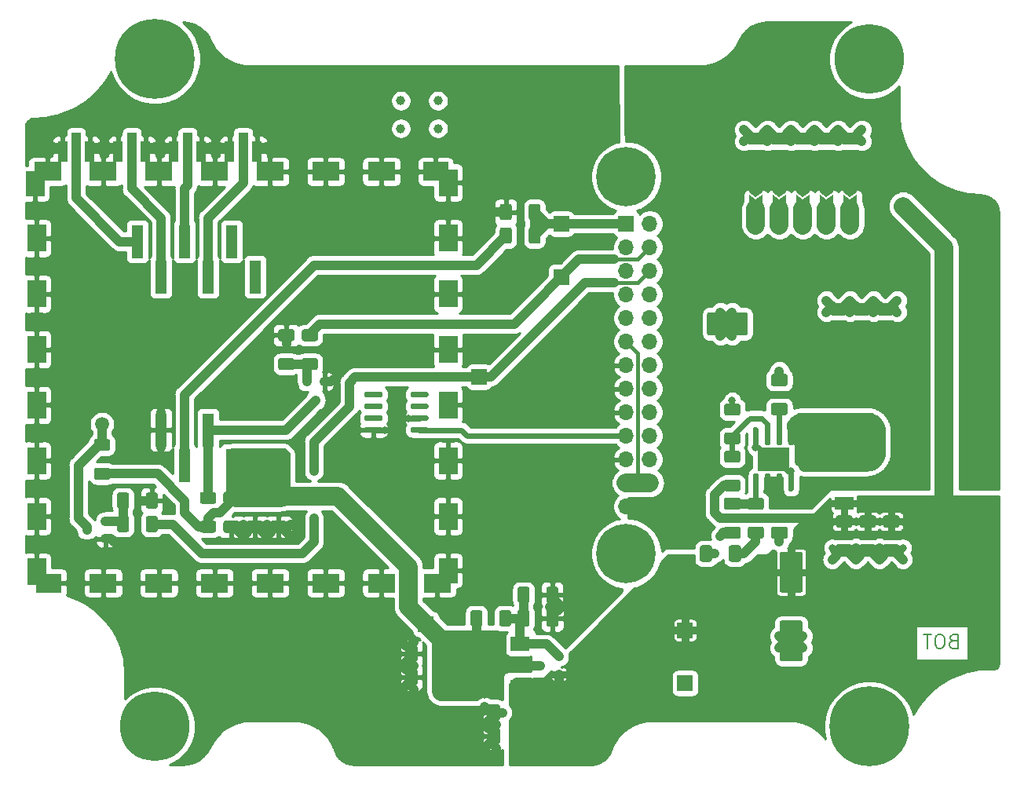
<source format=gbr>
%TF.GenerationSoftware,KiCad,Pcbnew,5.1.8*%
%TF.CreationDate,2020-12-20T23:42:19+01:00*%
%TF.ProjectId,pcb_module_hx711,7063625f-6d6f-4647-956c-655f68783731,rev?*%
%TF.SameCoordinates,Original*%
%TF.FileFunction,Copper,L2,Bot*%
%TF.FilePolarity,Positive*%
%FSLAX46Y46*%
G04 Gerber Fmt 4.6, Leading zero omitted, Abs format (unit mm)*
G04 Created by KiCad (PCBNEW 5.1.8) date 2020-12-20 23:42:19*
%MOMM*%
%LPD*%
G01*
G04 APERTURE LIST*
%TA.AperFunction,NonConductor*%
%ADD10C,0.200000*%
%TD*%
%TA.AperFunction,ComponentPad*%
%ADD11R,1.700000X1.700000*%
%TD*%
%TA.AperFunction,ComponentPad*%
%ADD12C,0.500000*%
%TD*%
%TA.AperFunction,SMDPad,CuDef*%
%ADD13R,3.510000X2.620000*%
%TD*%
%TA.AperFunction,SMDPad,CuDef*%
%ADD14R,7.700000X3.100000*%
%TD*%
%TA.AperFunction,ComponentPad*%
%ADD15O,1.500000X2.000000*%
%TD*%
%TA.AperFunction,SMDPad,CuDef*%
%ADD16C,0.100000*%
%TD*%
%TA.AperFunction,SMDPad,CuDef*%
%ADD17R,2.100000X1.400000*%
%TD*%
%TA.AperFunction,SMDPad,CuDef*%
%ADD18R,3.000000X2.000000*%
%TD*%
%TA.AperFunction,SMDPad,CuDef*%
%ADD19R,2.690000X2.000000*%
%TD*%
%TA.AperFunction,SMDPad,CuDef*%
%ADD20R,2.000000X3.000000*%
%TD*%
%TA.AperFunction,SMDPad,CuDef*%
%ADD21R,2.000000X2.690000*%
%TD*%
%TA.AperFunction,ComponentPad*%
%ADD22C,1.000000*%
%TD*%
%TA.AperFunction,SMDPad,CuDef*%
%ADD23R,1.300000X3.600000*%
%TD*%
%TA.AperFunction,ComponentPad*%
%ADD24O,1.700000X1.700000*%
%TD*%
%TA.AperFunction,ComponentPad*%
%ADD25C,0.900000*%
%TD*%
%TA.AperFunction,ComponentPad*%
%ADD26C,8.600000*%
%TD*%
%TA.AperFunction,ComponentPad*%
%ADD27C,7.500000*%
%TD*%
%TA.AperFunction,ComponentPad*%
%ADD28C,0.800000*%
%TD*%
%TA.AperFunction,ComponentPad*%
%ADD29C,6.400000*%
%TD*%
%TA.AperFunction,SMDPad,CuDef*%
%ADD30R,0.900000X0.800000*%
%TD*%
%TA.AperFunction,SMDPad,CuDef*%
%ADD31R,1.050000X2.200000*%
%TD*%
%TA.AperFunction,SMDPad,CuDef*%
%ADD32R,1.000000X1.050000*%
%TD*%
%TA.AperFunction,ComponentPad*%
%ADD33C,1.500000*%
%TD*%
%TA.AperFunction,SMDPad,CuDef*%
%ADD34R,0.800000X0.900000*%
%TD*%
%TA.AperFunction,SMDPad,CuDef*%
%ADD35R,2.000000X3.800000*%
%TD*%
%TA.AperFunction,SMDPad,CuDef*%
%ADD36R,2.000000X1.500000*%
%TD*%
%TA.AperFunction,ViaPad*%
%ADD37C,0.800000*%
%TD*%
%TA.AperFunction,Conductor*%
%ADD38C,1.000000*%
%TD*%
%TA.AperFunction,Conductor*%
%ADD39C,0.600000*%
%TD*%
%TA.AperFunction,Conductor*%
%ADD40C,2.000000*%
%TD*%
%TA.AperFunction,Conductor*%
%ADD41C,0.400000*%
%TD*%
%TA.AperFunction,Conductor*%
%ADD42C,0.254000*%
%TD*%
%TA.AperFunction,Conductor*%
%ADD43C,0.100000*%
%TD*%
G04 APERTURE END LIST*
D10*
X144732412Y-135653066D02*
X144518126Y-135724494D01*
X144446697Y-135795923D01*
X144375269Y-135938780D01*
X144375269Y-136153066D01*
X144446697Y-136295923D01*
X144518126Y-136367351D01*
X144660983Y-136438780D01*
X145232412Y-136438780D01*
X145232412Y-134938780D01*
X144732412Y-134938780D01*
X144589555Y-135010209D01*
X144518126Y-135081637D01*
X144446697Y-135224494D01*
X144446697Y-135367351D01*
X144518126Y-135510209D01*
X144589555Y-135581637D01*
X144732412Y-135653066D01*
X145232412Y-135653066D01*
X143446697Y-134938780D02*
X143160983Y-134938780D01*
X143018126Y-135010209D01*
X142875269Y-135153066D01*
X142803840Y-135438780D01*
X142803840Y-135938780D01*
X142875269Y-136224494D01*
X143018126Y-136367351D01*
X143160983Y-136438780D01*
X143446697Y-136438780D01*
X143589555Y-136367351D01*
X143732412Y-136224494D01*
X143803840Y-135938780D01*
X143803840Y-135438780D01*
X143732412Y-135153066D01*
X143589555Y-135010209D01*
X143446697Y-134938780D01*
X142375269Y-134938780D02*
X141518126Y-134938780D01*
X141946697Y-136438780D02*
X141946697Y-134938780D01*
%TO.P,C30,2*%
%TO.N,GND*%
%TA.AperFunction,SMDPad,CuDef*%
G36*
G01*
X126273841Y-133450209D02*
X128273841Y-133450209D01*
G75*
G02*
X128523841Y-133700209I0J-250000D01*
G01*
X128523841Y-137600209D01*
G75*
G02*
X128273841Y-137850209I-250000J0D01*
G01*
X126273841Y-137850209D01*
G75*
G02*
X126023841Y-137600209I0J250000D01*
G01*
X126023841Y-133700209D01*
G75*
G02*
X126273841Y-133450209I250000J0D01*
G01*
G37*
%TD.AperFunction*%
%TO.P,C30,1*%
%TO.N,+9V*%
%TA.AperFunction,SMDPad,CuDef*%
G36*
G01*
X126273841Y-126050209D02*
X128273841Y-126050209D01*
G75*
G02*
X128523841Y-126300209I0J-250000D01*
G01*
X128523841Y-130200209D01*
G75*
G02*
X128273841Y-130450209I-250000J0D01*
G01*
X126273841Y-130450209D01*
G75*
G02*
X126023841Y-130200209I0J250000D01*
G01*
X126023841Y-126300209D01*
G75*
G02*
X126273841Y-126050209I250000J0D01*
G01*
G37*
%TD.AperFunction*%
%TD*%
%TO.P,C29,2*%
%TO.N,GND*%
%TA.AperFunction,SMDPad,CuDef*%
G36*
G01*
X122598841Y-100470209D02*
X122598841Y-102470209D01*
G75*
G02*
X122348841Y-102720209I-250000J0D01*
G01*
X118448841Y-102720209D01*
G75*
G02*
X118198841Y-102470209I0J250000D01*
G01*
X118198841Y-100470209D01*
G75*
G02*
X118448841Y-100220209I250000J0D01*
G01*
X122348841Y-100220209D01*
G75*
G02*
X122598841Y-100470209I0J-250000D01*
G01*
G37*
%TD.AperFunction*%
%TO.P,C29,1*%
%TO.N,V+*%
%TA.AperFunction,SMDPad,CuDef*%
G36*
G01*
X129998841Y-100470209D02*
X129998841Y-102470209D01*
G75*
G02*
X129748841Y-102720209I-250000J0D01*
G01*
X125848841Y-102720209D01*
G75*
G02*
X125598841Y-102470209I0J250000D01*
G01*
X125598841Y-100470209D01*
G75*
G02*
X125848841Y-100220209I250000J0D01*
G01*
X129748841Y-100220209D01*
G75*
G02*
X129998841Y-100470209I0J-250000D01*
G01*
G37*
%TD.AperFunction*%
%TD*%
D11*
%TO.P,TP7,1*%
%TO.N,+5VA*%
X87903841Y-133855209D03*
%TD*%
%TO.P,TP6,1*%
%TO.N,+9V*%
X115843841Y-134490209D03*
%TD*%
%TO.P,TP5,1*%
%TO.N,/RATE*%
X93618841Y-107185209D03*
%TD*%
%TO.P,TP4,1*%
%TO.N,/DT*%
X102508841Y-90675209D03*
%TD*%
%TO.P,TP3,1*%
%TO.N,/SCK*%
X102508841Y-96390209D03*
%TD*%
%TO.P,TP2,1*%
%TO.N,GND*%
X115843841Y-140205209D03*
%TD*%
%TO.P,TP1,1*%
%TO.N,V+*%
X118383841Y-86865209D03*
%TD*%
D12*
%TO.P,U4,9*%
%TO.N,GND*%
X124368841Y-115375209D03*
X124368841Y-116775209D03*
X125368841Y-115375209D03*
X125368841Y-116775209D03*
X126368841Y-115375209D03*
X126368841Y-116775209D03*
D13*
X125368841Y-116075209D03*
%TO.P,U4,8*%
%TO.N,Net-(D1-Pad2)*%
%TA.AperFunction,SMDPad,CuDef*%
G36*
G01*
X127423841Y-114565209D02*
X127123841Y-114565209D01*
G75*
G02*
X126973841Y-114415209I0J150000D01*
G01*
X126973841Y-112775209D01*
G75*
G02*
X127123841Y-112625209I150000J0D01*
G01*
X127423841Y-112625209D01*
G75*
G02*
X127573841Y-112775209I0J-150000D01*
G01*
X127573841Y-114415209D01*
G75*
G02*
X127423841Y-114565209I-150000J0D01*
G01*
G37*
%TD.AperFunction*%
%TO.P,U4,7*%
%TO.N,Net-(C20-Pad1)*%
%TA.AperFunction,SMDPad,CuDef*%
G36*
G01*
X126153841Y-114565209D02*
X125853841Y-114565209D01*
G75*
G02*
X125703841Y-114415209I0J150000D01*
G01*
X125703841Y-112775209D01*
G75*
G02*
X125853841Y-112625209I150000J0D01*
G01*
X126153841Y-112625209D01*
G75*
G02*
X126303841Y-112775209I0J-150000D01*
G01*
X126303841Y-114415209D01*
G75*
G02*
X126153841Y-114565209I-150000J0D01*
G01*
G37*
%TD.AperFunction*%
%TO.P,U4,6*%
%TO.N,Net-(R10-Pad1)*%
%TA.AperFunction,SMDPad,CuDef*%
G36*
G01*
X124883841Y-114565209D02*
X124583841Y-114565209D01*
G75*
G02*
X124433841Y-114415209I0J150000D01*
G01*
X124433841Y-112775209D01*
G75*
G02*
X124583841Y-112625209I150000J0D01*
G01*
X124883841Y-112625209D01*
G75*
G02*
X125033841Y-112775209I0J-150000D01*
G01*
X125033841Y-114415209D01*
G75*
G02*
X124883841Y-114565209I-150000J0D01*
G01*
G37*
%TD.AperFunction*%
%TO.P,U4,5*%
%TO.N,GND*%
%TA.AperFunction,SMDPad,CuDef*%
G36*
G01*
X123613841Y-114565209D02*
X123313841Y-114565209D01*
G75*
G02*
X123163841Y-114415209I0J150000D01*
G01*
X123163841Y-112775209D01*
G75*
G02*
X123313841Y-112625209I150000J0D01*
G01*
X123613841Y-112625209D01*
G75*
G02*
X123763841Y-112775209I0J-150000D01*
G01*
X123763841Y-114415209D01*
G75*
G02*
X123613841Y-114565209I-150000J0D01*
G01*
G37*
%TD.AperFunction*%
%TO.P,U4,4*%
%TO.N,Net-(C17-Pad1)*%
%TA.AperFunction,SMDPad,CuDef*%
G36*
G01*
X123613841Y-119525209D02*
X123313841Y-119525209D01*
G75*
G02*
X123163841Y-119375209I0J150000D01*
G01*
X123163841Y-117735209D01*
G75*
G02*
X123313841Y-117585209I150000J0D01*
G01*
X123613841Y-117585209D01*
G75*
G02*
X123763841Y-117735209I0J-150000D01*
G01*
X123763841Y-119375209D01*
G75*
G02*
X123613841Y-119525209I-150000J0D01*
G01*
G37*
%TD.AperFunction*%
%TO.P,U4,3*%
%TO.N,V+*%
%TA.AperFunction,SMDPad,CuDef*%
G36*
G01*
X124883841Y-119525209D02*
X124583841Y-119525209D01*
G75*
G02*
X124433841Y-119375209I0J150000D01*
G01*
X124433841Y-117735209D01*
G75*
G02*
X124583841Y-117585209I150000J0D01*
G01*
X124883841Y-117585209D01*
G75*
G02*
X125033841Y-117735209I0J-150000D01*
G01*
X125033841Y-119375209D01*
G75*
G02*
X124883841Y-119525209I-150000J0D01*
G01*
G37*
%TD.AperFunction*%
%TO.P,U4,2*%
%TA.AperFunction,SMDPad,CuDef*%
G36*
G01*
X126153841Y-119525209D02*
X125853841Y-119525209D01*
G75*
G02*
X125703841Y-119375209I0J150000D01*
G01*
X125703841Y-117735209D01*
G75*
G02*
X125853841Y-117585209I150000J0D01*
G01*
X126153841Y-117585209D01*
G75*
G02*
X126303841Y-117735209I0J-150000D01*
G01*
X126303841Y-119375209D01*
G75*
G02*
X126153841Y-119525209I-150000J0D01*
G01*
G37*
%TD.AperFunction*%
%TO.P,U4,1*%
%TO.N,GND*%
%TA.AperFunction,SMDPad,CuDef*%
G36*
G01*
X127423841Y-119525209D02*
X127123841Y-119525209D01*
G75*
G02*
X126973841Y-119375209I0J150000D01*
G01*
X126973841Y-117735209D01*
G75*
G02*
X127123841Y-117585209I150000J0D01*
G01*
X127423841Y-117585209D01*
G75*
G02*
X127573841Y-117735209I0J-150000D01*
G01*
X127573841Y-119375209D01*
G75*
G02*
X127423841Y-119525209I-150000J0D01*
G01*
G37*
%TD.AperFunction*%
%TD*%
D14*
%TO.P,L1,2*%
%TO.N,Net-(D1-Pad2)*%
X132988841Y-113175209D03*
%TO.P,L1,1*%
%TO.N,V+*%
X132988841Y-106275209D03*
%TD*%
D15*
%TO.P,U1,5*%
%TO.N,/BOOST_PIN5*%
X123463841Y-90675209D03*
%TO.P,U1,4*%
%TO.N,/BOOST_PIN4*%
X126003841Y-90675209D03*
%TO.P,U1,3*%
%TO.N,/BOOST_PIN3*%
X128543841Y-90675209D03*
%TO.P,U1,2*%
%TO.N,/BOOST_PIN2*%
X131083841Y-90675209D03*
%TO.P,U1,1*%
%TO.N,/BOOST_PIN1*%
X133623841Y-90675209D03*
%TD*%
%TO.P,C1,2*%
%TO.N,V+*%
%TA.AperFunction,SMDPad,CuDef*%
G36*
G01*
X132973840Y-83955209D02*
X134273842Y-83955209D01*
G75*
G02*
X134523841Y-84205208I0J-249999D01*
G01*
X134523841Y-85030210D01*
G75*
G02*
X134273842Y-85280209I-249999J0D01*
G01*
X132973840Y-85280209D01*
G75*
G02*
X132723841Y-85030210I0J249999D01*
G01*
X132723841Y-84205208D01*
G75*
G02*
X132973840Y-83955209I249999J0D01*
G01*
G37*
%TD.AperFunction*%
%TO.P,C1,1*%
%TO.N,GND*%
%TA.AperFunction,SMDPad,CuDef*%
G36*
G01*
X132973840Y-80830209D02*
X134273842Y-80830209D01*
G75*
G02*
X134523841Y-81080208I0J-249999D01*
G01*
X134523841Y-81905210D01*
G75*
G02*
X134273842Y-82155209I-249999J0D01*
G01*
X132973840Y-82155209D01*
G75*
G02*
X132723841Y-81905210I0J249999D01*
G01*
X132723841Y-81080208D01*
G75*
G02*
X132973840Y-80830209I249999J0D01*
G01*
G37*
%TD.AperFunction*%
%TD*%
%TO.P,R10,2*%
%TO.N,GND*%
%TA.AperFunction,SMDPad,CuDef*%
G36*
G01*
X121548841Y-111365209D02*
X120298841Y-111365209D01*
G75*
G02*
X120048841Y-111115209I0J250000D01*
G01*
X120048841Y-110315209D01*
G75*
G02*
X120298841Y-110065209I250000J0D01*
G01*
X121548841Y-110065209D01*
G75*
G02*
X121798841Y-110315209I0J-250000D01*
G01*
X121798841Y-111115209D01*
G75*
G02*
X121548841Y-111365209I-250000J0D01*
G01*
G37*
%TD.AperFunction*%
%TO.P,R10,1*%
%TO.N,Net-(R10-Pad1)*%
%TA.AperFunction,SMDPad,CuDef*%
G36*
G01*
X121548841Y-114465209D02*
X120298841Y-114465209D01*
G75*
G02*
X120048841Y-114215209I0J250000D01*
G01*
X120048841Y-113415209D01*
G75*
G02*
X120298841Y-113165209I250000J0D01*
G01*
X121548841Y-113165209D01*
G75*
G02*
X121798841Y-113415209I0J-250000D01*
G01*
X121798841Y-114215209D01*
G75*
G02*
X121548841Y-114465209I-250000J0D01*
G01*
G37*
%TD.AperFunction*%
%TD*%
%TO.P,R9,2*%
%TO.N,Net-(R10-Pad1)*%
%TA.AperFunction,SMDPad,CuDef*%
G36*
G01*
X121548841Y-116445209D02*
X120298841Y-116445209D01*
G75*
G02*
X120048841Y-116195209I0J250000D01*
G01*
X120048841Y-115395209D01*
G75*
G02*
X120298841Y-115145209I250000J0D01*
G01*
X121548841Y-115145209D01*
G75*
G02*
X121798841Y-115395209I0J-250000D01*
G01*
X121798841Y-116195209D01*
G75*
G02*
X121548841Y-116445209I-250000J0D01*
G01*
G37*
%TD.AperFunction*%
%TO.P,R9,1*%
%TO.N,+9V*%
%TA.AperFunction,SMDPad,CuDef*%
G36*
G01*
X121548841Y-119545209D02*
X120298841Y-119545209D01*
G75*
G02*
X120048841Y-119295209I0J250000D01*
G01*
X120048841Y-118495209D01*
G75*
G02*
X120298841Y-118245209I250000J0D01*
G01*
X121548841Y-118245209D01*
G75*
G02*
X121798841Y-118495209I0J-250000D01*
G01*
X121798841Y-119295209D01*
G75*
G02*
X121548841Y-119545209I-250000J0D01*
G01*
G37*
%TD.AperFunction*%
%TD*%
%TO.P,R1,2*%
%TO.N,Net-(C13-Pad1)*%
%TA.AperFunction,SMDPad,CuDef*%
G36*
G01*
X122838841Y-123325209D02*
X124088841Y-123325209D01*
G75*
G02*
X124338841Y-123575209I0J-250000D01*
G01*
X124338841Y-124375209D01*
G75*
G02*
X124088841Y-124625209I-250000J0D01*
G01*
X122838841Y-124625209D01*
G75*
G02*
X122588841Y-124375209I0J250000D01*
G01*
X122588841Y-123575209D01*
G75*
G02*
X122838841Y-123325209I250000J0D01*
G01*
G37*
%TD.AperFunction*%
%TO.P,R1,1*%
%TO.N,Net-(C17-Pad1)*%
%TA.AperFunction,SMDPad,CuDef*%
G36*
G01*
X122838841Y-120225209D02*
X124088841Y-120225209D01*
G75*
G02*
X124338841Y-120475209I0J-250000D01*
G01*
X124338841Y-121275209D01*
G75*
G02*
X124088841Y-121525209I-250000J0D01*
G01*
X122838841Y-121525209D01*
G75*
G02*
X122588841Y-121275209I0J250000D01*
G01*
X122588841Y-120475209D01*
G75*
G02*
X122838841Y-120225209I250000J0D01*
G01*
G37*
%TD.AperFunction*%
%TD*%
%TA.AperFunction,SMDPad,CuDef*%
D16*
%TO.P,JP5,1*%
%TO.N,V+*%
G36*
X123463841Y-87775209D02*
G01*
X122713841Y-87275209D01*
X122713841Y-86275209D01*
X124213841Y-86275209D01*
X124213841Y-87275209D01*
X123463841Y-87775209D01*
G37*
%TD.AperFunction*%
%TA.AperFunction,SMDPad,CuDef*%
%TO.P,JP5,2*%
%TO.N,/BOOST_PIN5*%
G36*
X122713841Y-88725209D02*
G01*
X122713841Y-87575209D01*
X123463841Y-88075209D01*
X124213841Y-87575209D01*
X124213841Y-88725209D01*
X122713841Y-88725209D01*
G37*
%TD.AperFunction*%
%TD*%
%TA.AperFunction,SMDPad,CuDef*%
%TO.P,JP4,1*%
%TO.N,V+*%
G36*
X126003841Y-87775209D02*
G01*
X125253841Y-87275209D01*
X125253841Y-86275209D01*
X126753841Y-86275209D01*
X126753841Y-87275209D01*
X126003841Y-87775209D01*
G37*
%TD.AperFunction*%
%TA.AperFunction,SMDPad,CuDef*%
%TO.P,JP4,2*%
%TO.N,/BOOST_PIN4*%
G36*
X125253841Y-88725209D02*
G01*
X125253841Y-87575209D01*
X126003841Y-88075209D01*
X126753841Y-87575209D01*
X126753841Y-88725209D01*
X125253841Y-88725209D01*
G37*
%TD.AperFunction*%
%TD*%
%TA.AperFunction,SMDPad,CuDef*%
%TO.P,JP3,1*%
%TO.N,V+*%
G36*
X128543841Y-87775209D02*
G01*
X127793841Y-87275209D01*
X127793841Y-86275209D01*
X129293841Y-86275209D01*
X129293841Y-87275209D01*
X128543841Y-87775209D01*
G37*
%TD.AperFunction*%
%TA.AperFunction,SMDPad,CuDef*%
%TO.P,JP3,2*%
%TO.N,/BOOST_PIN3*%
G36*
X127793841Y-88725209D02*
G01*
X127793841Y-87575209D01*
X128543841Y-88075209D01*
X129293841Y-87575209D01*
X129293841Y-88725209D01*
X127793841Y-88725209D01*
G37*
%TD.AperFunction*%
%TD*%
%TA.AperFunction,SMDPad,CuDef*%
%TO.P,JP2,1*%
%TO.N,V+*%
G36*
X131083841Y-87775209D02*
G01*
X130333841Y-87275209D01*
X130333841Y-86275209D01*
X131833841Y-86275209D01*
X131833841Y-87275209D01*
X131083841Y-87775209D01*
G37*
%TD.AperFunction*%
%TA.AperFunction,SMDPad,CuDef*%
%TO.P,JP2,2*%
%TO.N,/BOOST_PIN2*%
G36*
X130333841Y-88725209D02*
G01*
X130333841Y-87575209D01*
X131083841Y-88075209D01*
X131833841Y-87575209D01*
X131833841Y-88725209D01*
X130333841Y-88725209D01*
G37*
%TD.AperFunction*%
%TD*%
%TA.AperFunction,SMDPad,CuDef*%
%TO.P,JP1,1*%
%TO.N,V+*%
G36*
X133623841Y-87775209D02*
G01*
X132873841Y-87275209D01*
X132873841Y-86275209D01*
X134373841Y-86275209D01*
X134373841Y-87275209D01*
X133623841Y-87775209D01*
G37*
%TD.AperFunction*%
%TA.AperFunction,SMDPad,CuDef*%
%TO.P,JP1,2*%
%TO.N,/BOOST_PIN1*%
G36*
X132873841Y-88725209D02*
G01*
X132873841Y-87575209D01*
X133623841Y-88075209D01*
X134373841Y-87575209D01*
X134373841Y-88725209D01*
X132873841Y-88725209D01*
G37*
%TD.AperFunction*%
%TD*%
D17*
%TO.P,D1,2*%
%TO.N,Net-(D1-Pad2)*%
X132988841Y-116415209D03*
%TO.P,D1,1*%
%TO.N,+9V*%
X132988841Y-120815209D03*
%TD*%
%TO.P,C25,2*%
%TO.N,GND*%
%TA.AperFunction,SMDPad,CuDef*%
G36*
G01*
X137418840Y-125230209D02*
X138718842Y-125230209D01*
G75*
G02*
X138968841Y-125480208I0J-249999D01*
G01*
X138968841Y-126305210D01*
G75*
G02*
X138718842Y-126555209I-249999J0D01*
G01*
X137418840Y-126555209D01*
G75*
G02*
X137168841Y-126305210I0J249999D01*
G01*
X137168841Y-125480208D01*
G75*
G02*
X137418840Y-125230209I249999J0D01*
G01*
G37*
%TD.AperFunction*%
%TO.P,C25,1*%
%TO.N,+9V*%
%TA.AperFunction,SMDPad,CuDef*%
G36*
G01*
X137418840Y-122105209D02*
X138718842Y-122105209D01*
G75*
G02*
X138968841Y-122355208I0J-249999D01*
G01*
X138968841Y-123180210D01*
G75*
G02*
X138718842Y-123430209I-249999J0D01*
G01*
X137418840Y-123430209D01*
G75*
G02*
X137168841Y-123180210I0J249999D01*
G01*
X137168841Y-122355208D01*
G75*
G02*
X137418840Y-122105209I249999J0D01*
G01*
G37*
%TD.AperFunction*%
%TD*%
%TO.P,C23,2*%
%TO.N,GND*%
%TA.AperFunction,SMDPad,CuDef*%
G36*
G01*
X132338840Y-125230209D02*
X133638842Y-125230209D01*
G75*
G02*
X133888841Y-125480208I0J-249999D01*
G01*
X133888841Y-126305210D01*
G75*
G02*
X133638842Y-126555209I-249999J0D01*
G01*
X132338840Y-126555209D01*
G75*
G02*
X132088841Y-126305210I0J249999D01*
G01*
X132088841Y-125480208D01*
G75*
G02*
X132338840Y-125230209I249999J0D01*
G01*
G37*
%TD.AperFunction*%
%TO.P,C23,1*%
%TO.N,+9V*%
%TA.AperFunction,SMDPad,CuDef*%
G36*
G01*
X132338840Y-122105209D02*
X133638842Y-122105209D01*
G75*
G02*
X133888841Y-122355208I0J-249999D01*
G01*
X133888841Y-123180210D01*
G75*
G02*
X133638842Y-123430209I-249999J0D01*
G01*
X132338840Y-123430209D01*
G75*
G02*
X132088841Y-123180210I0J249999D01*
G01*
X132088841Y-122355208D01*
G75*
G02*
X132338840Y-122105209I249999J0D01*
G01*
G37*
%TD.AperFunction*%
%TD*%
%TO.P,C21,2*%
%TO.N,GND*%
%TA.AperFunction,SMDPad,CuDef*%
G36*
G01*
X134878840Y-125230209D02*
X136178842Y-125230209D01*
G75*
G02*
X136428841Y-125480208I0J-249999D01*
G01*
X136428841Y-126305210D01*
G75*
G02*
X136178842Y-126555209I-249999J0D01*
G01*
X134878840Y-126555209D01*
G75*
G02*
X134628841Y-126305210I0J249999D01*
G01*
X134628841Y-125480208D01*
G75*
G02*
X134878840Y-125230209I249999J0D01*
G01*
G37*
%TD.AperFunction*%
%TO.P,C21,1*%
%TO.N,+9V*%
%TA.AperFunction,SMDPad,CuDef*%
G36*
G01*
X134878840Y-122105209D02*
X136178842Y-122105209D01*
G75*
G02*
X136428841Y-122355208I0J-249999D01*
G01*
X136428841Y-123180210D01*
G75*
G02*
X136178842Y-123430209I-249999J0D01*
G01*
X134878840Y-123430209D01*
G75*
G02*
X134628841Y-123180210I0J249999D01*
G01*
X134628841Y-122355208D01*
G75*
G02*
X134878840Y-122105209I249999J0D01*
G01*
G37*
%TD.AperFunction*%
%TD*%
%TO.P,C20,2*%
%TO.N,GND*%
%TA.AperFunction,SMDPad,CuDef*%
G36*
G01*
X126653842Y-108190209D02*
X125353840Y-108190209D01*
G75*
G02*
X125103841Y-107940210I0J249999D01*
G01*
X125103841Y-107115208D01*
G75*
G02*
X125353840Y-106865209I249999J0D01*
G01*
X126653842Y-106865209D01*
G75*
G02*
X126903841Y-107115208I0J-249999D01*
G01*
X126903841Y-107940210D01*
G75*
G02*
X126653842Y-108190209I-249999J0D01*
G01*
G37*
%TD.AperFunction*%
%TO.P,C20,1*%
%TO.N,Net-(C20-Pad1)*%
%TA.AperFunction,SMDPad,CuDef*%
G36*
G01*
X126653842Y-111315209D02*
X125353840Y-111315209D01*
G75*
G02*
X125103841Y-111065210I0J249999D01*
G01*
X125103841Y-110240208D01*
G75*
G02*
X125353840Y-109990209I249999J0D01*
G01*
X126653842Y-109990209D01*
G75*
G02*
X126903841Y-110240208I0J-249999D01*
G01*
X126903841Y-111065210D01*
G75*
G02*
X126653842Y-111315209I-249999J0D01*
G01*
G37*
%TD.AperFunction*%
%TD*%
%TO.P,C17,2*%
%TO.N,GND*%
%TA.AperFunction,SMDPad,CuDef*%
G36*
G01*
X120273840Y-123325209D02*
X121573842Y-123325209D01*
G75*
G02*
X121823841Y-123575208I0J-249999D01*
G01*
X121823841Y-124400210D01*
G75*
G02*
X121573842Y-124650209I-249999J0D01*
G01*
X120273840Y-124650209D01*
G75*
G02*
X120023841Y-124400210I0J249999D01*
G01*
X120023841Y-123575208D01*
G75*
G02*
X120273840Y-123325209I249999J0D01*
G01*
G37*
%TD.AperFunction*%
%TO.P,C17,1*%
%TO.N,Net-(C17-Pad1)*%
%TA.AperFunction,SMDPad,CuDef*%
G36*
G01*
X120273840Y-120200209D02*
X121573842Y-120200209D01*
G75*
G02*
X121823841Y-120450208I0J-249999D01*
G01*
X121823841Y-121275210D01*
G75*
G02*
X121573842Y-121525209I-249999J0D01*
G01*
X120273840Y-121525209D01*
G75*
G02*
X120023841Y-121275210I0J249999D01*
G01*
X120023841Y-120450208D01*
G75*
G02*
X120273840Y-120200209I249999J0D01*
G01*
G37*
%TD.AperFunction*%
%TD*%
%TO.P,C16,2*%
%TO.N,GND*%
%TA.AperFunction,SMDPad,CuDef*%
G36*
G01*
X125353840Y-123325209D02*
X126653842Y-123325209D01*
G75*
G02*
X126903841Y-123575208I0J-249999D01*
G01*
X126903841Y-124400210D01*
G75*
G02*
X126653842Y-124650209I-249999J0D01*
G01*
X125353840Y-124650209D01*
G75*
G02*
X125103841Y-124400210I0J249999D01*
G01*
X125103841Y-123575208D01*
G75*
G02*
X125353840Y-123325209I249999J0D01*
G01*
G37*
%TD.AperFunction*%
%TO.P,C16,1*%
%TO.N,V+*%
%TA.AperFunction,SMDPad,CuDef*%
G36*
G01*
X125353840Y-120200209D02*
X126653842Y-120200209D01*
G75*
G02*
X126903841Y-120450208I0J-249999D01*
G01*
X126903841Y-121275210D01*
G75*
G02*
X126653842Y-121525209I-249999J0D01*
G01*
X125353840Y-121525209D01*
G75*
G02*
X125103841Y-121275210I0J249999D01*
G01*
X125103841Y-120450208D01*
G75*
G02*
X125353840Y-120200209I249999J0D01*
G01*
G37*
%TD.AperFunction*%
%TD*%
%TO.P,C15,2*%
%TO.N,GND*%
%TA.AperFunction,SMDPad,CuDef*%
G36*
G01*
X138083842Y-100570209D02*
X136783840Y-100570209D01*
G75*
G02*
X136533841Y-100320210I0J249999D01*
G01*
X136533841Y-99495208D01*
G75*
G02*
X136783840Y-99245209I249999J0D01*
G01*
X138083842Y-99245209D01*
G75*
G02*
X138333841Y-99495208I0J-249999D01*
G01*
X138333841Y-100320210D01*
G75*
G02*
X138083842Y-100570209I-249999J0D01*
G01*
G37*
%TD.AperFunction*%
%TO.P,C15,1*%
%TO.N,V+*%
%TA.AperFunction,SMDPad,CuDef*%
G36*
G01*
X138083842Y-103695209D02*
X136783840Y-103695209D01*
G75*
G02*
X136533841Y-103445210I0J249999D01*
G01*
X136533841Y-102620208D01*
G75*
G02*
X136783840Y-102370209I249999J0D01*
G01*
X138083842Y-102370209D01*
G75*
G02*
X138333841Y-102620208I0J-249999D01*
G01*
X138333841Y-103445210D01*
G75*
G02*
X138083842Y-103695209I-249999J0D01*
G01*
G37*
%TD.AperFunction*%
%TD*%
%TO.P,C13,2*%
%TO.N,GND*%
%TA.AperFunction,SMDPad,CuDef*%
G36*
G01*
X118753841Y-125585208D02*
X118753841Y-126885210D01*
G75*
G02*
X118503842Y-127135209I-249999J0D01*
G01*
X117678840Y-127135209D01*
G75*
G02*
X117428841Y-126885210I0J249999D01*
G01*
X117428841Y-125585208D01*
G75*
G02*
X117678840Y-125335209I249999J0D01*
G01*
X118503842Y-125335209D01*
G75*
G02*
X118753841Y-125585208I0J-249999D01*
G01*
G37*
%TD.AperFunction*%
%TO.P,C13,1*%
%TO.N,Net-(C13-Pad1)*%
%TA.AperFunction,SMDPad,CuDef*%
G36*
G01*
X121878841Y-125585208D02*
X121878841Y-126885210D01*
G75*
G02*
X121628842Y-127135209I-249999J0D01*
G01*
X120803840Y-127135209D01*
G75*
G02*
X120553841Y-126885210I0J249999D01*
G01*
X120553841Y-125585208D01*
G75*
G02*
X120803840Y-125335209I249999J0D01*
G01*
X121628842Y-125335209D01*
G75*
G02*
X121878841Y-125585208I0J-249999D01*
G01*
G37*
%TD.AperFunction*%
%TD*%
%TO.P,C12,2*%
%TO.N,GND*%
%TA.AperFunction,SMDPad,CuDef*%
G36*
G01*
X133003842Y-100570209D02*
X131703840Y-100570209D01*
G75*
G02*
X131453841Y-100320210I0J249999D01*
G01*
X131453841Y-99495208D01*
G75*
G02*
X131703840Y-99245209I249999J0D01*
G01*
X133003842Y-99245209D01*
G75*
G02*
X133253841Y-99495208I0J-249999D01*
G01*
X133253841Y-100320210D01*
G75*
G02*
X133003842Y-100570209I-249999J0D01*
G01*
G37*
%TD.AperFunction*%
%TO.P,C12,1*%
%TO.N,V+*%
%TA.AperFunction,SMDPad,CuDef*%
G36*
G01*
X133003842Y-103695209D02*
X131703840Y-103695209D01*
G75*
G02*
X131453841Y-103445210I0J249999D01*
G01*
X131453841Y-102620208D01*
G75*
G02*
X131703840Y-102370209I249999J0D01*
G01*
X133003842Y-102370209D01*
G75*
G02*
X133253841Y-102620208I0J-249999D01*
G01*
X133253841Y-103445210D01*
G75*
G02*
X133003842Y-103695209I-249999J0D01*
G01*
G37*
%TD.AperFunction*%
%TD*%
%TO.P,C11,2*%
%TO.N,GND*%
%TA.AperFunction,SMDPad,CuDef*%
G36*
G01*
X135543842Y-100570209D02*
X134243840Y-100570209D01*
G75*
G02*
X133993841Y-100320210I0J249999D01*
G01*
X133993841Y-99495208D01*
G75*
G02*
X134243840Y-99245209I249999J0D01*
G01*
X135543842Y-99245209D01*
G75*
G02*
X135793841Y-99495208I0J-249999D01*
G01*
X135793841Y-100320210D01*
G75*
G02*
X135543842Y-100570209I-249999J0D01*
G01*
G37*
%TD.AperFunction*%
%TO.P,C11,1*%
%TO.N,V+*%
%TA.AperFunction,SMDPad,CuDef*%
G36*
G01*
X135543842Y-103695209D02*
X134243840Y-103695209D01*
G75*
G02*
X133993841Y-103445210I0J249999D01*
G01*
X133993841Y-102620208D01*
G75*
G02*
X134243840Y-102370209I249999J0D01*
G01*
X135543842Y-102370209D01*
G75*
G02*
X135793841Y-102620208I0J-249999D01*
G01*
X135793841Y-103445210D01*
G75*
G02*
X135543842Y-103695209I-249999J0D01*
G01*
G37*
%TD.AperFunction*%
%TD*%
%TO.P,C5,2*%
%TO.N,V+*%
%TA.AperFunction,SMDPad,CuDef*%
G36*
G01*
X122813840Y-83955209D02*
X124113842Y-83955209D01*
G75*
G02*
X124363841Y-84205208I0J-249999D01*
G01*
X124363841Y-85030210D01*
G75*
G02*
X124113842Y-85280209I-249999J0D01*
G01*
X122813840Y-85280209D01*
G75*
G02*
X122563841Y-85030210I0J249999D01*
G01*
X122563841Y-84205208D01*
G75*
G02*
X122813840Y-83955209I249999J0D01*
G01*
G37*
%TD.AperFunction*%
%TO.P,C5,1*%
%TO.N,GND*%
%TA.AperFunction,SMDPad,CuDef*%
G36*
G01*
X122813840Y-80830209D02*
X124113842Y-80830209D01*
G75*
G02*
X124363841Y-81080208I0J-249999D01*
G01*
X124363841Y-81905210D01*
G75*
G02*
X124113842Y-82155209I-249999J0D01*
G01*
X122813840Y-82155209D01*
G75*
G02*
X122563841Y-81905210I0J249999D01*
G01*
X122563841Y-81080208D01*
G75*
G02*
X122813840Y-80830209I249999J0D01*
G01*
G37*
%TD.AperFunction*%
%TD*%
%TO.P,C4,2*%
%TO.N,V+*%
%TA.AperFunction,SMDPad,CuDef*%
G36*
G01*
X125353840Y-83955209D02*
X126653842Y-83955209D01*
G75*
G02*
X126903841Y-84205208I0J-249999D01*
G01*
X126903841Y-85030210D01*
G75*
G02*
X126653842Y-85280209I-249999J0D01*
G01*
X125353840Y-85280209D01*
G75*
G02*
X125103841Y-85030210I0J249999D01*
G01*
X125103841Y-84205208D01*
G75*
G02*
X125353840Y-83955209I249999J0D01*
G01*
G37*
%TD.AperFunction*%
%TO.P,C4,1*%
%TO.N,GND*%
%TA.AperFunction,SMDPad,CuDef*%
G36*
G01*
X125353840Y-80830209D02*
X126653842Y-80830209D01*
G75*
G02*
X126903841Y-81080208I0J-249999D01*
G01*
X126903841Y-81905210D01*
G75*
G02*
X126653842Y-82155209I-249999J0D01*
G01*
X125353840Y-82155209D01*
G75*
G02*
X125103841Y-81905210I0J249999D01*
G01*
X125103841Y-81080208D01*
G75*
G02*
X125353840Y-80830209I249999J0D01*
G01*
G37*
%TD.AperFunction*%
%TD*%
%TO.P,C3,2*%
%TO.N,V+*%
%TA.AperFunction,SMDPad,CuDef*%
G36*
G01*
X127893840Y-83955209D02*
X129193842Y-83955209D01*
G75*
G02*
X129443841Y-84205208I0J-249999D01*
G01*
X129443841Y-85030210D01*
G75*
G02*
X129193842Y-85280209I-249999J0D01*
G01*
X127893840Y-85280209D01*
G75*
G02*
X127643841Y-85030210I0J249999D01*
G01*
X127643841Y-84205208D01*
G75*
G02*
X127893840Y-83955209I249999J0D01*
G01*
G37*
%TD.AperFunction*%
%TO.P,C3,1*%
%TO.N,GND*%
%TA.AperFunction,SMDPad,CuDef*%
G36*
G01*
X127893840Y-80830209D02*
X129193842Y-80830209D01*
G75*
G02*
X129443841Y-81080208I0J-249999D01*
G01*
X129443841Y-81905210D01*
G75*
G02*
X129193842Y-82155209I-249999J0D01*
G01*
X127893840Y-82155209D01*
G75*
G02*
X127643841Y-81905210I0J249999D01*
G01*
X127643841Y-81080208D01*
G75*
G02*
X127893840Y-80830209I249999J0D01*
G01*
G37*
%TD.AperFunction*%
%TD*%
D18*
%TO.P,J5,1*%
%TO.N,GND*%
X83098841Y-129410209D03*
X65108841Y-129410209D03*
X53108841Y-129410209D03*
X71098841Y-129410209D03*
X59108841Y-129410209D03*
D19*
X47263841Y-129410209D03*
D18*
X77098841Y-129410209D03*
X89098841Y-129410209D03*
D20*
X90288841Y-122220209D03*
X90288841Y-104230209D03*
D21*
X90288841Y-128065209D03*
D20*
X90288841Y-98230209D03*
X90288841Y-116220209D03*
X90288841Y-86230209D03*
X90288841Y-92230209D03*
X90288841Y-110220209D03*
D18*
X47108841Y-85040209D03*
D19*
X88943841Y-85040209D03*
D18*
X53108841Y-85040209D03*
X65108841Y-85040209D03*
X83098841Y-85040209D03*
X77098841Y-85040209D03*
X71098841Y-85040209D03*
X59108841Y-85040209D03*
D20*
X45918841Y-128220209D03*
X45918841Y-122220209D03*
X45918841Y-110220209D03*
X45918841Y-116220209D03*
X45918841Y-104230209D03*
X45918841Y-98230209D03*
X45918841Y-92230209D03*
D21*
X45758841Y-86385209D03*
%TD*%
D22*
%TO.P,H3,*%
%TO.N,*%
X89193841Y-77395209D03*
X89193841Y-80395209D03*
X85193841Y-80395209D03*
X85193841Y-77395209D03*
%TD*%
D23*
%TO.P,U3,10*%
%TO.N,GND*%
X59328841Y-112900209D03*
%TO.P,U3,9*%
%TO.N,Net-(R2-Pad1)*%
X61868841Y-116710209D03*
%TO.P,U3,8*%
%TO.N,Net-(Q1-Pad3)*%
X64408841Y-112900209D03*
%TO.P,U3,7*%
%TO.N,+5VA*%
X66948841Y-116710209D03*
%TO.P,U3,5*%
%TO.N,N/C*%
X66948841Y-92580209D03*
%TO.P,U3,4*%
%TO.N,Net-(J4-Pad1)*%
X64408841Y-96390209D03*
%TO.P,U3,6*%
%TO.N,N/C*%
X69488841Y-96390209D03*
%TO.P,U3,3*%
%TO.N,Net-(J3-Pad1)*%
X61868841Y-92580209D03*
%TO.P,U3,2*%
%TO.N,Net-(J2-Pad1)*%
X59328841Y-96390209D03*
%TO.P,U3,1*%
%TO.N,Net-(J1-Pad1)*%
X56788841Y-92580209D03*
%TD*%
D24*
%TO.P,J7,26*%
%TO.N,V+*%
X112033841Y-121155209D03*
%TO.P,J7,25*%
X109493841Y-121155209D03*
%TO.P,J7,24*%
%TO.N,+3V3*%
X112033841Y-118615209D03*
%TO.P,J7,23*%
X109493841Y-118615209D03*
%TO.P,J7,22*%
%TO.N,GND*%
X112033841Y-116075209D03*
%TO.P,J7,21*%
X109493841Y-116075209D03*
%TO.P,J7,20*%
X112033841Y-113535209D03*
%TO.P,J7,19*%
%TO.N,/DQ*%
X109493841Y-113535209D03*
%TO.P,J7,18*%
%TO.N,GND*%
X112033841Y-110995209D03*
%TO.P,J7,17*%
X109493841Y-110995209D03*
%TO.P,J7,16*%
X112033841Y-108455209D03*
%TO.P,J7,15*%
X109493841Y-108455209D03*
%TO.P,J7,14*%
X112033841Y-105915209D03*
%TO.P,J7,13*%
X109493841Y-105915209D03*
%TO.P,J7,12*%
X112033841Y-103375209D03*
%TO.P,J7,11*%
%TO.N,+3V3*%
X109493841Y-103375209D03*
%TO.P,J7,10*%
%TO.N,N/C*%
X112033841Y-100835209D03*
%TO.P,J7,9*%
X109493841Y-100835209D03*
%TO.P,J7,8*%
X112033841Y-98295209D03*
%TO.P,J7,7*%
X109493841Y-98295209D03*
%TO.P,J7,6*%
%TO.N,/RATE*%
X112033841Y-95755209D03*
%TO.P,J7,5*%
%TO.N,N/C*%
X109493841Y-95755209D03*
%TO.P,J7,4*%
%TO.N,/SCK*%
X112033841Y-93215209D03*
%TO.P,J7,3*%
%TO.N,N/C*%
X109493841Y-93215209D03*
%TO.P,J7,2*%
X112033841Y-90675209D03*
D11*
%TO.P,J7,1*%
%TO.N,/DT*%
X109493841Y-90675209D03*
%TD*%
D25*
%TO.P,H7,1*%
%TO.N,Net-(H7-Pad1)*%
X137974260Y-142614790D03*
X135693841Y-141670209D03*
X133413422Y-142614790D03*
X132468841Y-144895209D03*
X133413422Y-147175628D03*
X135693841Y-148120209D03*
X137974260Y-147175628D03*
X138918841Y-144895209D03*
D26*
X135693841Y-144895209D03*
%TD*%
D25*
%TO.P,H6,1*%
%TO.N,Net-(H6-Pad1)*%
X60974260Y-142614790D03*
X58693841Y-141670209D03*
X56413422Y-142614790D03*
X55468841Y-144895209D03*
X56413422Y-147175628D03*
X58693841Y-148120209D03*
X60974260Y-147175628D03*
X61918841Y-144895209D03*
D27*
X58693841Y-144895209D03*
%TD*%
D25*
%TO.P,H5,1*%
%TO.N,Net-(H5-Pad1)*%
X137974260Y-70614790D03*
X135693841Y-69670209D03*
X133413422Y-70614790D03*
X132468841Y-72895209D03*
X133413422Y-75175628D03*
X135693841Y-76120209D03*
X137974260Y-75175628D03*
X138918841Y-72895209D03*
D27*
X135693841Y-72895209D03*
%TD*%
D25*
%TO.P,H4,1*%
%TO.N,Net-(H4-Pad1)*%
X60974260Y-70614790D03*
X58693841Y-69670209D03*
X56413422Y-70614790D03*
X55468841Y-72895209D03*
X56413422Y-75175628D03*
X58693841Y-76120209D03*
X60974260Y-75175628D03*
X61918841Y-72895209D03*
D26*
X58693841Y-72895209D03*
%TD*%
D28*
%TO.P,H2,1*%
%TO.N,Net-(H2-Pad1)*%
X111190897Y-83898153D03*
X109493841Y-83195209D03*
X107796785Y-83898153D03*
X107093841Y-85595209D03*
X107796785Y-87292265D03*
X109493841Y-87995209D03*
X111190897Y-87292265D03*
X111893841Y-85595209D03*
D29*
X109493841Y-85595209D03*
%TD*%
D28*
%TO.P,H1,1*%
%TO.N,Net-(H1-Pad1)*%
X111190897Y-124538153D03*
X109493841Y-123835209D03*
X107796785Y-124538153D03*
X107093841Y-126235209D03*
X107796785Y-127932265D03*
X109493841Y-128635209D03*
X111190897Y-127932265D03*
X111893841Y-126235209D03*
D29*
X109493841Y-126235209D03*
%TD*%
%TO.P,C2,1*%
%TO.N,GND*%
%TA.AperFunction,SMDPad,CuDef*%
G36*
G01*
X130433840Y-80830209D02*
X131733842Y-80830209D01*
G75*
G02*
X131983841Y-81080208I0J-249999D01*
G01*
X131983841Y-81905210D01*
G75*
G02*
X131733842Y-82155209I-249999J0D01*
G01*
X130433840Y-82155209D01*
G75*
G02*
X130183841Y-81905210I0J249999D01*
G01*
X130183841Y-81080208D01*
G75*
G02*
X130433840Y-80830209I249999J0D01*
G01*
G37*
%TD.AperFunction*%
%TO.P,C2,2*%
%TO.N,V+*%
%TA.AperFunction,SMDPad,CuDef*%
G36*
G01*
X130433840Y-83955209D02*
X131733842Y-83955209D01*
G75*
G02*
X131983841Y-84205208I0J-249999D01*
G01*
X131983841Y-85030210D01*
G75*
G02*
X131733842Y-85280209I-249999J0D01*
G01*
X130433840Y-85280209D01*
G75*
G02*
X130183841Y-85030210I0J249999D01*
G01*
X130183841Y-84205208D01*
G75*
G02*
X130433840Y-83955209I249999J0D01*
G01*
G37*
%TD.AperFunction*%
%TD*%
%TO.P,C22,1*%
%TO.N,+9V*%
%TA.AperFunction,SMDPad,CuDef*%
G36*
G01*
X99018841Y-145270208D02*
X99018841Y-146570210D01*
G75*
G02*
X98768842Y-146820209I-249999J0D01*
G01*
X97943840Y-146820209D01*
G75*
G02*
X97693841Y-146570210I0J249999D01*
G01*
X97693841Y-145270208D01*
G75*
G02*
X97943840Y-145020209I249999J0D01*
G01*
X98768842Y-145020209D01*
G75*
G02*
X99018841Y-145270208I0J-249999D01*
G01*
G37*
%TD.AperFunction*%
%TO.P,C22,2*%
%TO.N,GND*%
%TA.AperFunction,SMDPad,CuDef*%
G36*
G01*
X95893841Y-145270208D02*
X95893841Y-146570210D01*
G75*
G02*
X95643842Y-146820209I-249999J0D01*
G01*
X94818840Y-146820209D01*
G75*
G02*
X94568841Y-146570210I0J249999D01*
G01*
X94568841Y-145270208D01*
G75*
G02*
X94818840Y-145020209I249999J0D01*
G01*
X95643842Y-145020209D01*
G75*
G02*
X95893841Y-145270208I0J-249999D01*
G01*
G37*
%TD.AperFunction*%
%TD*%
%TO.P,C14,2*%
%TO.N,GND*%
%TA.AperFunction,SMDPad,CuDef*%
G36*
G01*
X68838840Y-122690209D02*
X70138842Y-122690209D01*
G75*
G02*
X70388841Y-122940208I0J-249999D01*
G01*
X70388841Y-123765210D01*
G75*
G02*
X70138842Y-124015209I-249999J0D01*
G01*
X68838840Y-124015209D01*
G75*
G02*
X68588841Y-123765210I0J249999D01*
G01*
X68588841Y-122940208D01*
G75*
G02*
X68838840Y-122690209I249999J0D01*
G01*
G37*
%TD.AperFunction*%
%TO.P,C14,1*%
%TO.N,+5VA*%
%TA.AperFunction,SMDPad,CuDef*%
G36*
G01*
X68838840Y-119565209D02*
X70138842Y-119565209D01*
G75*
G02*
X70388841Y-119815208I0J-249999D01*
G01*
X70388841Y-120640210D01*
G75*
G02*
X70138842Y-120890209I-249999J0D01*
G01*
X68838840Y-120890209D01*
G75*
G02*
X68588841Y-120640210I0J249999D01*
G01*
X68588841Y-119815208D01*
G75*
G02*
X68838840Y-119565209I249999J0D01*
G01*
G37*
%TD.AperFunction*%
%TD*%
%TO.P,C24,2*%
%TO.N,GND*%
%TA.AperFunction,SMDPad,CuDef*%
G36*
G01*
X95893841Y-142730208D02*
X95893841Y-144030210D01*
G75*
G02*
X95643842Y-144280209I-249999J0D01*
G01*
X94818840Y-144280209D01*
G75*
G02*
X94568841Y-144030210I0J249999D01*
G01*
X94568841Y-142730208D01*
G75*
G02*
X94818840Y-142480209I249999J0D01*
G01*
X95643842Y-142480209D01*
G75*
G02*
X95893841Y-142730208I0J-249999D01*
G01*
G37*
%TD.AperFunction*%
%TO.P,C24,1*%
%TO.N,+9V*%
%TA.AperFunction,SMDPad,CuDef*%
G36*
G01*
X99018841Y-142730208D02*
X99018841Y-144030210D01*
G75*
G02*
X98768842Y-144280209I-249999J0D01*
G01*
X97943840Y-144280209D01*
G75*
G02*
X97693841Y-144030210I0J249999D01*
G01*
X97693841Y-142730208D01*
G75*
G02*
X97943840Y-142480209I249999J0D01*
G01*
X98768842Y-142480209D01*
G75*
G02*
X99018841Y-142730208I0J-249999D01*
G01*
G37*
%TD.AperFunction*%
%TD*%
%TO.P,C18,1*%
%TO.N,+5VA*%
%TA.AperFunction,SMDPad,CuDef*%
G36*
G01*
X66298840Y-119565209D02*
X67598842Y-119565209D01*
G75*
G02*
X67848841Y-119815208I0J-249999D01*
G01*
X67848841Y-120640210D01*
G75*
G02*
X67598842Y-120890209I-249999J0D01*
G01*
X66298840Y-120890209D01*
G75*
G02*
X66048841Y-120640210I0J249999D01*
G01*
X66048841Y-119815208D01*
G75*
G02*
X66298840Y-119565209I249999J0D01*
G01*
G37*
%TD.AperFunction*%
%TO.P,C18,2*%
%TO.N,GND*%
%TA.AperFunction,SMDPad,CuDef*%
G36*
G01*
X66298840Y-122690209D02*
X67598842Y-122690209D01*
G75*
G02*
X67848841Y-122940208I0J-249999D01*
G01*
X67848841Y-123765210D01*
G75*
G02*
X67598842Y-124015209I-249999J0D01*
G01*
X66298840Y-124015209D01*
G75*
G02*
X66048841Y-123765210I0J249999D01*
G01*
X66048841Y-122940208D01*
G75*
G02*
X66298840Y-122690209I249999J0D01*
G01*
G37*
%TD.AperFunction*%
%TD*%
%TO.P,C26,1*%
%TO.N,Net-(C26-Pad1)*%
%TA.AperFunction,SMDPad,CuDef*%
G36*
G01*
X97743841Y-133870210D02*
X97743841Y-132570208D01*
G75*
G02*
X97993840Y-132320209I249999J0D01*
G01*
X98818842Y-132320209D01*
G75*
G02*
X99068841Y-132570208I0J-249999D01*
G01*
X99068841Y-133870210D01*
G75*
G02*
X98818842Y-134120209I-249999J0D01*
G01*
X97993840Y-134120209D01*
G75*
G02*
X97743841Y-133870210I0J249999D01*
G01*
G37*
%TD.AperFunction*%
%TO.P,C26,2*%
%TO.N,GND*%
%TA.AperFunction,SMDPad,CuDef*%
G36*
G01*
X100868841Y-133870210D02*
X100868841Y-132570208D01*
G75*
G02*
X101118840Y-132320209I249999J0D01*
G01*
X101943842Y-132320209D01*
G75*
G02*
X102193841Y-132570208I0J-249999D01*
G01*
X102193841Y-133870210D01*
G75*
G02*
X101943842Y-134120209I-249999J0D01*
G01*
X101118840Y-134120209D01*
G75*
G02*
X100868841Y-133870210I0J249999D01*
G01*
G37*
%TD.AperFunction*%
%TD*%
%TO.P,C19,2*%
%TO.N,GND*%
%TA.AperFunction,SMDPad,CuDef*%
G36*
G01*
X71378840Y-122690209D02*
X72678842Y-122690209D01*
G75*
G02*
X72928841Y-122940208I0J-249999D01*
G01*
X72928841Y-123765210D01*
G75*
G02*
X72678842Y-124015209I-249999J0D01*
G01*
X71378840Y-124015209D01*
G75*
G02*
X71128841Y-123765210I0J249999D01*
G01*
X71128841Y-122940208D01*
G75*
G02*
X71378840Y-122690209I249999J0D01*
G01*
G37*
%TD.AperFunction*%
%TO.P,C19,1*%
%TO.N,+5VA*%
%TA.AperFunction,SMDPad,CuDef*%
G36*
G01*
X71378840Y-119565209D02*
X72678842Y-119565209D01*
G75*
G02*
X72928841Y-119815208I0J-249999D01*
G01*
X72928841Y-120640210D01*
G75*
G02*
X72678842Y-120890209I-249999J0D01*
G01*
X71378840Y-120890209D01*
G75*
G02*
X71128841Y-120640210I0J249999D01*
G01*
X71128841Y-119815208D01*
G75*
G02*
X71378840Y-119565209I249999J0D01*
G01*
G37*
%TD.AperFunction*%
%TD*%
%TO.P,C27,2*%
%TO.N,GND*%
%TA.AperFunction,SMDPad,CuDef*%
G36*
G01*
X87003841Y-138920208D02*
X87003841Y-140220210D01*
G75*
G02*
X86753842Y-140470209I-249999J0D01*
G01*
X85928840Y-140470209D01*
G75*
G02*
X85678841Y-140220210I0J249999D01*
G01*
X85678841Y-138920208D01*
G75*
G02*
X85928840Y-138670209I249999J0D01*
G01*
X86753842Y-138670209D01*
G75*
G02*
X87003841Y-138920208I0J-249999D01*
G01*
G37*
%TD.AperFunction*%
%TO.P,C27,1*%
%TO.N,+5VA*%
%TA.AperFunction,SMDPad,CuDef*%
G36*
G01*
X90128841Y-138920208D02*
X90128841Y-140220210D01*
G75*
G02*
X89878842Y-140470209I-249999J0D01*
G01*
X89053840Y-140470209D01*
G75*
G02*
X88803841Y-140220210I0J249999D01*
G01*
X88803841Y-138920208D01*
G75*
G02*
X89053840Y-138670209I249999J0D01*
G01*
X89878842Y-138670209D01*
G75*
G02*
X90128841Y-138920208I0J-249999D01*
G01*
G37*
%TD.AperFunction*%
%TD*%
%TO.P,C28,1*%
%TO.N,+5VA*%
%TA.AperFunction,SMDPad,CuDef*%
G36*
G01*
X90128841Y-136380208D02*
X90128841Y-137680210D01*
G75*
G02*
X89878842Y-137930209I-249999J0D01*
G01*
X89053840Y-137930209D01*
G75*
G02*
X88803841Y-137680210I0J249999D01*
G01*
X88803841Y-136380208D01*
G75*
G02*
X89053840Y-136130209I249999J0D01*
G01*
X89878842Y-136130209D01*
G75*
G02*
X90128841Y-136380208I0J-249999D01*
G01*
G37*
%TD.AperFunction*%
%TO.P,C28,2*%
%TO.N,GND*%
%TA.AperFunction,SMDPad,CuDef*%
G36*
G01*
X87003841Y-136380208D02*
X87003841Y-137680210D01*
G75*
G02*
X86753842Y-137930209I-249999J0D01*
G01*
X85928840Y-137930209D01*
G75*
G02*
X85678841Y-137680210I0J249999D01*
G01*
X85678841Y-136380208D01*
G75*
G02*
X85928840Y-136130209I249999J0D01*
G01*
X86753842Y-136130209D01*
G75*
G02*
X87003841Y-136380208I0J-249999D01*
G01*
G37*
%TD.AperFunction*%
%TD*%
D30*
%TO.P,D2,1*%
%TO.N,Net-(C26-Pad1)*%
X102238841Y-137350209D03*
%TO.P,D2,2*%
%TO.N,+9V*%
X102238841Y-139250209D03*
%TO.P,D2,3*%
%TO.N,+5VA*%
X100238841Y-138300209D03*
%TD*%
D31*
%TO.P,J1,2*%
%TO.N,GND*%
X51668841Y-82870209D03*
D32*
%TO.P,J1,1*%
%TO.N,Net-(J1-Pad1)*%
X50193841Y-81345209D03*
D31*
%TO.P,J1,2*%
%TO.N,GND*%
X48718841Y-82870209D03*
%TD*%
%TO.P,J2,2*%
%TO.N,GND*%
X54718841Y-82870209D03*
D32*
%TO.P,J2,1*%
%TO.N,Net-(J2-Pad1)*%
X56193841Y-81345209D03*
D31*
%TO.P,J2,2*%
%TO.N,GND*%
X57668841Y-82870209D03*
%TD*%
%TO.P,J3,2*%
%TO.N,GND*%
X60718841Y-82870209D03*
D32*
%TO.P,J3,1*%
%TO.N,Net-(J3-Pad1)*%
X62193841Y-81345209D03*
D31*
%TO.P,J3,2*%
%TO.N,GND*%
X63668841Y-82870209D03*
%TD*%
%TO.P,J4,2*%
%TO.N,GND*%
X69668841Y-82870209D03*
D32*
%TO.P,J4,1*%
%TO.N,Net-(J4-Pad1)*%
X68193841Y-81345209D03*
D31*
%TO.P,J4,2*%
%TO.N,GND*%
X66718841Y-82870209D03*
%TD*%
D33*
%TO.P,J6,1*%
%TO.N,Net-(J6-Pad1)*%
X52978841Y-112265209D03*
%TD*%
D34*
%TO.P,Q1,1*%
%TO.N,Net-(Q1-Pad1)*%
X75068841Y-107685209D03*
%TO.P,Q1,2*%
%TO.N,GND*%
X76968841Y-107685209D03*
%TO.P,Q1,3*%
%TO.N,Net-(Q1-Pad3)*%
X76018841Y-109685209D03*
%TD*%
D30*
%TO.P,Q2,3*%
%TO.N,Net-(J6-Pad1)*%
X51343841Y-123695209D03*
%TO.P,Q2,2*%
%TO.N,GND*%
X53343841Y-124645209D03*
%TO.P,Q2,1*%
%TO.N,Net-(Q2-Pad1)*%
X53343841Y-122745209D03*
%TD*%
%TO.P,R2,2*%
%TO.N,/DT*%
%TA.AperFunction,SMDPad,CuDef*%
G36*
G01*
X98963841Y-92570209D02*
X98963841Y-91320209D01*
G75*
G02*
X99213841Y-91070209I250000J0D01*
G01*
X100013841Y-91070209D01*
G75*
G02*
X100263841Y-91320209I0J-250000D01*
G01*
X100263841Y-92570209D01*
G75*
G02*
X100013841Y-92820209I-250000J0D01*
G01*
X99213841Y-92820209D01*
G75*
G02*
X98963841Y-92570209I0J250000D01*
G01*
G37*
%TD.AperFunction*%
%TO.P,R2,1*%
%TO.N,Net-(R2-Pad1)*%
%TA.AperFunction,SMDPad,CuDef*%
G36*
G01*
X95863841Y-92570209D02*
X95863841Y-91320209D01*
G75*
G02*
X96113841Y-91070209I250000J0D01*
G01*
X96913841Y-91070209D01*
G75*
G02*
X97163841Y-91320209I0J-250000D01*
G01*
X97163841Y-92570209D01*
G75*
G02*
X96913841Y-92820209I-250000J0D01*
G01*
X96113841Y-92820209D01*
G75*
G02*
X95863841Y-92570209I0J250000D01*
G01*
G37*
%TD.AperFunction*%
%TD*%
%TO.P,R3,1*%
%TO.N,/DT*%
%TA.AperFunction,SMDPad,CuDef*%
G36*
G01*
X100263841Y-88780209D02*
X100263841Y-90030209D01*
G75*
G02*
X100013841Y-90280209I-250000J0D01*
G01*
X99213841Y-90280209D01*
G75*
G02*
X98963841Y-90030209I0J250000D01*
G01*
X98963841Y-88780209D01*
G75*
G02*
X99213841Y-88530209I250000J0D01*
G01*
X100013841Y-88530209D01*
G75*
G02*
X100263841Y-88780209I0J-250000D01*
G01*
G37*
%TD.AperFunction*%
%TO.P,R3,2*%
%TO.N,GND*%
%TA.AperFunction,SMDPad,CuDef*%
G36*
G01*
X97163841Y-88780209D02*
X97163841Y-90030209D01*
G75*
G02*
X96913841Y-90280209I-250000J0D01*
G01*
X96113841Y-90280209D01*
G75*
G02*
X95863841Y-90030209I0J250000D01*
G01*
X95863841Y-88780209D01*
G75*
G02*
X96113841Y-88530209I250000J0D01*
G01*
X96913841Y-88530209D01*
G75*
G02*
X97163841Y-88780209I0J-250000D01*
G01*
G37*
%TD.AperFunction*%
%TD*%
%TO.P,R12,2*%
%TO.N,Net-(C26-Pad1)*%
%TA.AperFunction,SMDPad,CuDef*%
G36*
G01*
X95788841Y-133845209D02*
X95788841Y-132595209D01*
G75*
G02*
X96038841Y-132345209I250000J0D01*
G01*
X96838841Y-132345209D01*
G75*
G02*
X97088841Y-132595209I0J-250000D01*
G01*
X97088841Y-133845209D01*
G75*
G02*
X96838841Y-134095209I-250000J0D01*
G01*
X96038841Y-134095209D01*
G75*
G02*
X95788841Y-133845209I0J250000D01*
G01*
G37*
%TD.AperFunction*%
%TO.P,R12,1*%
%TO.N,+5VA*%
%TA.AperFunction,SMDPad,CuDef*%
G36*
G01*
X92688841Y-133845209D02*
X92688841Y-132595209D01*
G75*
G02*
X92938841Y-132345209I250000J0D01*
G01*
X93738841Y-132345209D01*
G75*
G02*
X93988841Y-132595209I0J-250000D01*
G01*
X93988841Y-133845209D01*
G75*
G02*
X93738841Y-134095209I-250000J0D01*
G01*
X92938841Y-134095209D01*
G75*
G02*
X92688841Y-133845209I0J250000D01*
G01*
G37*
%TD.AperFunction*%
%TD*%
%TO.P,R13,1*%
%TO.N,Net-(C26-Pad1)*%
%TA.AperFunction,SMDPad,CuDef*%
G36*
G01*
X97768841Y-131305209D02*
X97768841Y-130055209D01*
G75*
G02*
X98018841Y-129805209I250000J0D01*
G01*
X98818841Y-129805209D01*
G75*
G02*
X99068841Y-130055209I0J-250000D01*
G01*
X99068841Y-131305209D01*
G75*
G02*
X98818841Y-131555209I-250000J0D01*
G01*
X98018841Y-131555209D01*
G75*
G02*
X97768841Y-131305209I0J250000D01*
G01*
G37*
%TD.AperFunction*%
%TO.P,R13,2*%
%TO.N,GND*%
%TA.AperFunction,SMDPad,CuDef*%
G36*
G01*
X100868841Y-131305209D02*
X100868841Y-130055209D01*
G75*
G02*
X101118841Y-129805209I250000J0D01*
G01*
X101918841Y-129805209D01*
G75*
G02*
X102168841Y-130055209I0J-250000D01*
G01*
X102168841Y-131305209D01*
G75*
G02*
X101918841Y-131555209I-250000J0D01*
G01*
X101118841Y-131555209D01*
G75*
G02*
X100868841Y-131305209I0J250000D01*
G01*
G37*
%TD.AperFunction*%
%TD*%
%TO.P,R4,1*%
%TO.N,+5VA*%
%TA.AperFunction,SMDPad,CuDef*%
G36*
G01*
X65033841Y-123990209D02*
X63783841Y-123990209D01*
G75*
G02*
X63533841Y-123740209I0J250000D01*
G01*
X63533841Y-122940209D01*
G75*
G02*
X63783841Y-122690209I250000J0D01*
G01*
X65033841Y-122690209D01*
G75*
G02*
X65283841Y-122940209I0J-250000D01*
G01*
X65283841Y-123740209D01*
G75*
G02*
X65033841Y-123990209I-250000J0D01*
G01*
G37*
%TD.AperFunction*%
%TO.P,R4,2*%
%TO.N,Net-(Q1-Pad3)*%
%TA.AperFunction,SMDPad,CuDef*%
G36*
G01*
X65033841Y-120890209D02*
X63783841Y-120890209D01*
G75*
G02*
X63533841Y-120640209I0J250000D01*
G01*
X63533841Y-119840209D01*
G75*
G02*
X63783841Y-119590209I250000J0D01*
G01*
X65033841Y-119590209D01*
G75*
G02*
X65283841Y-119840209I0J-250000D01*
G01*
X65283841Y-120640209D01*
G75*
G02*
X65033841Y-120890209I-250000J0D01*
G01*
G37*
%TD.AperFunction*%
%TD*%
%TO.P,R5,1*%
%TO.N,Net-(Q1-Pad1)*%
%TA.AperFunction,SMDPad,CuDef*%
G36*
G01*
X73468841Y-106440209D02*
X72218841Y-106440209D01*
G75*
G02*
X71968841Y-106190209I0J250000D01*
G01*
X71968841Y-105390209D01*
G75*
G02*
X72218841Y-105140209I250000J0D01*
G01*
X73468841Y-105140209D01*
G75*
G02*
X73718841Y-105390209I0J-250000D01*
G01*
X73718841Y-106190209D01*
G75*
G02*
X73468841Y-106440209I-250000J0D01*
G01*
G37*
%TD.AperFunction*%
%TO.P,R5,2*%
%TO.N,GND*%
%TA.AperFunction,SMDPad,CuDef*%
G36*
G01*
X73468841Y-103340209D02*
X72218841Y-103340209D01*
G75*
G02*
X71968841Y-103090209I0J250000D01*
G01*
X71968841Y-102290209D01*
G75*
G02*
X72218841Y-102040209I250000J0D01*
G01*
X73468841Y-102040209D01*
G75*
G02*
X73718841Y-102290209I0J-250000D01*
G01*
X73718841Y-103090209D01*
G75*
G02*
X73468841Y-103340209I-250000J0D01*
G01*
G37*
%TD.AperFunction*%
%TD*%
%TO.P,R7,2*%
%TO.N,/SCK*%
%TA.AperFunction,SMDPad,CuDef*%
G36*
G01*
X76008841Y-103340209D02*
X74758841Y-103340209D01*
G75*
G02*
X74508841Y-103090209I0J250000D01*
G01*
X74508841Y-102290209D01*
G75*
G02*
X74758841Y-102040209I250000J0D01*
G01*
X76008841Y-102040209D01*
G75*
G02*
X76258841Y-102290209I0J-250000D01*
G01*
X76258841Y-103090209D01*
G75*
G02*
X76008841Y-103340209I-250000J0D01*
G01*
G37*
%TD.AperFunction*%
%TO.P,R7,1*%
%TO.N,Net-(Q1-Pad1)*%
%TA.AperFunction,SMDPad,CuDef*%
G36*
G01*
X76008841Y-106440209D02*
X74758841Y-106440209D01*
G75*
G02*
X74508841Y-106190209I0J250000D01*
G01*
X74508841Y-105390209D01*
G75*
G02*
X74758841Y-105140209I250000J0D01*
G01*
X76008841Y-105140209D01*
G75*
G02*
X76258841Y-105390209I0J-250000D01*
G01*
X76258841Y-106190209D01*
G75*
G02*
X76008841Y-106440209I-250000J0D01*
G01*
G37*
%TD.AperFunction*%
%TD*%
%TO.P,R6,1*%
%TO.N,Net-(Q2-Pad1)*%
%TA.AperFunction,SMDPad,CuDef*%
G36*
G01*
X54588841Y-123685209D02*
X54588841Y-122435209D01*
G75*
G02*
X54838841Y-122185209I250000J0D01*
G01*
X55638841Y-122185209D01*
G75*
G02*
X55888841Y-122435209I0J-250000D01*
G01*
X55888841Y-123685209D01*
G75*
G02*
X55638841Y-123935209I-250000J0D01*
G01*
X54838841Y-123935209D01*
G75*
G02*
X54588841Y-123685209I0J250000D01*
G01*
G37*
%TD.AperFunction*%
%TO.P,R6,2*%
%TO.N,/RATE*%
%TA.AperFunction,SMDPad,CuDef*%
G36*
G01*
X57688841Y-123685209D02*
X57688841Y-122435209D01*
G75*
G02*
X57938841Y-122185209I250000J0D01*
G01*
X58738841Y-122185209D01*
G75*
G02*
X58988841Y-122435209I0J-250000D01*
G01*
X58988841Y-123685209D01*
G75*
G02*
X58738841Y-123935209I-250000J0D01*
G01*
X57938841Y-123935209D01*
G75*
G02*
X57688841Y-123685209I0J250000D01*
G01*
G37*
%TD.AperFunction*%
%TD*%
%TO.P,R8,2*%
%TO.N,GND*%
%TA.AperFunction,SMDPad,CuDef*%
G36*
G01*
X57688841Y-121145209D02*
X57688841Y-119895209D01*
G75*
G02*
X57938841Y-119645209I250000J0D01*
G01*
X58738841Y-119645209D01*
G75*
G02*
X58988841Y-119895209I0J-250000D01*
G01*
X58988841Y-121145209D01*
G75*
G02*
X58738841Y-121395209I-250000J0D01*
G01*
X57938841Y-121395209D01*
G75*
G02*
X57688841Y-121145209I0J250000D01*
G01*
G37*
%TD.AperFunction*%
%TO.P,R8,1*%
%TO.N,Net-(Q2-Pad1)*%
%TA.AperFunction,SMDPad,CuDef*%
G36*
G01*
X54588841Y-121145209D02*
X54588841Y-119895209D01*
G75*
G02*
X54838841Y-119645209I250000J0D01*
G01*
X55638841Y-119645209D01*
G75*
G02*
X55888841Y-119895209I0J-250000D01*
G01*
X55888841Y-121145209D01*
G75*
G02*
X55638841Y-121395209I-250000J0D01*
G01*
X54838841Y-121395209D01*
G75*
G02*
X54588841Y-121145209I0J250000D01*
G01*
G37*
%TD.AperFunction*%
%TD*%
%TO.P,R11,2*%
%TO.N,Net-(J6-Pad1)*%
%TA.AperFunction,SMDPad,CuDef*%
G36*
G01*
X53603841Y-115175209D02*
X52353841Y-115175209D01*
G75*
G02*
X52103841Y-114925209I0J250000D01*
G01*
X52103841Y-114125209D01*
G75*
G02*
X52353841Y-113875209I250000J0D01*
G01*
X53603841Y-113875209D01*
G75*
G02*
X53853841Y-114125209I0J-250000D01*
G01*
X53853841Y-114925209D01*
G75*
G02*
X53603841Y-115175209I-250000J0D01*
G01*
G37*
%TD.AperFunction*%
%TO.P,R11,1*%
%TO.N,+5VA*%
%TA.AperFunction,SMDPad,CuDef*%
G36*
G01*
X53603841Y-118275209D02*
X52353841Y-118275209D01*
G75*
G02*
X52103841Y-118025209I0J250000D01*
G01*
X52103841Y-117225209D01*
G75*
G02*
X52353841Y-116975209I250000J0D01*
G01*
X53603841Y-116975209D01*
G75*
G02*
X53853841Y-117225209I0J-250000D01*
G01*
X53853841Y-118025209D01*
G75*
G02*
X53603841Y-118275209I-250000J0D01*
G01*
G37*
%TD.AperFunction*%
%TD*%
%TO.P,U2,1*%
%TO.N,N/C*%
%TA.AperFunction,SMDPad,CuDef*%
G36*
G01*
X88178841Y-108940209D02*
X88178841Y-109240209D01*
G75*
G02*
X88028841Y-109390209I-150000J0D01*
G01*
X86378841Y-109390209D01*
G75*
G02*
X86228841Y-109240209I0J150000D01*
G01*
X86228841Y-108940209D01*
G75*
G02*
X86378841Y-108790209I150000J0D01*
G01*
X88028841Y-108790209D01*
G75*
G02*
X88178841Y-108940209I0J-150000D01*
G01*
G37*
%TD.AperFunction*%
%TO.P,U2,2*%
%TA.AperFunction,SMDPad,CuDef*%
G36*
G01*
X88178841Y-110210209D02*
X88178841Y-110510209D01*
G75*
G02*
X88028841Y-110660209I-150000J0D01*
G01*
X86378841Y-110660209D01*
G75*
G02*
X86228841Y-110510209I0J150000D01*
G01*
X86228841Y-110210209D01*
G75*
G02*
X86378841Y-110060209I150000J0D01*
G01*
X88028841Y-110060209D01*
G75*
G02*
X88178841Y-110210209I0J-150000D01*
G01*
G37*
%TD.AperFunction*%
%TO.P,U2,3*%
%TO.N,GND*%
%TA.AperFunction,SMDPad,CuDef*%
G36*
G01*
X88178841Y-111480209D02*
X88178841Y-111780209D01*
G75*
G02*
X88028841Y-111930209I-150000J0D01*
G01*
X86378841Y-111930209D01*
G75*
G02*
X86228841Y-111780209I0J150000D01*
G01*
X86228841Y-111480209D01*
G75*
G02*
X86378841Y-111330209I150000J0D01*
G01*
X88028841Y-111330209D01*
G75*
G02*
X88178841Y-111480209I0J-150000D01*
G01*
G37*
%TD.AperFunction*%
%TO.P,U2,4*%
%TO.N,/DQ*%
%TA.AperFunction,SMDPad,CuDef*%
G36*
G01*
X88178841Y-112750209D02*
X88178841Y-113050209D01*
G75*
G02*
X88028841Y-113200209I-150000J0D01*
G01*
X86378841Y-113200209D01*
G75*
G02*
X86228841Y-113050209I0J150000D01*
G01*
X86228841Y-112750209D01*
G75*
G02*
X86378841Y-112600209I150000J0D01*
G01*
X88028841Y-112600209D01*
G75*
G02*
X88178841Y-112750209I0J-150000D01*
G01*
G37*
%TD.AperFunction*%
%TO.P,U2,5*%
%TO.N,GND*%
%TA.AperFunction,SMDPad,CuDef*%
G36*
G01*
X83228841Y-112750209D02*
X83228841Y-113050209D01*
G75*
G02*
X83078841Y-113200209I-150000J0D01*
G01*
X81428841Y-113200209D01*
G75*
G02*
X81278841Y-113050209I0J150000D01*
G01*
X81278841Y-112750209D01*
G75*
G02*
X81428841Y-112600209I150000J0D01*
G01*
X83078841Y-112600209D01*
G75*
G02*
X83228841Y-112750209I0J-150000D01*
G01*
G37*
%TD.AperFunction*%
%TO.P,U2,6*%
%TO.N,N/C*%
%TA.AperFunction,SMDPad,CuDef*%
G36*
G01*
X83228841Y-111480209D02*
X83228841Y-111780209D01*
G75*
G02*
X83078841Y-111930209I-150000J0D01*
G01*
X81428841Y-111930209D01*
G75*
G02*
X81278841Y-111780209I0J150000D01*
G01*
X81278841Y-111480209D01*
G75*
G02*
X81428841Y-111330209I150000J0D01*
G01*
X83078841Y-111330209D01*
G75*
G02*
X83228841Y-111480209I0J-150000D01*
G01*
G37*
%TD.AperFunction*%
%TO.P,U2,7*%
%TA.AperFunction,SMDPad,CuDef*%
G36*
G01*
X83228841Y-110210209D02*
X83228841Y-110510209D01*
G75*
G02*
X83078841Y-110660209I-150000J0D01*
G01*
X81428841Y-110660209D01*
G75*
G02*
X81278841Y-110510209I0J150000D01*
G01*
X81278841Y-110210209D01*
G75*
G02*
X81428841Y-110060209I150000J0D01*
G01*
X83078841Y-110060209D01*
G75*
G02*
X83228841Y-110210209I0J-150000D01*
G01*
G37*
%TD.AperFunction*%
%TO.P,U2,8*%
%TA.AperFunction,SMDPad,CuDef*%
G36*
G01*
X83228841Y-108940209D02*
X83228841Y-109240209D01*
G75*
G02*
X83078841Y-109390209I-150000J0D01*
G01*
X81428841Y-109390209D01*
G75*
G02*
X81278841Y-109240209I0J150000D01*
G01*
X81278841Y-108940209D01*
G75*
G02*
X81428841Y-108790209I150000J0D01*
G01*
X83078841Y-108790209D01*
G75*
G02*
X83228841Y-108940209I0J-150000D01*
G01*
G37*
%TD.AperFunction*%
%TD*%
D35*
%TO.P,U5,2*%
%TO.N,+5VA*%
X91738841Y-138300209D03*
D36*
X98038841Y-138300209D03*
%TO.P,U5,3*%
%TO.N,+9V*%
X98038841Y-140600209D03*
%TO.P,U5,1*%
%TO.N,Net-(C26-Pad1)*%
X98038841Y-136000209D03*
%TD*%
D37*
%TO.N,GND*%
X59193841Y-129395209D03*
X53193841Y-129395209D03*
X47193841Y-129395209D03*
X45693841Y-128395209D03*
X45693841Y-122395209D03*
X45693841Y-116395209D03*
X45693841Y-110395209D03*
X45693841Y-104395209D03*
X45693841Y-98395209D03*
X45693841Y-92395209D03*
X45693841Y-86395209D03*
X47193841Y-84895209D03*
X53193841Y-84895209D03*
X59193841Y-84895209D03*
X65193841Y-84895209D03*
X71193841Y-84895209D03*
X77193841Y-84895209D03*
X83193841Y-84895209D03*
X89193841Y-84895209D03*
X90193841Y-86395209D03*
X90193841Y-92395209D03*
X90193841Y-98395209D03*
X90193841Y-104395209D03*
X90193841Y-110395209D03*
X90193841Y-116395209D03*
X90193841Y-122395209D03*
X90193841Y-127895209D03*
X89193841Y-129395209D03*
X83193841Y-129395209D03*
X77193841Y-129395209D03*
X71193841Y-129395209D03*
X65193841Y-129395209D03*
X102508841Y-131950209D03*
X101238841Y-131950209D03*
X95523841Y-144650209D03*
X94253841Y-144650209D03*
X86633841Y-138300209D03*
X85363841Y-138300209D03*
X95523841Y-89405209D03*
X83458841Y-112900209D03*
X85998841Y-111630209D03*
X54248841Y-124965209D03*
X57423841Y-120520209D03*
X72843841Y-103605209D03*
X77923841Y-107415209D03*
X70693841Y-82395209D03*
X65693841Y-82395209D03*
X64693841Y-82395209D03*
X59693841Y-82395209D03*
X58693841Y-82395209D03*
X53693841Y-82395209D03*
X52693841Y-82395209D03*
X47693841Y-82395209D03*
X124733841Y-80515209D03*
X127273841Y-80515209D03*
X129813841Y-80515209D03*
X132353841Y-80515209D03*
X134893841Y-80515209D03*
X134893841Y-81785209D03*
X132353841Y-81785209D03*
X129813841Y-81785209D03*
X127273841Y-81785209D03*
X124733841Y-81785209D03*
X122193841Y-80515209D03*
X122193841Y-81785209D03*
X133623841Y-98930209D03*
X136163841Y-98930209D03*
X136163841Y-100200209D03*
X133623841Y-100200209D03*
X131083841Y-98930209D03*
X131083841Y-100200209D03*
X138703841Y-98930209D03*
X138703841Y-100200209D03*
X134258841Y-125600209D03*
X136798841Y-125600209D03*
X139338841Y-125600209D03*
X139338841Y-126870209D03*
X136798841Y-126870209D03*
X134258841Y-126870209D03*
X131718841Y-125600209D03*
X131718841Y-126870209D03*
X126003841Y-106550209D03*
X120923841Y-109725209D03*
X123463841Y-114805209D03*
X127273841Y-117345209D03*
X126003841Y-124965209D03*
X119653841Y-124330209D03*
X68218841Y-123060209D03*
X70758841Y-123060209D03*
X73298841Y-123060209D03*
X73298841Y-124330209D03*
X70758841Y-124330209D03*
X68218841Y-124330209D03*
X95523841Y-147190209D03*
X94253841Y-147190209D03*
X96158841Y-143380209D03*
X94253841Y-142745209D03*
X86633841Y-140840209D03*
X85363841Y-140840209D03*
X85363841Y-135760209D03*
X86633841Y-135760209D03*
X59328841Y-114805209D03*
X59328841Y-110995209D03*
X119653841Y-100200209D03*
X120923841Y-100200209D03*
X119653841Y-102740209D03*
X120923841Y-102740209D03*
X119018841Y-126235209D03*
X126003841Y-135125209D03*
X126003841Y-136395209D03*
X128543841Y-135125209D03*
X128543841Y-136395209D03*
%TO.N,+5VA*%
X95523841Y-135125209D03*
X94253841Y-135125209D03*
X92983841Y-135125209D03*
X95523841Y-136395209D03*
X94253841Y-136395209D03*
X92983841Y-136395209D03*
X95523841Y-137665209D03*
X95523841Y-138935209D03*
X95523841Y-140205209D03*
X94253841Y-137665209D03*
X92983841Y-137665209D03*
X92983841Y-138935209D03*
X94253841Y-138935209D03*
X94253841Y-140205209D03*
X92983841Y-140205209D03*
X92983841Y-141475209D03*
X94253841Y-141475209D03*
X95523841Y-141475209D03*
%TO.N,/RATE*%
X75838841Y-122425209D03*
X75838841Y-117345209D03*
%TO.N,+9V*%
X139338841Y-88770209D03*
X139973841Y-89405209D03*
X140608841Y-90040209D03*
X141243841Y-90675209D03*
%TD*%
D38*
%TO.N,GND*%
X101531341Y-132927709D02*
X102508841Y-131950209D01*
X101531341Y-133220209D02*
X101531341Y-132927709D01*
X101518841Y-130960209D02*
X102508841Y-131950209D01*
X101518841Y-130680209D02*
X101518841Y-130960209D01*
X101518841Y-131670209D02*
X101238841Y-131950209D01*
X101518841Y-130680209D02*
X101518841Y-131670209D01*
X95231341Y-144942709D02*
X95523841Y-144650209D01*
X95231341Y-145920209D02*
X95231341Y-144942709D01*
X95231341Y-143672709D02*
X94253841Y-144650209D01*
X95231341Y-143380209D02*
X95231341Y-143672709D01*
X95231341Y-145627709D02*
X94253841Y-144650209D01*
X95231341Y-145920209D02*
X95231341Y-145627709D01*
X86341341Y-138592709D02*
X86633841Y-138300209D01*
X86341341Y-139570209D02*
X86341341Y-138592709D01*
X86341341Y-137322709D02*
X85363841Y-138300209D01*
X86341341Y-137030209D02*
X86341341Y-137322709D01*
X86341341Y-139277709D02*
X85363841Y-138300209D01*
X86341341Y-139570209D02*
X86341341Y-139277709D01*
X96513841Y-89405209D02*
X95523841Y-89405209D01*
D39*
X82253841Y-112900209D02*
X83458841Y-112900209D01*
X87203841Y-111630209D02*
X85998841Y-111630209D01*
D38*
X53928841Y-124645209D02*
X54248841Y-124965209D01*
X53343841Y-124645209D02*
X53928841Y-124645209D01*
X58338841Y-120520209D02*
X57423841Y-120520209D01*
X72843841Y-102690209D02*
X72843841Y-103605209D01*
X76968841Y-107685209D02*
X77653841Y-107685209D01*
X77923841Y-107415209D02*
X77653841Y-107685209D01*
X70668841Y-82420209D02*
X70693841Y-82395209D01*
X69668841Y-82420209D02*
X70668841Y-82420209D01*
X65718841Y-82420209D02*
X65693841Y-82395209D01*
X66718841Y-82420209D02*
X65718841Y-82420209D01*
X64668841Y-82420209D02*
X64693841Y-82395209D01*
X63668841Y-82420209D02*
X64668841Y-82420209D01*
X64693841Y-82395209D02*
X65693841Y-82395209D01*
X59718841Y-82420209D02*
X59693841Y-82395209D01*
X60718841Y-82420209D02*
X59718841Y-82420209D01*
X58668841Y-82420209D02*
X58693841Y-82395209D01*
X57668841Y-82420209D02*
X58668841Y-82420209D01*
X58693841Y-82395209D02*
X59693841Y-82395209D01*
X53718841Y-82420209D02*
X53693841Y-82395209D01*
X54718841Y-82420209D02*
X53718841Y-82420209D01*
X52668841Y-82420209D02*
X52693841Y-82395209D01*
X51668841Y-82420209D02*
X52668841Y-82420209D01*
X52693841Y-82395209D02*
X53693841Y-82395209D01*
X47718841Y-82420209D02*
X47693841Y-82395209D01*
X48718841Y-82420209D02*
X47718841Y-82420209D01*
X123171341Y-81492709D02*
X122193841Y-80515209D01*
X123463841Y-81492709D02*
X123171341Y-81492709D01*
X122486341Y-81492709D02*
X122193841Y-81785209D01*
X123463841Y-81492709D02*
X122486341Y-81492709D01*
X123756341Y-81492709D02*
X124733841Y-80515209D01*
X123463841Y-81492709D02*
X123756341Y-81492709D01*
X124441341Y-81492709D02*
X124733841Y-81785209D01*
X123463841Y-81492709D02*
X124441341Y-81492709D01*
X125711341Y-81492709D02*
X124733841Y-80515209D01*
X126003841Y-81492709D02*
X125711341Y-81492709D01*
X126296341Y-81492709D02*
X127273841Y-80515209D01*
X126003841Y-81492709D02*
X126296341Y-81492709D01*
X126981341Y-81492709D02*
X127273841Y-81785209D01*
X126003841Y-81492709D02*
X126981341Y-81492709D01*
X128251341Y-81492709D02*
X127273841Y-80515209D01*
X128543841Y-81492709D02*
X128251341Y-81492709D01*
X128836341Y-81492709D02*
X129813841Y-80515209D01*
X128543841Y-81492709D02*
X128836341Y-81492709D01*
X129521341Y-81492709D02*
X129813841Y-81785209D01*
X128543841Y-81492709D02*
X129521341Y-81492709D01*
X130791341Y-81492709D02*
X129813841Y-80515209D01*
X131083841Y-81492709D02*
X130791341Y-81492709D01*
X131376341Y-81492709D02*
X132353841Y-80515209D01*
X131083841Y-81492709D02*
X131376341Y-81492709D01*
X132061341Y-81492709D02*
X132353841Y-81785209D01*
X131083841Y-81492709D02*
X132061341Y-81492709D01*
X133331341Y-81492709D02*
X132353841Y-80515209D01*
X133623841Y-81492709D02*
X133331341Y-81492709D01*
X133916341Y-81492709D02*
X134893841Y-80515209D01*
X133623841Y-81492709D02*
X133916341Y-81492709D01*
X134601341Y-81492709D02*
X134893841Y-81785209D01*
X133623841Y-81492709D02*
X134601341Y-81492709D01*
X132646341Y-99907709D02*
X133623841Y-98930209D01*
X132353841Y-99907709D02*
X132646341Y-99907709D01*
X135186341Y-99907709D02*
X136163841Y-98930209D01*
X134893841Y-99907709D02*
X135186341Y-99907709D01*
X136456341Y-99907709D02*
X136163841Y-100200209D01*
X137433841Y-99907709D02*
X136456341Y-99907709D01*
X133331341Y-99907709D02*
X133623841Y-100200209D01*
X132353841Y-99907709D02*
X133331341Y-99907709D01*
X132061341Y-99907709D02*
X131083841Y-98930209D01*
X132353841Y-99907709D02*
X132061341Y-99907709D01*
X131376341Y-99907709D02*
X131083841Y-100200209D01*
X132353841Y-99907709D02*
X131376341Y-99907709D01*
X137726341Y-99907709D02*
X138703841Y-98930209D01*
X137433841Y-99907709D02*
X137726341Y-99907709D01*
X138411341Y-99907709D02*
X138703841Y-100200209D01*
X137433841Y-99907709D02*
X138411341Y-99907709D01*
X137141341Y-99907709D02*
X136163841Y-98930209D01*
X137433841Y-99907709D02*
X137141341Y-99907709D01*
X134601341Y-99907709D02*
X133623841Y-98930209D01*
X134893841Y-99907709D02*
X134601341Y-99907709D01*
X133966341Y-125892709D02*
X134258841Y-125600209D01*
X132988841Y-125892709D02*
X133966341Y-125892709D01*
X136506341Y-125892709D02*
X136798841Y-125600209D01*
X135528841Y-125892709D02*
X136506341Y-125892709D01*
X138068841Y-125892709D02*
X139046341Y-125892709D01*
X137776341Y-125892709D02*
X136798841Y-126870209D01*
X138068841Y-125892709D02*
X137776341Y-125892709D01*
X135236341Y-125892709D02*
X134258841Y-126870209D01*
X135528841Y-125892709D02*
X135236341Y-125892709D01*
X132988841Y-125892709D02*
X132011341Y-125892709D01*
X133281341Y-125892709D02*
X134258841Y-126870209D01*
X132988841Y-125892709D02*
X133281341Y-125892709D01*
X135821341Y-125892709D02*
X136798841Y-126870209D01*
X135528841Y-125892709D02*
X135821341Y-125892709D01*
X126003841Y-107527709D02*
X126003841Y-106550209D01*
D39*
X120923841Y-110715209D02*
X120923841Y-109725209D01*
X123463841Y-113595209D02*
X123463841Y-114805209D01*
X123798841Y-114805209D02*
X124368841Y-115375209D01*
X123463841Y-114805209D02*
X123798841Y-114805209D01*
X127273841Y-118555209D02*
X127273841Y-117345209D01*
X126938841Y-117345209D02*
X126368841Y-116775209D01*
X127273841Y-117345209D02*
X126938841Y-117345209D01*
D38*
X126003841Y-123987709D02*
X126003841Y-124965209D01*
X119996341Y-123987709D02*
X119653841Y-124330209D01*
X120923841Y-123987709D02*
X119996341Y-123987709D01*
X67926341Y-123352709D02*
X68218841Y-123060209D01*
X66948841Y-123352709D02*
X67926341Y-123352709D01*
X70466341Y-123352709D02*
X70758841Y-123060209D01*
X69488841Y-123352709D02*
X70466341Y-123352709D01*
X73006341Y-123352709D02*
X73298841Y-123060209D01*
X72028841Y-123352709D02*
X73006341Y-123352709D01*
X72321341Y-123352709D02*
X73298841Y-124330209D01*
X72028841Y-123352709D02*
X72321341Y-123352709D01*
X71736341Y-123352709D02*
X70758841Y-124330209D01*
X72028841Y-123352709D02*
X71736341Y-123352709D01*
X69196341Y-123352709D02*
X68218841Y-124330209D01*
X69488841Y-123352709D02*
X69196341Y-123352709D01*
X67241341Y-123352709D02*
X68218841Y-124330209D01*
X66948841Y-123352709D02*
X67241341Y-123352709D01*
X69781341Y-123352709D02*
X70758841Y-124330209D01*
X69488841Y-123352709D02*
X69781341Y-123352709D01*
X95231341Y-146897709D02*
X95523841Y-147190209D01*
X95231341Y-145920209D02*
X95231341Y-146897709D01*
X95231341Y-146212709D02*
X94253841Y-147190209D01*
X95231341Y-145920209D02*
X95231341Y-146212709D01*
X95231341Y-143380209D02*
X96158841Y-143380209D01*
X94888841Y-143380209D02*
X94253841Y-142745209D01*
X95231341Y-143380209D02*
X94888841Y-143380209D01*
X86341341Y-140547709D02*
X86633841Y-140840209D01*
X86341341Y-139570209D02*
X86341341Y-140547709D01*
X86341341Y-139862709D02*
X85363841Y-140840209D01*
X86341341Y-139570209D02*
X86341341Y-139862709D01*
X86341341Y-136737709D02*
X85363841Y-135760209D01*
X86341341Y-137030209D02*
X86341341Y-136737709D01*
X86341341Y-136052709D02*
X86633841Y-135760209D01*
X86341341Y-137030209D02*
X86341341Y-136052709D01*
X59328841Y-112900209D02*
X59328841Y-114805209D01*
X59328841Y-112900209D02*
X59328841Y-110995209D01*
X120398841Y-100945209D02*
X119653841Y-100200209D01*
X120398841Y-101470209D02*
X120398841Y-100945209D01*
X120398841Y-100725209D02*
X120923841Y-100200209D01*
X120398841Y-101470209D02*
X120398841Y-100725209D01*
X120398841Y-101995209D02*
X119653841Y-102740209D01*
X120398841Y-101470209D02*
X120398841Y-101995209D01*
X120398841Y-102215209D02*
X120923841Y-102740209D01*
X120398841Y-101470209D02*
X120398841Y-102215209D01*
X118091341Y-126235209D02*
X119018841Y-126235209D01*
X138361341Y-125892709D02*
X139338841Y-126870209D01*
X138068841Y-125892709D02*
X138361341Y-125892709D01*
X132696341Y-125892709D02*
X131718841Y-126870209D01*
X132988841Y-125892709D02*
X132696341Y-125892709D01*
X126528841Y-135650209D02*
X126003841Y-135125209D01*
X127273841Y-135650209D02*
X126528841Y-135650209D01*
X126748841Y-135650209D02*
X126003841Y-136395209D01*
X127273841Y-135650209D02*
X126748841Y-135650209D01*
X128018841Y-135650209D02*
X128543841Y-135125209D01*
X127273841Y-135650209D02*
X128018841Y-135650209D01*
X127798841Y-135650209D02*
X128543841Y-136395209D01*
X127273841Y-135650209D02*
X127798841Y-135650209D01*
%TO.N,+5VA*%
X100238841Y-138300209D02*
X98038841Y-138300209D01*
X93338841Y-134845209D02*
X93618841Y-135125209D01*
X93338841Y-133220209D02*
X93338841Y-134845209D01*
D40*
X72258841Y-120047709D02*
X75366341Y-120047709D01*
X78396343Y-120047709D02*
X85998841Y-127650207D01*
X75366341Y-120047709D02*
X78396343Y-120047709D01*
X85998841Y-127650207D02*
X85998841Y-131950209D01*
X85998841Y-131950209D02*
X89173841Y-135125209D01*
D38*
X64408841Y-123340209D02*
X64408841Y-122425209D01*
X64408841Y-122425209D02*
X65043841Y-121790209D01*
X65043841Y-121790209D02*
X65678841Y-121790209D01*
X66948841Y-120520209D02*
X66948841Y-120227709D01*
X65678841Y-121790209D02*
X66948841Y-120520209D01*
X63418841Y-123340209D02*
X64408841Y-123340209D01*
X61868841Y-121790209D02*
X63418841Y-123340209D01*
X61868841Y-120520209D02*
X61868841Y-121790209D01*
X58973841Y-117625209D02*
X61868841Y-120520209D01*
X52978841Y-117625209D02*
X58973841Y-117625209D01*
%TO.N,Net-(J1-Pad1)*%
X50193841Y-81345209D02*
X50193841Y-87890209D01*
X54883841Y-92580209D02*
X56788841Y-92580209D01*
X50193841Y-87890209D02*
X54883841Y-92580209D01*
%TO.N,Net-(J2-Pad1)*%
X56193841Y-81345209D02*
X56193841Y-86905209D01*
X59328841Y-90040209D02*
X59328841Y-96390209D01*
X56193841Y-86905209D02*
X59328841Y-90040209D01*
%TO.N,Net-(J3-Pad1)*%
X62193841Y-81345209D02*
X62193841Y-86540209D01*
X61868841Y-86865209D02*
X61868841Y-92580209D01*
X62193841Y-86540209D02*
X61868841Y-86865209D01*
%TO.N,Net-(J4-Pad1)*%
X68193841Y-81345209D02*
X68193841Y-86255209D01*
X64408841Y-90040209D02*
X64408841Y-96390209D01*
X68193841Y-86255209D02*
X64408841Y-90040209D01*
%TO.N,/DT*%
X109493841Y-90675209D02*
X105328841Y-90675209D01*
X99613841Y-89405209D02*
X99613841Y-91945209D01*
X100883841Y-90675209D02*
X99613841Y-91945209D01*
X102508841Y-90675209D02*
X100883841Y-90675209D01*
X99613841Y-89405209D02*
X100883841Y-90675209D01*
X105328841Y-90675209D02*
X102508841Y-90675209D01*
%TO.N,/SCK*%
X75383841Y-102690209D02*
X75383841Y-102560209D01*
X75383841Y-102560209D02*
X76473841Y-101470209D01*
X76473841Y-101470209D02*
X97428841Y-101470209D01*
X97428841Y-101470209D02*
X104413841Y-94485209D01*
X104413841Y-94485209D02*
X108223841Y-94485209D01*
D41*
X110763841Y-94485209D02*
X112033841Y-93215209D01*
X108223841Y-94485209D02*
X110763841Y-94485209D01*
D38*
%TO.N,/RATE*%
X58338841Y-123060209D02*
X60598841Y-123060209D01*
X60598841Y-123060209D02*
X63773841Y-126235209D01*
X63773841Y-126235209D02*
X74568841Y-126235209D01*
X75838841Y-124965209D02*
X75838841Y-122425209D01*
X74568841Y-126235209D02*
X75838841Y-124965209D01*
X75838841Y-117345209D02*
X75838841Y-114170209D01*
X75838841Y-114170209D02*
X79648841Y-110360209D01*
X79648841Y-110360209D02*
X79648841Y-107820209D01*
X79648841Y-107820209D02*
X80283841Y-107185209D01*
X80283841Y-107185209D02*
X94888841Y-107185209D01*
X94888841Y-107185209D02*
X105048841Y-97025209D01*
X105048841Y-97025209D02*
X108223841Y-97025209D01*
D41*
X110763841Y-97025209D02*
X112033841Y-95755209D01*
X108223841Y-97025209D02*
X110763841Y-97025209D01*
D39*
%TO.N,/DQ*%
X87203841Y-112900209D02*
X91713841Y-112900209D01*
X92348841Y-113535209D02*
X109493841Y-113535209D01*
X91713841Y-112900209D02*
X92348841Y-113535209D01*
D41*
%TO.N,+3V3*%
X109493841Y-103375209D02*
X110763841Y-104645209D01*
X110763841Y-104645209D02*
X110763841Y-118615209D01*
D40*
X110763841Y-118615209D02*
X112033841Y-118615209D01*
X109493841Y-118615209D02*
X110763841Y-118615209D01*
D38*
%TO.N,Net-(Q1-Pad3)*%
X64408841Y-112900209D02*
X64408841Y-120240209D01*
X72803841Y-112900209D02*
X76018841Y-109685209D01*
X64408841Y-112900209D02*
X72803841Y-112900209D01*
%TO.N,Net-(Q2-Pad1)*%
X54923841Y-122745209D02*
X55238841Y-123060209D01*
X53343841Y-122745209D02*
X54923841Y-122745209D01*
X55238841Y-120520209D02*
X55238841Y-123060209D01*
D40*
%TO.N,V+*%
X112033841Y-121155209D02*
X113938841Y-121155209D01*
X113938841Y-121155209D02*
X116478841Y-118615209D01*
X120631341Y-84617709D02*
X123463841Y-84617709D01*
X116478841Y-88770209D02*
X120631341Y-84617709D01*
X123463841Y-84617709D02*
X133623841Y-84617709D01*
X133623841Y-84617709D02*
X133623841Y-86375199D01*
X131083841Y-84617709D02*
X131083841Y-86375199D01*
X128543841Y-84617709D02*
X128543841Y-86375199D01*
X126003841Y-84617709D02*
X126003841Y-86375199D01*
X123463841Y-84617709D02*
X123463841Y-86375199D01*
X116478841Y-118615209D02*
X116478841Y-104645209D01*
X116478841Y-104645209D02*
X116478841Y-88770209D01*
D38*
%TO.N,+9V*%
X132988841Y-122767709D02*
X132696341Y-122767709D01*
X129813841Y-122425209D02*
X119653841Y-122425209D01*
X119653841Y-122425209D02*
X119018841Y-121790209D01*
X120048841Y-118895209D02*
X120923841Y-118895209D01*
X119018841Y-119925209D02*
X120048841Y-118895209D01*
X119018841Y-121790209D02*
X119018841Y-119925209D01*
X102238841Y-140475209D02*
X101873841Y-140840209D01*
X102238841Y-139250209D02*
X102238841Y-140475209D01*
D40*
X141243841Y-90675209D02*
X139338841Y-88770209D01*
X141243841Y-90675209D02*
X143783841Y-93215209D01*
X143783841Y-93215209D02*
X143783841Y-108455209D01*
X143783841Y-108455209D02*
X143783841Y-121155209D01*
%TO.N,/BOOST_PIN1*%
X133623841Y-90805000D02*
X133623841Y-89105010D01*
%TO.N,/BOOST_PIN2*%
X131083841Y-90805000D02*
X131083841Y-89105010D01*
%TO.N,/BOOST_PIN3*%
X128543841Y-90805000D02*
X128543841Y-89105010D01*
%TO.N,/BOOST_PIN4*%
X126003841Y-90805000D02*
X126003841Y-89105010D01*
%TO.N,/BOOST_PIN5*%
X123463841Y-90805000D02*
X123463841Y-89105010D01*
D38*
%TO.N,Net-(C13-Pad1)*%
X121216341Y-126235209D02*
X122193841Y-126235209D01*
X123463841Y-124965209D02*
X123463841Y-123975209D01*
X122193841Y-126235209D02*
X123463841Y-124965209D01*
D39*
%TO.N,Net-(C17-Pad1)*%
X123463841Y-118555209D02*
X123463841Y-120875209D01*
D38*
X123451341Y-120862709D02*
X123463841Y-120875209D01*
X120923841Y-120862709D02*
X123451341Y-120862709D01*
D39*
%TO.N,Net-(C20-Pad1)*%
X126003841Y-113595209D02*
X126003841Y-110652709D01*
D38*
%TO.N,Net-(C26-Pad1)*%
X100888841Y-136000209D02*
X98038841Y-136000209D01*
X102238841Y-137350209D02*
X100888841Y-136000209D01*
X98038841Y-133587709D02*
X98406341Y-133220209D01*
X98038841Y-136000209D02*
X98038841Y-133587709D01*
X96438841Y-133220209D02*
X98406341Y-133220209D01*
X98418841Y-133207709D02*
X98406341Y-133220209D01*
X98418841Y-130680209D02*
X98418841Y-133207709D01*
%TO.N,Net-(J6-Pad1)*%
X52623841Y-114525209D02*
X52978841Y-114525209D01*
X50438841Y-116710209D02*
X52623841Y-114525209D01*
X51343841Y-123330209D02*
X50438841Y-122425209D01*
X50438841Y-122425209D02*
X50438841Y-116710209D01*
X51343841Y-123695209D02*
X51343841Y-123330209D01*
X52978841Y-112265209D02*
X52978841Y-114525209D01*
%TO.N,Net-(Q1-Pad1)*%
X75068841Y-106105209D02*
X75383841Y-105790209D01*
X75068841Y-107685209D02*
X75068841Y-106105209D01*
X72843841Y-105790209D02*
X75383841Y-105790209D01*
%TO.N,Net-(R2-Pad1)*%
X61868841Y-116710209D02*
X61868841Y-109090209D01*
X61868841Y-109090209D02*
X75838841Y-95120209D01*
X93338841Y-95120209D02*
X96513841Y-91945209D01*
X75838841Y-95120209D02*
X93338841Y-95120209D01*
D39*
%TO.N,Net-(R10-Pad1)*%
X124733841Y-113595209D02*
X124733841Y-112265209D01*
X124733841Y-112265209D02*
X124098841Y-111630209D01*
X124098841Y-111630209D02*
X122828841Y-111630209D01*
X120923841Y-113535209D02*
X120923841Y-113815209D01*
X122828841Y-111630209D02*
X120923841Y-113535209D01*
X120923841Y-115795209D02*
X120923841Y-113815209D01*
%TD*%
D42*
%TO.N,GND*%
X62317940Y-69012531D02*
X62927306Y-69196510D01*
X63489327Y-69495342D01*
X63982599Y-69897646D01*
X64390751Y-70391016D01*
X64696560Y-70943057D01*
X65035458Y-71554828D01*
X65071158Y-71606608D01*
X65105585Y-71659218D01*
X65112071Y-71667171D01*
X65609684Y-72268682D01*
X65656990Y-72315659D01*
X65703562Y-72363217D01*
X65711469Y-72369759D01*
X66316439Y-72863161D01*
X66371981Y-72900063D01*
X66426893Y-72937662D01*
X66435920Y-72942544D01*
X67125204Y-73309042D01*
X67186810Y-73334435D01*
X67248024Y-73360671D01*
X67257827Y-73363706D01*
X68005171Y-73589343D01*
X68070561Y-73602290D01*
X68135681Y-73616132D01*
X68145885Y-73617205D01*
X68145887Y-73617205D01*
X68920627Y-73693169D01*
X68958442Y-73696893D01*
X108601480Y-73696893D01*
X108659723Y-81850993D01*
X108375213Y-81907586D01*
X107677287Y-82196676D01*
X107049171Y-82616370D01*
X106515002Y-83150539D01*
X106095308Y-83778655D01*
X105806218Y-84476581D01*
X105658841Y-85217494D01*
X105658841Y-85972924D01*
X105806218Y-86713837D01*
X106095308Y-87411763D01*
X106515002Y-88039879D01*
X107049171Y-88574048D01*
X107677287Y-88993742D01*
X108339316Y-89267963D01*
X108289347Y-89294672D01*
X108192656Y-89374024D01*
X108113304Y-89470715D01*
X108076158Y-89540209D01*
X103926524Y-89540209D01*
X103889378Y-89470715D01*
X103810026Y-89374024D01*
X103713335Y-89294672D01*
X103603021Y-89235707D01*
X103483323Y-89199397D01*
X103358841Y-89187137D01*
X101658841Y-89187137D01*
X101534359Y-89199397D01*
X101414661Y-89235707D01*
X101304347Y-89294672D01*
X101207656Y-89374024D01*
X101198700Y-89384937D01*
X100901913Y-89088150D01*
X100901913Y-88780209D01*
X100884849Y-88606955D01*
X100834313Y-88440359D01*
X100752246Y-88286823D01*
X100641803Y-88152247D01*
X100507227Y-88041804D01*
X100353691Y-87959737D01*
X100187095Y-87909201D01*
X100013841Y-87892137D01*
X99213841Y-87892137D01*
X99040587Y-87909201D01*
X98873991Y-87959737D01*
X98720455Y-88041804D01*
X98585879Y-88152247D01*
X98475436Y-88286823D01*
X98393369Y-88440359D01*
X98342833Y-88606955D01*
X98325769Y-88780209D01*
X98325769Y-90030209D01*
X98342833Y-90203463D01*
X98393369Y-90370059D01*
X98475436Y-90523595D01*
X98478841Y-90527745D01*
X98478842Y-90822673D01*
X98475436Y-90826823D01*
X98393369Y-90980359D01*
X98342833Y-91146955D01*
X98325769Y-91320209D01*
X98325769Y-92570209D01*
X98342833Y-92743463D01*
X98393369Y-92910059D01*
X98475436Y-93063595D01*
X98585879Y-93198171D01*
X98720455Y-93308614D01*
X98873991Y-93390681D01*
X99040587Y-93441217D01*
X99213841Y-93458281D01*
X100013841Y-93458281D01*
X100187095Y-93441217D01*
X100353691Y-93390681D01*
X100507227Y-93308614D01*
X100641803Y-93198171D01*
X100752246Y-93063595D01*
X100834313Y-92910059D01*
X100884849Y-92743463D01*
X100901913Y-92570209D01*
X100901913Y-92262268D01*
X101198700Y-91965481D01*
X101207656Y-91976394D01*
X101304347Y-92055746D01*
X101414661Y-92114711D01*
X101534359Y-92151021D01*
X101658841Y-92163281D01*
X103358841Y-92163281D01*
X103483323Y-92151021D01*
X103603021Y-92114711D01*
X103713335Y-92055746D01*
X103810026Y-91976394D01*
X103889378Y-91879703D01*
X103926524Y-91810209D01*
X108076158Y-91810209D01*
X108113304Y-91879703D01*
X108192656Y-91976394D01*
X108289347Y-92055746D01*
X108399661Y-92114711D01*
X108472221Y-92136722D01*
X108340366Y-92268577D01*
X108177851Y-92511798D01*
X108065909Y-92782051D01*
X108008841Y-93068949D01*
X108008841Y-93350209D01*
X104469593Y-93350209D01*
X104413841Y-93344718D01*
X104191342Y-93366632D01*
X103977394Y-93431533D01*
X103780218Y-93536925D01*
X103650697Y-93643220D01*
X103650695Y-93643222D01*
X103607392Y-93678760D01*
X103571854Y-93722063D01*
X102391780Y-94902137D01*
X101658841Y-94902137D01*
X101534359Y-94914397D01*
X101414661Y-94950707D01*
X101304347Y-95009672D01*
X101207656Y-95089024D01*
X101128304Y-95185715D01*
X101069339Y-95296029D01*
X101033029Y-95415727D01*
X101020769Y-95540209D01*
X101020769Y-96273149D01*
X96958710Y-100335209D01*
X91481931Y-100335209D01*
X91533021Y-100319711D01*
X91643335Y-100260746D01*
X91740026Y-100181394D01*
X91819378Y-100084703D01*
X91878343Y-99974389D01*
X91914653Y-99854691D01*
X91926913Y-99730209D01*
X91923841Y-98515959D01*
X91765091Y-98357209D01*
X90415841Y-98357209D01*
X90415841Y-98377209D01*
X90161841Y-98377209D01*
X90161841Y-98357209D01*
X88812591Y-98357209D01*
X88653841Y-98515959D01*
X88650769Y-99730209D01*
X88663029Y-99854691D01*
X88699339Y-99974389D01*
X88758304Y-100084703D01*
X88837656Y-100181394D01*
X88934347Y-100260746D01*
X89044661Y-100319711D01*
X89095751Y-100335209D01*
X76529593Y-100335209D01*
X76473841Y-100329718D01*
X76418089Y-100335209D01*
X76251342Y-100351632D01*
X76037394Y-100416533D01*
X75840218Y-100521925D01*
X75667392Y-100663760D01*
X75631852Y-100707066D01*
X74936782Y-101402137D01*
X74758841Y-101402137D01*
X74585587Y-101419201D01*
X74418991Y-101469737D01*
X74265455Y-101551804D01*
X74190179Y-101613581D01*
X74170026Y-101589024D01*
X74073335Y-101509672D01*
X73963021Y-101450707D01*
X73843323Y-101414397D01*
X73718841Y-101402137D01*
X73129591Y-101405209D01*
X72970841Y-101563959D01*
X72970841Y-102563209D01*
X72990841Y-102563209D01*
X72990841Y-102817209D01*
X72970841Y-102817209D01*
X72970841Y-103816459D01*
X73129591Y-103975209D01*
X73718841Y-103978281D01*
X73843323Y-103966021D01*
X73963021Y-103929711D01*
X74073335Y-103870746D01*
X74170026Y-103791394D01*
X74190179Y-103766837D01*
X74265455Y-103828614D01*
X74418991Y-103910681D01*
X74585587Y-103961217D01*
X74758841Y-103978281D01*
X76008841Y-103978281D01*
X76182095Y-103961217D01*
X76348691Y-103910681D01*
X76502227Y-103828614D01*
X76636803Y-103718171D01*
X76747246Y-103583595D01*
X76829313Y-103430059D01*
X76879849Y-103263463D01*
X76896913Y-103090209D01*
X76896913Y-102652269D01*
X76943973Y-102605209D01*
X88663186Y-102605209D01*
X88663029Y-102605727D01*
X88650769Y-102730209D01*
X88653841Y-103944459D01*
X88812591Y-104103209D01*
X90161841Y-104103209D01*
X90161841Y-104083209D01*
X90415841Y-104083209D01*
X90415841Y-104103209D01*
X91765091Y-104103209D01*
X91923841Y-103944459D01*
X91926913Y-102730209D01*
X91914653Y-102605727D01*
X91914496Y-102605209D01*
X97373090Y-102605209D01*
X97428841Y-102610700D01*
X97484592Y-102605209D01*
X97484593Y-102605209D01*
X97651340Y-102588786D01*
X97865288Y-102523885D01*
X98036602Y-102432316D01*
X94719662Y-105749257D01*
X94713021Y-105745707D01*
X94593323Y-105709397D01*
X94468841Y-105697137D01*
X92768841Y-105697137D01*
X92644359Y-105709397D01*
X92524661Y-105745707D01*
X92414347Y-105804672D01*
X92317656Y-105884024D01*
X92238304Y-105980715D01*
X92201158Y-106050209D01*
X91837816Y-106050209D01*
X91878343Y-105974389D01*
X91914653Y-105854691D01*
X91926913Y-105730209D01*
X91923841Y-104515959D01*
X91765091Y-104357209D01*
X90415841Y-104357209D01*
X90415841Y-104377209D01*
X90161841Y-104377209D01*
X90161841Y-104357209D01*
X88812591Y-104357209D01*
X88653841Y-104515959D01*
X88650769Y-105730209D01*
X88663029Y-105854691D01*
X88699339Y-105974389D01*
X88739866Y-106050209D01*
X80339593Y-106050209D01*
X80283841Y-106044718D01*
X80228089Y-106050209D01*
X80061342Y-106066632D01*
X79847394Y-106131533D01*
X79650218Y-106236925D01*
X79477392Y-106378760D01*
X79441852Y-106422066D01*
X78885701Y-106978218D01*
X78842393Y-107013760D01*
X78700558Y-107186586D01*
X78674569Y-107235209D01*
X78595165Y-107383763D01*
X78530264Y-107597711D01*
X78508350Y-107820209D01*
X78513842Y-107875970D01*
X78513841Y-109890076D01*
X75075701Y-113328218D01*
X75032393Y-113363760D01*
X74890558Y-113536586D01*
X74839653Y-113631823D01*
X74785165Y-113733763D01*
X74720264Y-113947711D01*
X74698350Y-114170209D01*
X74703842Y-114225970D01*
X74703841Y-117400960D01*
X74720264Y-117567707D01*
X74785165Y-117781655D01*
X74890557Y-117978832D01*
X75032392Y-118151658D01*
X75205218Y-118293493D01*
X75402394Y-118398885D01*
X75447965Y-118412709D01*
X73933841Y-118412709D01*
X73933841Y-115805209D01*
X73930783Y-115742967D01*
X73911568Y-115547877D01*
X73887284Y-115425790D01*
X73830379Y-115238197D01*
X73782741Y-115123189D01*
X73690331Y-114950302D01*
X73621173Y-114846800D01*
X73496810Y-114695263D01*
X73408787Y-114607240D01*
X73257250Y-114482877D01*
X73153748Y-114413719D01*
X72980861Y-114321309D01*
X72865853Y-114273671D01*
X72678260Y-114216766D01*
X72556173Y-114192482D01*
X72361083Y-114173267D01*
X72298841Y-114170209D01*
X67313841Y-114170209D01*
X67251599Y-114173267D01*
X67056509Y-114192482D01*
X66934422Y-114216766D01*
X66751886Y-114272137D01*
X66298841Y-114272137D01*
X66174359Y-114284397D01*
X66054661Y-114320707D01*
X65944347Y-114379672D01*
X65847656Y-114459024D01*
X65768304Y-114555715D01*
X65709339Y-114666029D01*
X65695924Y-114710253D01*
X65696913Y-114700209D01*
X65696913Y-114035209D01*
X72748090Y-114035209D01*
X72803841Y-114040700D01*
X72859592Y-114035209D01*
X72859593Y-114035209D01*
X73026340Y-114018786D01*
X73240288Y-113953885D01*
X73437464Y-113848493D01*
X73610290Y-113706658D01*
X73645837Y-113663344D01*
X76550269Y-110758914D01*
X76663021Y-110724711D01*
X76773335Y-110665746D01*
X76870026Y-110586394D01*
X76949378Y-110489703D01*
X77008343Y-110379389D01*
X77044653Y-110259691D01*
X77055025Y-110154382D01*
X77072517Y-110121656D01*
X77137418Y-109907708D01*
X77159332Y-109685209D01*
X77137418Y-109462710D01*
X77072517Y-109248762D01*
X77055025Y-109216036D01*
X77044653Y-109110727D01*
X77008343Y-108991029D01*
X76949378Y-108880715D01*
X76870026Y-108784024D01*
X76773335Y-108704672D01*
X76757234Y-108696066D01*
X76841841Y-108611459D01*
X76841841Y-107812209D01*
X77095841Y-107812209D01*
X77095841Y-108611459D01*
X77254591Y-108770209D01*
X77368841Y-108773281D01*
X77493323Y-108761021D01*
X77613021Y-108724711D01*
X77723335Y-108665746D01*
X77820026Y-108586394D01*
X77899378Y-108489703D01*
X77958343Y-108379389D01*
X77994653Y-108259691D01*
X78006913Y-108135209D01*
X78003841Y-107970959D01*
X77845091Y-107812209D01*
X77095841Y-107812209D01*
X76841841Y-107812209D01*
X76821841Y-107812209D01*
X76821841Y-107558209D01*
X76841841Y-107558209D01*
X76841841Y-106758959D01*
X77095841Y-106758959D01*
X77095841Y-107558209D01*
X77845091Y-107558209D01*
X78003841Y-107399459D01*
X78006913Y-107235209D01*
X77994653Y-107110727D01*
X77958343Y-106991029D01*
X77899378Y-106880715D01*
X77820026Y-106784024D01*
X77723335Y-106704672D01*
X77613021Y-106645707D01*
X77493323Y-106609397D01*
X77368841Y-106597137D01*
X77254591Y-106600209D01*
X77095841Y-106758959D01*
X76841841Y-106758959D01*
X76753945Y-106671063D01*
X76829313Y-106530059D01*
X76879849Y-106363463D01*
X76896913Y-106190209D01*
X76896913Y-105390209D01*
X76879849Y-105216955D01*
X76829313Y-105050359D01*
X76747246Y-104896823D01*
X76636803Y-104762247D01*
X76502227Y-104651804D01*
X76348691Y-104569737D01*
X76182095Y-104519201D01*
X76008841Y-104502137D01*
X74758841Y-104502137D01*
X74585587Y-104519201D01*
X74418991Y-104569737D01*
X74265455Y-104651804D01*
X74261306Y-104655209D01*
X73966376Y-104655209D01*
X73962227Y-104651804D01*
X73808691Y-104569737D01*
X73642095Y-104519201D01*
X73468841Y-104502137D01*
X72218841Y-104502137D01*
X72045587Y-104519201D01*
X71878991Y-104569737D01*
X71725455Y-104651804D01*
X71590879Y-104762247D01*
X71480436Y-104896823D01*
X71398369Y-105050359D01*
X71347833Y-105216955D01*
X71330769Y-105390209D01*
X71330769Y-106190209D01*
X71347833Y-106363463D01*
X71398369Y-106530059D01*
X71480436Y-106683595D01*
X71590879Y-106818171D01*
X71725455Y-106928614D01*
X71878991Y-107010681D01*
X72045587Y-107061217D01*
X72218841Y-107078281D01*
X73468841Y-107078281D01*
X73642095Y-107061217D01*
X73808691Y-107010681D01*
X73933841Y-106943787D01*
X73933841Y-107740960D01*
X73950264Y-107907707D01*
X74015165Y-108121655D01*
X74032657Y-108154381D01*
X74043029Y-108259691D01*
X74079339Y-108379389D01*
X74138304Y-108489703D01*
X74217656Y-108586394D01*
X74314347Y-108665746D01*
X74424661Y-108724711D01*
X74544359Y-108761021D01*
X74668841Y-108773281D01*
X74745781Y-108773281D01*
X74846342Y-108803786D01*
X75068841Y-108825700D01*
X75139135Y-108818777D01*
X75088304Y-108880715D01*
X75029339Y-108991029D01*
X74995136Y-109103781D01*
X72333710Y-111765209D01*
X65696913Y-111765209D01*
X65696913Y-111100209D01*
X65684653Y-110975727D01*
X65648343Y-110856029D01*
X65589378Y-110745715D01*
X65510026Y-110649024D01*
X65413335Y-110569672D01*
X65303021Y-110510707D01*
X65183323Y-110474397D01*
X65058841Y-110462137D01*
X63758841Y-110462137D01*
X63634359Y-110474397D01*
X63514661Y-110510707D01*
X63404347Y-110569672D01*
X63307656Y-110649024D01*
X63228304Y-110745715D01*
X63169339Y-110856029D01*
X63133029Y-110975727D01*
X63120769Y-111100209D01*
X63120769Y-114700209D01*
X63121758Y-114710253D01*
X63108343Y-114666029D01*
X63049378Y-114555715D01*
X63003841Y-114500228D01*
X63003841Y-109560340D01*
X69223972Y-103340209D01*
X71330769Y-103340209D01*
X71343029Y-103464691D01*
X71379339Y-103584389D01*
X71438304Y-103694703D01*
X71517656Y-103791394D01*
X71614347Y-103870746D01*
X71724661Y-103929711D01*
X71844359Y-103966021D01*
X71968841Y-103978281D01*
X72558091Y-103975209D01*
X72716841Y-103816459D01*
X72716841Y-102817209D01*
X71492591Y-102817209D01*
X71333841Y-102975959D01*
X71330769Y-103340209D01*
X69223972Y-103340209D01*
X70523972Y-102040209D01*
X71330769Y-102040209D01*
X71333841Y-102404459D01*
X71492591Y-102563209D01*
X72716841Y-102563209D01*
X72716841Y-101563959D01*
X72558091Y-101405209D01*
X71968841Y-101402137D01*
X71844359Y-101414397D01*
X71724661Y-101450707D01*
X71614347Y-101509672D01*
X71517656Y-101589024D01*
X71438304Y-101685715D01*
X71379339Y-101796029D01*
X71343029Y-101915727D01*
X71330769Y-102040209D01*
X70523972Y-102040209D01*
X76308973Y-96255209D01*
X88866675Y-96255209D01*
X88837656Y-96279024D01*
X88758304Y-96375715D01*
X88699339Y-96486029D01*
X88663029Y-96605727D01*
X88650769Y-96730209D01*
X88653841Y-97944459D01*
X88812591Y-98103209D01*
X90161841Y-98103209D01*
X90161841Y-98083209D01*
X90415841Y-98083209D01*
X90415841Y-98103209D01*
X91765091Y-98103209D01*
X91923841Y-97944459D01*
X91926913Y-96730209D01*
X91914653Y-96605727D01*
X91878343Y-96486029D01*
X91819378Y-96375715D01*
X91740026Y-96279024D01*
X91711007Y-96255209D01*
X93283090Y-96255209D01*
X93338841Y-96260700D01*
X93394592Y-96255209D01*
X93394593Y-96255209D01*
X93561340Y-96238786D01*
X93775288Y-96173885D01*
X93972464Y-96068493D01*
X94145290Y-95926658D01*
X94180837Y-95883344D01*
X96605901Y-93458281D01*
X96913841Y-93458281D01*
X97087095Y-93441217D01*
X97253691Y-93390681D01*
X97407227Y-93308614D01*
X97541803Y-93198171D01*
X97652246Y-93063595D01*
X97734313Y-92910059D01*
X97784849Y-92743463D01*
X97801913Y-92570209D01*
X97801913Y-91320209D01*
X97784849Y-91146955D01*
X97734313Y-90980359D01*
X97652246Y-90826823D01*
X97590469Y-90751547D01*
X97615026Y-90731394D01*
X97694378Y-90634703D01*
X97753343Y-90524389D01*
X97789653Y-90404691D01*
X97801913Y-90280209D01*
X97798841Y-89690959D01*
X97640091Y-89532209D01*
X96640841Y-89532209D01*
X96640841Y-89552209D01*
X96386841Y-89552209D01*
X96386841Y-89532209D01*
X95387591Y-89532209D01*
X95228841Y-89690959D01*
X95225769Y-90280209D01*
X95238029Y-90404691D01*
X95274339Y-90524389D01*
X95333304Y-90634703D01*
X95412656Y-90731394D01*
X95437213Y-90751547D01*
X95375436Y-90826823D01*
X95293369Y-90980359D01*
X95242833Y-91146955D01*
X95225769Y-91320209D01*
X95225769Y-91628149D01*
X92868710Y-93985209D01*
X91872559Y-93985209D01*
X91878343Y-93974389D01*
X91914653Y-93854691D01*
X91926913Y-93730209D01*
X91923841Y-92515959D01*
X91765091Y-92357209D01*
X90415841Y-92357209D01*
X90415841Y-92377209D01*
X90161841Y-92377209D01*
X90161841Y-92357209D01*
X88812591Y-92357209D01*
X88653841Y-92515959D01*
X88650769Y-93730209D01*
X88663029Y-93854691D01*
X88699339Y-93974389D01*
X88705123Y-93985209D01*
X75894582Y-93985209D01*
X75838840Y-93979719D01*
X75783098Y-93985209D01*
X75783089Y-93985209D01*
X75616342Y-94001632D01*
X75402394Y-94066533D01*
X75205218Y-94171925D01*
X75032392Y-94313760D01*
X74996852Y-94357066D01*
X61105701Y-108248218D01*
X61062393Y-108283760D01*
X60920558Y-108456586D01*
X60902857Y-108489703D01*
X60815165Y-108653763D01*
X60750264Y-108867711D01*
X60728350Y-109090209D01*
X60733842Y-109145970D01*
X60733841Y-114500227D01*
X60688304Y-114555715D01*
X60629339Y-114666029D01*
X60615924Y-114710253D01*
X60616913Y-114700209D01*
X60613841Y-113185959D01*
X60455091Y-113027209D01*
X59455841Y-113027209D01*
X59455841Y-115176459D01*
X59614591Y-115335209D01*
X59978841Y-115338281D01*
X60103323Y-115326021D01*
X60223021Y-115289711D01*
X60333335Y-115230746D01*
X60430026Y-115151394D01*
X60509378Y-115054703D01*
X60568343Y-114944389D01*
X60581758Y-114900165D01*
X60580769Y-114910209D01*
X60580769Y-117627006D01*
X59815837Y-116862074D01*
X59780290Y-116818760D01*
X59607464Y-116676925D01*
X59410288Y-116571533D01*
X59196340Y-116506632D01*
X59029593Y-116490209D01*
X59029592Y-116490209D01*
X58973841Y-116484718D01*
X58918090Y-116490209D01*
X54101376Y-116490209D01*
X54097227Y-116486804D01*
X53943691Y-116404737D01*
X53777095Y-116354201D01*
X53603841Y-116337137D01*
X52417045Y-116337137D01*
X52940902Y-115813281D01*
X53603841Y-115813281D01*
X53777095Y-115796217D01*
X53943691Y-115745681D01*
X54097227Y-115663614D01*
X54231803Y-115553171D01*
X54342246Y-115418595D01*
X54424313Y-115265059D01*
X54474849Y-115098463D01*
X54491913Y-114925209D01*
X54491913Y-114700209D01*
X58040769Y-114700209D01*
X58053029Y-114824691D01*
X58089339Y-114944389D01*
X58148304Y-115054703D01*
X58227656Y-115151394D01*
X58324347Y-115230746D01*
X58434661Y-115289711D01*
X58554359Y-115326021D01*
X58678841Y-115338281D01*
X59043091Y-115335209D01*
X59201841Y-115176459D01*
X59201841Y-113027209D01*
X58202591Y-113027209D01*
X58043841Y-113185959D01*
X58040769Y-114700209D01*
X54491913Y-114700209D01*
X54491913Y-114125209D01*
X54474849Y-113951955D01*
X54424313Y-113785359D01*
X54342246Y-113631823D01*
X54231803Y-113497247D01*
X54113841Y-113400439D01*
X54113841Y-113059495D01*
X54206212Y-112921252D01*
X54310616Y-112669198D01*
X54363841Y-112401620D01*
X54363841Y-112128798D01*
X54310616Y-111861220D01*
X54206212Y-111609166D01*
X54054640Y-111382323D01*
X53861727Y-111189410D01*
X53728229Y-111100209D01*
X58040769Y-111100209D01*
X58043841Y-112614459D01*
X58202591Y-112773209D01*
X59201841Y-112773209D01*
X59201841Y-110623959D01*
X59455841Y-110623959D01*
X59455841Y-112773209D01*
X60455091Y-112773209D01*
X60613841Y-112614459D01*
X60616913Y-111100209D01*
X60604653Y-110975727D01*
X60568343Y-110856029D01*
X60509378Y-110745715D01*
X60430026Y-110649024D01*
X60333335Y-110569672D01*
X60223021Y-110510707D01*
X60103323Y-110474397D01*
X59978841Y-110462137D01*
X59614591Y-110465209D01*
X59455841Y-110623959D01*
X59201841Y-110623959D01*
X59043091Y-110465209D01*
X58678841Y-110462137D01*
X58554359Y-110474397D01*
X58434661Y-110510707D01*
X58324347Y-110569672D01*
X58227656Y-110649024D01*
X58148304Y-110745715D01*
X58089339Y-110856029D01*
X58053029Y-110975727D01*
X58040769Y-111100209D01*
X53728229Y-111100209D01*
X53634884Y-111037838D01*
X53382830Y-110933434D01*
X53115252Y-110880209D01*
X52842430Y-110880209D01*
X52574852Y-110933434D01*
X52322798Y-111037838D01*
X52095955Y-111189410D01*
X51903042Y-111382323D01*
X51751470Y-111609166D01*
X51647066Y-111861220D01*
X51593841Y-112128798D01*
X51593841Y-112401620D01*
X51647066Y-112669198D01*
X51751470Y-112921252D01*
X51843841Y-113059495D01*
X51843842Y-113400438D01*
X51725879Y-113497247D01*
X51615436Y-113631823D01*
X51533369Y-113785359D01*
X51482833Y-113951955D01*
X51470910Y-114073007D01*
X49675701Y-115868218D01*
X49632393Y-115903760D01*
X49490558Y-116076586D01*
X49481673Y-116093209D01*
X49385165Y-116273763D01*
X49320264Y-116487711D01*
X49298350Y-116710209D01*
X49303842Y-116765970D01*
X49303841Y-122369457D01*
X49298350Y-122425209D01*
X49303841Y-122480960D01*
X49320264Y-122647707D01*
X49385165Y-122861655D01*
X49490557Y-123058832D01*
X49632392Y-123231658D01*
X49675705Y-123267204D01*
X50214236Y-123805735D01*
X50225264Y-123917707D01*
X50255769Y-124018268D01*
X50255769Y-124095209D01*
X50268029Y-124219691D01*
X50304339Y-124339389D01*
X50363304Y-124449703D01*
X50442656Y-124546394D01*
X50539347Y-124625746D01*
X50649661Y-124684711D01*
X50769359Y-124721021D01*
X50874668Y-124731393D01*
X50907394Y-124748885D01*
X51121342Y-124813786D01*
X51343841Y-124835700D01*
X51566339Y-124813786D01*
X51780287Y-124748885D01*
X51813013Y-124731393D01*
X51918323Y-124721021D01*
X52038021Y-124684711D01*
X52148335Y-124625746D01*
X52245026Y-124546394D01*
X52324378Y-124449703D01*
X52332984Y-124433602D01*
X52417591Y-124518209D01*
X53216841Y-124518209D01*
X53216841Y-124498209D01*
X53470841Y-124498209D01*
X53470841Y-124518209D01*
X54270091Y-124518209D01*
X54357987Y-124430313D01*
X54498991Y-124505681D01*
X54665587Y-124556217D01*
X54838841Y-124573281D01*
X55638841Y-124573281D01*
X55812095Y-124556217D01*
X55978691Y-124505681D01*
X56132227Y-124423614D01*
X56266803Y-124313171D01*
X56377246Y-124178595D01*
X56459313Y-124025059D01*
X56509849Y-123858463D01*
X56526913Y-123685209D01*
X56526913Y-122435209D01*
X56509849Y-122261955D01*
X56459313Y-122095359D01*
X56377246Y-121941823D01*
X56373841Y-121937674D01*
X56373841Y-121642744D01*
X56377246Y-121638595D01*
X56459313Y-121485059D01*
X56509849Y-121318463D01*
X56526913Y-121145209D01*
X56526913Y-119895209D01*
X56509849Y-119721955D01*
X56486569Y-119645209D01*
X57050769Y-119645209D01*
X57053841Y-120234459D01*
X57212591Y-120393209D01*
X58211841Y-120393209D01*
X58211841Y-119168959D01*
X58053091Y-119010209D01*
X57688841Y-119007137D01*
X57564359Y-119019397D01*
X57444661Y-119055707D01*
X57334347Y-119114672D01*
X57237656Y-119194024D01*
X57158304Y-119290715D01*
X57099339Y-119401029D01*
X57063029Y-119520727D01*
X57050769Y-119645209D01*
X56486569Y-119645209D01*
X56459313Y-119555359D01*
X56377246Y-119401823D01*
X56266803Y-119267247D01*
X56132227Y-119156804D01*
X55978691Y-119074737D01*
X55812095Y-119024201D01*
X55638841Y-119007137D01*
X54838841Y-119007137D01*
X54665587Y-119024201D01*
X54498991Y-119074737D01*
X54345455Y-119156804D01*
X54210879Y-119267247D01*
X54100436Y-119401823D01*
X54018369Y-119555359D01*
X53967833Y-119721955D01*
X53950769Y-119895209D01*
X53950769Y-121145209D01*
X53967833Y-121318463D01*
X54018369Y-121485059D01*
X54085263Y-121610209D01*
X53288089Y-121610209D01*
X53121342Y-121626632D01*
X52907394Y-121691533D01*
X52874668Y-121709025D01*
X52769359Y-121719397D01*
X52649661Y-121755707D01*
X52539347Y-121814672D01*
X52442656Y-121894024D01*
X52363304Y-121990715D01*
X52304339Y-122101029D01*
X52268029Y-122220727D01*
X52255769Y-122345209D01*
X52255769Y-122422149D01*
X52225264Y-122522710D01*
X52217138Y-122605214D01*
X52150290Y-122523760D01*
X52106981Y-122488217D01*
X51573841Y-121955078D01*
X51573841Y-118440777D01*
X51615436Y-118518595D01*
X51725879Y-118653171D01*
X51860455Y-118763614D01*
X52013991Y-118845681D01*
X52180587Y-118896217D01*
X52353841Y-118913281D01*
X53603841Y-118913281D01*
X53777095Y-118896217D01*
X53943691Y-118845681D01*
X54097227Y-118763614D01*
X54101376Y-118760209D01*
X58503710Y-118760209D01*
X58752630Y-119009129D01*
X58624591Y-119010209D01*
X58465841Y-119168959D01*
X58465841Y-120393209D01*
X59465091Y-120393209D01*
X59623841Y-120234459D01*
X59625678Y-119882177D01*
X60733841Y-120990341D01*
X60733841Y-121734458D01*
X60728350Y-121790209D01*
X60733841Y-121845960D01*
X60733841Y-121845961D01*
X60742499Y-121933867D01*
X60654593Y-121925209D01*
X60654592Y-121925209D01*
X60598841Y-121919718D01*
X60543090Y-121925209D01*
X59463611Y-121925209D01*
X59415469Y-121866547D01*
X59440026Y-121846394D01*
X59519378Y-121749703D01*
X59578343Y-121639389D01*
X59614653Y-121519691D01*
X59626913Y-121395209D01*
X59623841Y-120805959D01*
X59465091Y-120647209D01*
X58465841Y-120647209D01*
X58465841Y-120667209D01*
X58211841Y-120667209D01*
X58211841Y-120647209D01*
X57212591Y-120647209D01*
X57053841Y-120805959D01*
X57050769Y-121395209D01*
X57063029Y-121519691D01*
X57099339Y-121639389D01*
X57158304Y-121749703D01*
X57237656Y-121846394D01*
X57262213Y-121866547D01*
X57200436Y-121941823D01*
X57118369Y-122095359D01*
X57067833Y-122261955D01*
X57050769Y-122435209D01*
X57050769Y-123685209D01*
X57067833Y-123858463D01*
X57118369Y-124025059D01*
X57200436Y-124178595D01*
X57310879Y-124313171D01*
X57445455Y-124423614D01*
X57598991Y-124505681D01*
X57765587Y-124556217D01*
X57938841Y-124573281D01*
X58738841Y-124573281D01*
X58912095Y-124556217D01*
X59078691Y-124505681D01*
X59232227Y-124423614D01*
X59366803Y-124313171D01*
X59463611Y-124195209D01*
X60128710Y-124195209D01*
X62931850Y-126998350D01*
X62967392Y-127041658D01*
X63140218Y-127183493D01*
X63306723Y-127272491D01*
X63337394Y-127288885D01*
X63551342Y-127353786D01*
X63773840Y-127375700D01*
X63829592Y-127370209D01*
X74513090Y-127370209D01*
X74568841Y-127375700D01*
X74624592Y-127370209D01*
X74624593Y-127370209D01*
X74791340Y-127353786D01*
X75005288Y-127288885D01*
X75202464Y-127183493D01*
X75375290Y-127041658D01*
X75410837Y-126998344D01*
X76601981Y-125807201D01*
X76645290Y-125771658D01*
X76787125Y-125598832D01*
X76892517Y-125401656D01*
X76954318Y-125197927D01*
X76957418Y-125187709D01*
X76964423Y-125116581D01*
X76973841Y-125020961D01*
X76973841Y-125020954D01*
X76979331Y-124965210D01*
X76973841Y-124909466D01*
X76973841Y-122369457D01*
X76957418Y-122202710D01*
X76892517Y-121988762D01*
X76787125Y-121791586D01*
X76697772Y-121682709D01*
X77719105Y-121682709D01*
X83810527Y-127774131D01*
X83384591Y-127775209D01*
X83225841Y-127933959D01*
X83225841Y-129283209D01*
X83245841Y-129283209D01*
X83245841Y-129537209D01*
X83225841Y-129537209D01*
X83225841Y-130886459D01*
X83384591Y-131045209D01*
X84363842Y-131047686D01*
X84363842Y-131869880D01*
X84355930Y-131950209D01*
X84387499Y-132270725D01*
X84480989Y-132578923D01*
X84507080Y-132627735D01*
X84632811Y-132862961D01*
X84837128Y-133111923D01*
X84899523Y-133163129D01*
X86415769Y-134679375D01*
X86415769Y-134705209D01*
X86428029Y-134829691D01*
X86464339Y-134949389D01*
X86523304Y-135059703D01*
X86602656Y-135156394D01*
X86699347Y-135235746D01*
X86809661Y-135294711D01*
X86929359Y-135331021D01*
X87053841Y-135343281D01*
X87079674Y-135343281D01*
X87310492Y-135574099D01*
X87248021Y-135540707D01*
X87128323Y-135504397D01*
X87003841Y-135492137D01*
X86627091Y-135495209D01*
X86468341Y-135653959D01*
X86468341Y-136903209D01*
X87480091Y-136903209D01*
X87638841Y-136744459D01*
X87641913Y-136130209D01*
X87629653Y-136005727D01*
X87593343Y-135886029D01*
X87559951Y-135823558D01*
X87903841Y-136167448D01*
X87903841Y-141110209D01*
X87906899Y-141172451D01*
X87926114Y-141367541D01*
X87950398Y-141489628D01*
X88007303Y-141677221D01*
X88054941Y-141792229D01*
X88147351Y-141965116D01*
X88216509Y-142068618D01*
X88340872Y-142220155D01*
X88428895Y-142308178D01*
X88580432Y-142432541D01*
X88683934Y-142501699D01*
X88856821Y-142594109D01*
X88971829Y-142641747D01*
X89159422Y-142698652D01*
X89281509Y-142722936D01*
X89476599Y-142742151D01*
X89538841Y-142745209D01*
X93932094Y-142745209D01*
X93933841Y-143094459D01*
X94092591Y-143253209D01*
X95104341Y-143253209D01*
X95104341Y-143233209D01*
X95358341Y-143233209D01*
X95358341Y-143253209D01*
X95378341Y-143253209D01*
X95378341Y-143507209D01*
X95358341Y-143507209D01*
X95358341Y-145793209D01*
X95378341Y-145793209D01*
X95378341Y-146047209D01*
X95358341Y-146047209D01*
X95358341Y-147296459D01*
X95517091Y-147455209D01*
X95893841Y-147458281D01*
X96018323Y-147446021D01*
X96138021Y-147409711D01*
X96158841Y-147398582D01*
X96158841Y-148976893D01*
X80220389Y-148976893D01*
X79745195Y-148930299D01*
X79322668Y-148802731D01*
X78932971Y-148595525D01*
X78590938Y-148316570D01*
X78309602Y-147976494D01*
X78088701Y-147567943D01*
X78030862Y-147415479D01*
X77930581Y-147151133D01*
X77911127Y-147111901D01*
X77894727Y-147071308D01*
X77889910Y-147062247D01*
X77759041Y-146820209D01*
X93930769Y-146820209D01*
X93943029Y-146944691D01*
X93979339Y-147064389D01*
X94038304Y-147174703D01*
X94117656Y-147271394D01*
X94214347Y-147350746D01*
X94324661Y-147409711D01*
X94444359Y-147446021D01*
X94568841Y-147458281D01*
X94945591Y-147455209D01*
X95104341Y-147296459D01*
X95104341Y-146047209D01*
X94092591Y-146047209D01*
X93933841Y-146205959D01*
X93930769Y-146820209D01*
X77759041Y-146820209D01*
X77518607Y-146375537D01*
X77481315Y-146320249D01*
X77444878Y-146264568D01*
X77438393Y-146256615D01*
X76940779Y-145655103D01*
X76893489Y-145608142D01*
X76846900Y-145560567D01*
X76838993Y-145554025D01*
X76234022Y-145060624D01*
X76178532Y-145023757D01*
X76123570Y-144986123D01*
X76114543Y-144981242D01*
X75425259Y-144614743D01*
X75363653Y-144589350D01*
X75302439Y-144563114D01*
X75292639Y-144560080D01*
X75292633Y-144560078D01*
X74545291Y-144334442D01*
X74479908Y-144321496D01*
X74414781Y-144307653D01*
X74404577Y-144306580D01*
X74404575Y-144306580D01*
X74135622Y-144280209D01*
X93930769Y-144280209D01*
X93943029Y-144404691D01*
X93979339Y-144524389D01*
X94038304Y-144634703D01*
X94051029Y-144650209D01*
X94038304Y-144665715D01*
X93979339Y-144776029D01*
X93943029Y-144895727D01*
X93930769Y-145020209D01*
X93933841Y-145634459D01*
X94092591Y-145793209D01*
X95104341Y-145793209D01*
X95104341Y-143507209D01*
X94092591Y-143507209D01*
X93933841Y-143665959D01*
X93930769Y-144280209D01*
X74135622Y-144280209D01*
X73627638Y-144230401D01*
X73592020Y-144226893D01*
X68958442Y-144226893D01*
X68926410Y-144230048D01*
X68233602Y-144290846D01*
X68171805Y-144302428D01*
X68109724Y-144312517D01*
X68099823Y-144315213D01*
X67348028Y-144525550D01*
X67285898Y-144549687D01*
X67223508Y-144572927D01*
X67214322Y-144577493D01*
X67214317Y-144577495D01*
X67214313Y-144577497D01*
X66517697Y-144929849D01*
X66461442Y-144965592D01*
X66404749Y-145000511D01*
X66396621Y-145006776D01*
X65781706Y-145487728D01*
X65733451Y-145533730D01*
X65684634Y-145578983D01*
X65677884Y-145586702D01*
X65677879Y-145586707D01*
X65677875Y-145586712D01*
X65168093Y-146177938D01*
X65129703Y-146232420D01*
X65090595Y-146286308D01*
X65085468Y-146295198D01*
X64700227Y-146974186D01*
X64700223Y-146974194D01*
X64350549Y-147590496D01*
X63934890Y-148072560D01*
X63433502Y-148464718D01*
X62865502Y-148752015D01*
X62248866Y-148924538D01*
X61652264Y-148976893D01*
X60298341Y-148976893D01*
X60770917Y-148781145D01*
X61489115Y-148301261D01*
X62099893Y-147690483D01*
X62579777Y-146972285D01*
X62910328Y-146174266D01*
X63078841Y-145327094D01*
X63078841Y-144463324D01*
X62910328Y-143616152D01*
X62579777Y-142818133D01*
X62099893Y-142099935D01*
X61489115Y-141489157D01*
X60770917Y-141009273D01*
X59972898Y-140678722D01*
X59125726Y-140510209D01*
X58261956Y-140510209D01*
X57414784Y-140678722D01*
X56616765Y-141009273D01*
X55898567Y-141489157D01*
X55468920Y-141918804D01*
X55468920Y-140470209D01*
X85040769Y-140470209D01*
X85053029Y-140594691D01*
X85089339Y-140714389D01*
X85148304Y-140824703D01*
X85227656Y-140921394D01*
X85324347Y-141000746D01*
X85434661Y-141059711D01*
X85554359Y-141096021D01*
X85678841Y-141108281D01*
X86055591Y-141105209D01*
X86214341Y-140946459D01*
X86214341Y-139697209D01*
X86468341Y-139697209D01*
X86468341Y-140946459D01*
X86627091Y-141105209D01*
X87003841Y-141108281D01*
X87128323Y-141096021D01*
X87248021Y-141059711D01*
X87358335Y-141000746D01*
X87455026Y-140921394D01*
X87534378Y-140824703D01*
X87593343Y-140714389D01*
X87629653Y-140594691D01*
X87641913Y-140470209D01*
X87638841Y-139855959D01*
X87480091Y-139697209D01*
X86468341Y-139697209D01*
X86214341Y-139697209D01*
X85202591Y-139697209D01*
X85043841Y-139855959D01*
X85040769Y-140470209D01*
X55468920Y-140470209D01*
X55468920Y-139125788D01*
X55468290Y-139119392D01*
X55463904Y-138868124D01*
X55463344Y-138861728D01*
X55463569Y-138855300D01*
X55459990Y-138804123D01*
X55368138Y-137930209D01*
X85040769Y-137930209D01*
X85053029Y-138054691D01*
X85089339Y-138174389D01*
X85148304Y-138284703D01*
X85161029Y-138300209D01*
X85148304Y-138315715D01*
X85089339Y-138426029D01*
X85053029Y-138545727D01*
X85040769Y-138670209D01*
X85043841Y-139284459D01*
X85202591Y-139443209D01*
X86214341Y-139443209D01*
X86214341Y-137157209D01*
X86468341Y-137157209D01*
X86468341Y-139443209D01*
X87480091Y-139443209D01*
X87638841Y-139284459D01*
X87641913Y-138670209D01*
X87629653Y-138545727D01*
X87593343Y-138426029D01*
X87534378Y-138315715D01*
X87521653Y-138300209D01*
X87534378Y-138284703D01*
X87593343Y-138174389D01*
X87629653Y-138054691D01*
X87641913Y-137930209D01*
X87638841Y-137315959D01*
X87480091Y-137157209D01*
X86468341Y-137157209D01*
X86214341Y-137157209D01*
X85202591Y-137157209D01*
X85043841Y-137315959D01*
X85040769Y-137930209D01*
X55368138Y-137930209D01*
X55342596Y-137687196D01*
X55338138Y-137661917D01*
X55335456Y-137636394D01*
X55324789Y-137586213D01*
X55053092Y-136496494D01*
X55045164Y-136472094D01*
X55038952Y-136447178D01*
X55021405Y-136398970D01*
X54912819Y-136130209D01*
X85040769Y-136130209D01*
X85043841Y-136744459D01*
X85202591Y-136903209D01*
X86214341Y-136903209D01*
X86214341Y-135653959D01*
X86055591Y-135495209D01*
X85678841Y-135492137D01*
X85554359Y-135504397D01*
X85434661Y-135540707D01*
X85324347Y-135599672D01*
X85227656Y-135679024D01*
X85148304Y-135775715D01*
X85089339Y-135886029D01*
X85053029Y-136005727D01*
X85040769Y-136130209D01*
X54912819Y-136130209D01*
X54600692Y-135357669D01*
X54589444Y-135334606D01*
X54579826Y-135310801D01*
X54555752Y-135265528D01*
X54555741Y-135265505D01*
X54555734Y-135265495D01*
X53994201Y-134292890D01*
X53979848Y-134271611D01*
X53967015Y-134249383D01*
X53936860Y-134207879D01*
X53245424Y-133322881D01*
X53228252Y-133303809D01*
X53212448Y-133283581D01*
X53176810Y-133246677D01*
X52368934Y-132466520D01*
X52349273Y-132450023D01*
X52330809Y-132432192D01*
X52290382Y-132400608D01*
X51381792Y-131740478D01*
X51360026Y-131726878D01*
X51339261Y-131711790D01*
X51294832Y-131686139D01*
X50303212Y-131158886D01*
X50279769Y-131148449D01*
X50257102Y-131136396D01*
X50209535Y-131117178D01*
X49155948Y-130733703D01*
X49198343Y-130654389D01*
X49234653Y-130534691D01*
X49246913Y-130410209D01*
X50970769Y-130410209D01*
X50983029Y-130534691D01*
X51019339Y-130654389D01*
X51078304Y-130764703D01*
X51157656Y-130861394D01*
X51254347Y-130940746D01*
X51364661Y-130999711D01*
X51484359Y-131036021D01*
X51608841Y-131048281D01*
X52823091Y-131045209D01*
X52981841Y-130886459D01*
X52981841Y-129537209D01*
X53235841Y-129537209D01*
X53235841Y-130886459D01*
X53394591Y-131045209D01*
X54608841Y-131048281D01*
X54733323Y-131036021D01*
X54853021Y-130999711D01*
X54963335Y-130940746D01*
X55060026Y-130861394D01*
X55139378Y-130764703D01*
X55198343Y-130654389D01*
X55234653Y-130534691D01*
X55246913Y-130410209D01*
X56970769Y-130410209D01*
X56983029Y-130534691D01*
X57019339Y-130654389D01*
X57078304Y-130764703D01*
X57157656Y-130861394D01*
X57254347Y-130940746D01*
X57364661Y-130999711D01*
X57484359Y-131036021D01*
X57608841Y-131048281D01*
X58823091Y-131045209D01*
X58981841Y-130886459D01*
X58981841Y-129537209D01*
X59235841Y-129537209D01*
X59235841Y-130886459D01*
X59394591Y-131045209D01*
X60608841Y-131048281D01*
X60733323Y-131036021D01*
X60853021Y-130999711D01*
X60963335Y-130940746D01*
X61060026Y-130861394D01*
X61139378Y-130764703D01*
X61198343Y-130654389D01*
X61234653Y-130534691D01*
X61246913Y-130410209D01*
X62970769Y-130410209D01*
X62983029Y-130534691D01*
X63019339Y-130654389D01*
X63078304Y-130764703D01*
X63157656Y-130861394D01*
X63254347Y-130940746D01*
X63364661Y-130999711D01*
X63484359Y-131036021D01*
X63608841Y-131048281D01*
X64823091Y-131045209D01*
X64981841Y-130886459D01*
X64981841Y-129537209D01*
X65235841Y-129537209D01*
X65235841Y-130886459D01*
X65394591Y-131045209D01*
X66608841Y-131048281D01*
X66733323Y-131036021D01*
X66853021Y-130999711D01*
X66963335Y-130940746D01*
X67060026Y-130861394D01*
X67139378Y-130764703D01*
X67198343Y-130654389D01*
X67234653Y-130534691D01*
X67246913Y-130410209D01*
X68960769Y-130410209D01*
X68973029Y-130534691D01*
X69009339Y-130654389D01*
X69068304Y-130764703D01*
X69147656Y-130861394D01*
X69244347Y-130940746D01*
X69354661Y-130999711D01*
X69474359Y-131036021D01*
X69598841Y-131048281D01*
X70813091Y-131045209D01*
X70971841Y-130886459D01*
X70971841Y-129537209D01*
X71225841Y-129537209D01*
X71225841Y-130886459D01*
X71384591Y-131045209D01*
X72598841Y-131048281D01*
X72723323Y-131036021D01*
X72843021Y-130999711D01*
X72953335Y-130940746D01*
X73050026Y-130861394D01*
X73129378Y-130764703D01*
X73188343Y-130654389D01*
X73224653Y-130534691D01*
X73236913Y-130410209D01*
X74960769Y-130410209D01*
X74973029Y-130534691D01*
X75009339Y-130654389D01*
X75068304Y-130764703D01*
X75147656Y-130861394D01*
X75244347Y-130940746D01*
X75354661Y-130999711D01*
X75474359Y-131036021D01*
X75598841Y-131048281D01*
X76813091Y-131045209D01*
X76971841Y-130886459D01*
X76971841Y-129537209D01*
X77225841Y-129537209D01*
X77225841Y-130886459D01*
X77384591Y-131045209D01*
X78598841Y-131048281D01*
X78723323Y-131036021D01*
X78843021Y-130999711D01*
X78953335Y-130940746D01*
X79050026Y-130861394D01*
X79129378Y-130764703D01*
X79188343Y-130654389D01*
X79224653Y-130534691D01*
X79236913Y-130410209D01*
X80960769Y-130410209D01*
X80973029Y-130534691D01*
X81009339Y-130654389D01*
X81068304Y-130764703D01*
X81147656Y-130861394D01*
X81244347Y-130940746D01*
X81354661Y-130999711D01*
X81474359Y-131036021D01*
X81598841Y-131048281D01*
X82813091Y-131045209D01*
X82971841Y-130886459D01*
X82971841Y-129537209D01*
X81122591Y-129537209D01*
X80963841Y-129695959D01*
X80960769Y-130410209D01*
X79236913Y-130410209D01*
X79233841Y-129695959D01*
X79075091Y-129537209D01*
X77225841Y-129537209D01*
X76971841Y-129537209D01*
X75122591Y-129537209D01*
X74963841Y-129695959D01*
X74960769Y-130410209D01*
X73236913Y-130410209D01*
X73233841Y-129695959D01*
X73075091Y-129537209D01*
X71225841Y-129537209D01*
X70971841Y-129537209D01*
X69122591Y-129537209D01*
X68963841Y-129695959D01*
X68960769Y-130410209D01*
X67246913Y-130410209D01*
X67243841Y-129695959D01*
X67085091Y-129537209D01*
X65235841Y-129537209D01*
X64981841Y-129537209D01*
X63132591Y-129537209D01*
X62973841Y-129695959D01*
X62970769Y-130410209D01*
X61246913Y-130410209D01*
X61243841Y-129695959D01*
X61085091Y-129537209D01*
X59235841Y-129537209D01*
X58981841Y-129537209D01*
X57132591Y-129537209D01*
X56973841Y-129695959D01*
X56970769Y-130410209D01*
X55246913Y-130410209D01*
X55243841Y-129695959D01*
X55085091Y-129537209D01*
X53235841Y-129537209D01*
X52981841Y-129537209D01*
X51132591Y-129537209D01*
X50973841Y-129695959D01*
X50970769Y-130410209D01*
X49246913Y-130410209D01*
X49243841Y-129695959D01*
X49085091Y-129537209D01*
X47556450Y-129537209D01*
X47555807Y-129283209D01*
X49085091Y-129283209D01*
X49243841Y-129124459D01*
X49246913Y-128410209D01*
X50970769Y-128410209D01*
X50973841Y-129124459D01*
X51132591Y-129283209D01*
X52981841Y-129283209D01*
X52981841Y-127933959D01*
X53235841Y-127933959D01*
X53235841Y-129283209D01*
X55085091Y-129283209D01*
X55243841Y-129124459D01*
X55246913Y-128410209D01*
X56970769Y-128410209D01*
X56973841Y-129124459D01*
X57132591Y-129283209D01*
X58981841Y-129283209D01*
X58981841Y-127933959D01*
X59235841Y-127933959D01*
X59235841Y-129283209D01*
X61085091Y-129283209D01*
X61243841Y-129124459D01*
X61246913Y-128410209D01*
X62970769Y-128410209D01*
X62973841Y-129124459D01*
X63132591Y-129283209D01*
X64981841Y-129283209D01*
X64981841Y-127933959D01*
X65235841Y-127933959D01*
X65235841Y-129283209D01*
X67085091Y-129283209D01*
X67243841Y-129124459D01*
X67246913Y-128410209D01*
X68960769Y-128410209D01*
X68963841Y-129124459D01*
X69122591Y-129283209D01*
X70971841Y-129283209D01*
X70971841Y-127933959D01*
X71225841Y-127933959D01*
X71225841Y-129283209D01*
X73075091Y-129283209D01*
X73233841Y-129124459D01*
X73236913Y-128410209D01*
X74960769Y-128410209D01*
X74963841Y-129124459D01*
X75122591Y-129283209D01*
X76971841Y-129283209D01*
X76971841Y-127933959D01*
X77225841Y-127933959D01*
X77225841Y-129283209D01*
X79075091Y-129283209D01*
X79233841Y-129124459D01*
X79236913Y-128410209D01*
X80960769Y-128410209D01*
X80963841Y-129124459D01*
X81122591Y-129283209D01*
X82971841Y-129283209D01*
X82971841Y-127933959D01*
X82813091Y-127775209D01*
X81598841Y-127772137D01*
X81474359Y-127784397D01*
X81354661Y-127820707D01*
X81244347Y-127879672D01*
X81147656Y-127959024D01*
X81068304Y-128055715D01*
X81009339Y-128166029D01*
X80973029Y-128285727D01*
X80960769Y-128410209D01*
X79236913Y-128410209D01*
X79224653Y-128285727D01*
X79188343Y-128166029D01*
X79129378Y-128055715D01*
X79050026Y-127959024D01*
X78953335Y-127879672D01*
X78843021Y-127820707D01*
X78723323Y-127784397D01*
X78598841Y-127772137D01*
X77384591Y-127775209D01*
X77225841Y-127933959D01*
X76971841Y-127933959D01*
X76813091Y-127775209D01*
X75598841Y-127772137D01*
X75474359Y-127784397D01*
X75354661Y-127820707D01*
X75244347Y-127879672D01*
X75147656Y-127959024D01*
X75068304Y-128055715D01*
X75009339Y-128166029D01*
X74973029Y-128285727D01*
X74960769Y-128410209D01*
X73236913Y-128410209D01*
X73224653Y-128285727D01*
X73188343Y-128166029D01*
X73129378Y-128055715D01*
X73050026Y-127959024D01*
X72953335Y-127879672D01*
X72843021Y-127820707D01*
X72723323Y-127784397D01*
X72598841Y-127772137D01*
X71384591Y-127775209D01*
X71225841Y-127933959D01*
X70971841Y-127933959D01*
X70813091Y-127775209D01*
X69598841Y-127772137D01*
X69474359Y-127784397D01*
X69354661Y-127820707D01*
X69244347Y-127879672D01*
X69147656Y-127959024D01*
X69068304Y-128055715D01*
X69009339Y-128166029D01*
X68973029Y-128285727D01*
X68960769Y-128410209D01*
X67246913Y-128410209D01*
X67234653Y-128285727D01*
X67198343Y-128166029D01*
X67139378Y-128055715D01*
X67060026Y-127959024D01*
X66963335Y-127879672D01*
X66853021Y-127820707D01*
X66733323Y-127784397D01*
X66608841Y-127772137D01*
X65394591Y-127775209D01*
X65235841Y-127933959D01*
X64981841Y-127933959D01*
X64823091Y-127775209D01*
X63608841Y-127772137D01*
X63484359Y-127784397D01*
X63364661Y-127820707D01*
X63254347Y-127879672D01*
X63157656Y-127959024D01*
X63078304Y-128055715D01*
X63019339Y-128166029D01*
X62983029Y-128285727D01*
X62970769Y-128410209D01*
X61246913Y-128410209D01*
X61234653Y-128285727D01*
X61198343Y-128166029D01*
X61139378Y-128055715D01*
X61060026Y-127959024D01*
X60963335Y-127879672D01*
X60853021Y-127820707D01*
X60733323Y-127784397D01*
X60608841Y-127772137D01*
X59394591Y-127775209D01*
X59235841Y-127933959D01*
X58981841Y-127933959D01*
X58823091Y-127775209D01*
X57608841Y-127772137D01*
X57484359Y-127784397D01*
X57364661Y-127820707D01*
X57254347Y-127879672D01*
X57157656Y-127959024D01*
X57078304Y-128055715D01*
X57019339Y-128166029D01*
X56983029Y-128285727D01*
X56970769Y-128410209D01*
X55246913Y-128410209D01*
X55234653Y-128285727D01*
X55198343Y-128166029D01*
X55139378Y-128055715D01*
X55060026Y-127959024D01*
X54963335Y-127879672D01*
X54853021Y-127820707D01*
X54733323Y-127784397D01*
X54608841Y-127772137D01*
X53394591Y-127775209D01*
X53235841Y-127933959D01*
X52981841Y-127933959D01*
X52823091Y-127775209D01*
X51608841Y-127772137D01*
X51484359Y-127784397D01*
X51364661Y-127820707D01*
X51254347Y-127879672D01*
X51157656Y-127959024D01*
X51078304Y-128055715D01*
X51019339Y-128166029D01*
X50983029Y-128285727D01*
X50970769Y-128410209D01*
X49246913Y-128410209D01*
X49234653Y-128285727D01*
X49198343Y-128166029D01*
X49139378Y-128055715D01*
X49060026Y-127959024D01*
X48963335Y-127879672D01*
X48853021Y-127820707D01*
X48733323Y-127784397D01*
X48608841Y-127772137D01*
X47554244Y-127775196D01*
X47556913Y-126720209D01*
X47544653Y-126595727D01*
X47508343Y-126476029D01*
X47449378Y-126365715D01*
X47370026Y-126269024D01*
X47273335Y-126189672D01*
X47163021Y-126130707D01*
X47043323Y-126094397D01*
X46918841Y-126082137D01*
X46204591Y-126085209D01*
X46045841Y-126243959D01*
X46045841Y-127772505D01*
X45918841Y-127772137D01*
X45794359Y-127784397D01*
X45791841Y-127785161D01*
X45791841Y-126243959D01*
X45633091Y-126085209D01*
X44918841Y-126082137D01*
X44794359Y-126094397D01*
X44734224Y-126112639D01*
X44734224Y-125045209D01*
X52255769Y-125045209D01*
X52268029Y-125169691D01*
X52304339Y-125289389D01*
X52363304Y-125399703D01*
X52442656Y-125496394D01*
X52539347Y-125575746D01*
X52649661Y-125634711D01*
X52769359Y-125671021D01*
X52893841Y-125683281D01*
X53058091Y-125680209D01*
X53216841Y-125521459D01*
X53216841Y-124772209D01*
X53470841Y-124772209D01*
X53470841Y-125521459D01*
X53629591Y-125680209D01*
X53793841Y-125683281D01*
X53918323Y-125671021D01*
X54038021Y-125634711D01*
X54148335Y-125575746D01*
X54245026Y-125496394D01*
X54324378Y-125399703D01*
X54383343Y-125289389D01*
X54419653Y-125169691D01*
X54431913Y-125045209D01*
X54428841Y-124930959D01*
X54270091Y-124772209D01*
X53470841Y-124772209D01*
X53216841Y-124772209D01*
X52417591Y-124772209D01*
X52258841Y-124930959D01*
X52255769Y-125045209D01*
X44734224Y-125045209D01*
X44734224Y-124327779D01*
X44794359Y-124346021D01*
X44918841Y-124358281D01*
X45633091Y-124355209D01*
X45791841Y-124196459D01*
X45791841Y-122347209D01*
X46045841Y-122347209D01*
X46045841Y-124196459D01*
X46204591Y-124355209D01*
X46918841Y-124358281D01*
X47043323Y-124346021D01*
X47163021Y-124309711D01*
X47273335Y-124250746D01*
X47370026Y-124171394D01*
X47449378Y-124074703D01*
X47508343Y-123964389D01*
X47544653Y-123844691D01*
X47556913Y-123720209D01*
X47553841Y-122505959D01*
X47395091Y-122347209D01*
X46045841Y-122347209D01*
X45791841Y-122347209D01*
X45771841Y-122347209D01*
X45771841Y-122093209D01*
X45791841Y-122093209D01*
X45791841Y-120243959D01*
X46045841Y-120243959D01*
X46045841Y-122093209D01*
X47395091Y-122093209D01*
X47553841Y-121934459D01*
X47556913Y-120720209D01*
X47544653Y-120595727D01*
X47508343Y-120476029D01*
X47449378Y-120365715D01*
X47370026Y-120269024D01*
X47273335Y-120189672D01*
X47163021Y-120130707D01*
X47043323Y-120094397D01*
X46918841Y-120082137D01*
X46204591Y-120085209D01*
X46045841Y-120243959D01*
X45791841Y-120243959D01*
X45633091Y-120085209D01*
X44918841Y-120082137D01*
X44794359Y-120094397D01*
X44734224Y-120112639D01*
X44734224Y-118327779D01*
X44794359Y-118346021D01*
X44918841Y-118358281D01*
X45633091Y-118355209D01*
X45791841Y-118196459D01*
X45791841Y-116347209D01*
X46045841Y-116347209D01*
X46045841Y-118196459D01*
X46204591Y-118355209D01*
X46918841Y-118358281D01*
X47043323Y-118346021D01*
X47163021Y-118309711D01*
X47273335Y-118250746D01*
X47370026Y-118171394D01*
X47449378Y-118074703D01*
X47508343Y-117964389D01*
X47544653Y-117844691D01*
X47556913Y-117720209D01*
X47553841Y-116505959D01*
X47395091Y-116347209D01*
X46045841Y-116347209D01*
X45791841Y-116347209D01*
X45771841Y-116347209D01*
X45771841Y-116093209D01*
X45791841Y-116093209D01*
X45791841Y-114243959D01*
X46045841Y-114243959D01*
X46045841Y-116093209D01*
X47395091Y-116093209D01*
X47553841Y-115934459D01*
X47556913Y-114720209D01*
X47544653Y-114595727D01*
X47508343Y-114476029D01*
X47449378Y-114365715D01*
X47370026Y-114269024D01*
X47273335Y-114189672D01*
X47163021Y-114130707D01*
X47043323Y-114094397D01*
X46918841Y-114082137D01*
X46204591Y-114085209D01*
X46045841Y-114243959D01*
X45791841Y-114243959D01*
X45633091Y-114085209D01*
X44918841Y-114082137D01*
X44794359Y-114094397D01*
X44734224Y-114112639D01*
X44734224Y-112327779D01*
X44794359Y-112346021D01*
X44918841Y-112358281D01*
X45633091Y-112355209D01*
X45791841Y-112196459D01*
X45791841Y-110347209D01*
X46045841Y-110347209D01*
X46045841Y-112196459D01*
X46204591Y-112355209D01*
X46918841Y-112358281D01*
X47043323Y-112346021D01*
X47163021Y-112309711D01*
X47273335Y-112250746D01*
X47370026Y-112171394D01*
X47449378Y-112074703D01*
X47508343Y-111964389D01*
X47544653Y-111844691D01*
X47556913Y-111720209D01*
X47553841Y-110505959D01*
X47395091Y-110347209D01*
X46045841Y-110347209D01*
X45791841Y-110347209D01*
X45771841Y-110347209D01*
X45771841Y-110093209D01*
X45791841Y-110093209D01*
X45791841Y-108243959D01*
X46045841Y-108243959D01*
X46045841Y-110093209D01*
X47395091Y-110093209D01*
X47553841Y-109934459D01*
X47556913Y-108720209D01*
X47544653Y-108595727D01*
X47508343Y-108476029D01*
X47449378Y-108365715D01*
X47370026Y-108269024D01*
X47273335Y-108189672D01*
X47163021Y-108130707D01*
X47043323Y-108094397D01*
X46918841Y-108082137D01*
X46204591Y-108085209D01*
X46045841Y-108243959D01*
X45791841Y-108243959D01*
X45633091Y-108085209D01*
X44918841Y-108082137D01*
X44794359Y-108094397D01*
X44734224Y-108112639D01*
X44734224Y-106337779D01*
X44794359Y-106356021D01*
X44918841Y-106368281D01*
X45633091Y-106365209D01*
X45791841Y-106206459D01*
X45791841Y-104357209D01*
X46045841Y-104357209D01*
X46045841Y-106206459D01*
X46204591Y-106365209D01*
X46918841Y-106368281D01*
X47043323Y-106356021D01*
X47163021Y-106319711D01*
X47273335Y-106260746D01*
X47370026Y-106181394D01*
X47449378Y-106084703D01*
X47508343Y-105974389D01*
X47544653Y-105854691D01*
X47556913Y-105730209D01*
X47553841Y-104515959D01*
X47395091Y-104357209D01*
X46045841Y-104357209D01*
X45791841Y-104357209D01*
X45771841Y-104357209D01*
X45771841Y-104103209D01*
X45791841Y-104103209D01*
X45791841Y-102253959D01*
X46045841Y-102253959D01*
X46045841Y-104103209D01*
X47395091Y-104103209D01*
X47553841Y-103944459D01*
X47556913Y-102730209D01*
X47544653Y-102605727D01*
X47508343Y-102486029D01*
X47449378Y-102375715D01*
X47370026Y-102279024D01*
X47273335Y-102199672D01*
X47163021Y-102140707D01*
X47043323Y-102104397D01*
X46918841Y-102092137D01*
X46204591Y-102095209D01*
X46045841Y-102253959D01*
X45791841Y-102253959D01*
X45633091Y-102095209D01*
X44918841Y-102092137D01*
X44794359Y-102104397D01*
X44734224Y-102122639D01*
X44734224Y-100337779D01*
X44794359Y-100356021D01*
X44918841Y-100368281D01*
X45633091Y-100365209D01*
X45791841Y-100206459D01*
X45791841Y-98357209D01*
X46045841Y-98357209D01*
X46045841Y-100206459D01*
X46204591Y-100365209D01*
X46918841Y-100368281D01*
X47043323Y-100356021D01*
X47163021Y-100319711D01*
X47273335Y-100260746D01*
X47370026Y-100181394D01*
X47449378Y-100084703D01*
X47508343Y-99974389D01*
X47544653Y-99854691D01*
X47556913Y-99730209D01*
X47553841Y-98515959D01*
X47395091Y-98357209D01*
X46045841Y-98357209D01*
X45791841Y-98357209D01*
X45771841Y-98357209D01*
X45771841Y-98103209D01*
X45791841Y-98103209D01*
X45791841Y-96253959D01*
X46045841Y-96253959D01*
X46045841Y-98103209D01*
X47395091Y-98103209D01*
X47553841Y-97944459D01*
X47556913Y-96730209D01*
X47544653Y-96605727D01*
X47508343Y-96486029D01*
X47449378Y-96375715D01*
X47370026Y-96279024D01*
X47273335Y-96199672D01*
X47163021Y-96140707D01*
X47043323Y-96104397D01*
X46918841Y-96092137D01*
X46204591Y-96095209D01*
X46045841Y-96253959D01*
X45791841Y-96253959D01*
X45633091Y-96095209D01*
X44918841Y-96092137D01*
X44794359Y-96104397D01*
X44734224Y-96122639D01*
X44734224Y-94337779D01*
X44794359Y-94356021D01*
X44918841Y-94368281D01*
X45633091Y-94365209D01*
X45791841Y-94206459D01*
X45791841Y-92357209D01*
X46045841Y-92357209D01*
X46045841Y-94206459D01*
X46204591Y-94365209D01*
X46918841Y-94368281D01*
X47043323Y-94356021D01*
X47163021Y-94319711D01*
X47273335Y-94260746D01*
X47370026Y-94181394D01*
X47449378Y-94084703D01*
X47508343Y-93974389D01*
X47544653Y-93854691D01*
X47556913Y-93730209D01*
X47553841Y-92515959D01*
X47395091Y-92357209D01*
X46045841Y-92357209D01*
X45791841Y-92357209D01*
X45771841Y-92357209D01*
X45771841Y-92103209D01*
X45791841Y-92103209D01*
X45791841Y-90253959D01*
X46045841Y-90253959D01*
X46045841Y-92103209D01*
X47395091Y-92103209D01*
X47553841Y-91944459D01*
X47556913Y-90730209D01*
X47544653Y-90605727D01*
X47508343Y-90486029D01*
X47449378Y-90375715D01*
X47370026Y-90279024D01*
X47273335Y-90199672D01*
X47163021Y-90140707D01*
X47043323Y-90104397D01*
X46918841Y-90092137D01*
X46204591Y-90095209D01*
X46045841Y-90253959D01*
X45791841Y-90253959D01*
X45633091Y-90095209D01*
X44918841Y-90092137D01*
X44794359Y-90104397D01*
X44734224Y-90122639D01*
X44734224Y-88365857D01*
X44758841Y-88368281D01*
X45473091Y-88365209D01*
X45631841Y-88206459D01*
X45631841Y-86678223D01*
X45885841Y-86677580D01*
X45885841Y-88206459D01*
X46044591Y-88365209D01*
X46758841Y-88368281D01*
X46883323Y-88356021D01*
X47003021Y-88319711D01*
X47113335Y-88260746D01*
X47210026Y-88181394D01*
X47289378Y-88084703D01*
X47348343Y-87974389D01*
X47384653Y-87854691D01*
X47396913Y-87730209D01*
X47393851Y-86674469D01*
X47394591Y-86675209D01*
X48608841Y-86678281D01*
X48733323Y-86666021D01*
X48853021Y-86629711D01*
X48963335Y-86570746D01*
X49058842Y-86492366D01*
X49058842Y-87834448D01*
X49053350Y-87890209D01*
X49075264Y-88112707D01*
X49140165Y-88326655D01*
X49182430Y-88405727D01*
X49245558Y-88523832D01*
X49387393Y-88696658D01*
X49430701Y-88732200D01*
X54041854Y-93343355D01*
X54077392Y-93386658D01*
X54120695Y-93422196D01*
X54120697Y-93422198D01*
X54250218Y-93528493D01*
X54447394Y-93633885D01*
X54661342Y-93698786D01*
X54775577Y-93710037D01*
X54883841Y-93720700D01*
X54939593Y-93715209D01*
X55500769Y-93715209D01*
X55500769Y-94380209D01*
X55513029Y-94504691D01*
X55549339Y-94624389D01*
X55608304Y-94734703D01*
X55687656Y-94831394D01*
X55784347Y-94910746D01*
X55894661Y-94969711D01*
X56014359Y-95006021D01*
X56138841Y-95018281D01*
X57438841Y-95018281D01*
X57563323Y-95006021D01*
X57683021Y-94969711D01*
X57793335Y-94910746D01*
X57890026Y-94831394D01*
X57969378Y-94734703D01*
X58028343Y-94624389D01*
X58041758Y-94580165D01*
X58040769Y-94590209D01*
X58040769Y-98190209D01*
X58053029Y-98314691D01*
X58089339Y-98434389D01*
X58148304Y-98544703D01*
X58227656Y-98641394D01*
X58324347Y-98720746D01*
X58434661Y-98779711D01*
X58554359Y-98816021D01*
X58678841Y-98828281D01*
X59978841Y-98828281D01*
X60103323Y-98816021D01*
X60223021Y-98779711D01*
X60333335Y-98720746D01*
X60430026Y-98641394D01*
X60509378Y-98544703D01*
X60568343Y-98434389D01*
X60604653Y-98314691D01*
X60616913Y-98190209D01*
X60616913Y-94590209D01*
X60615924Y-94580165D01*
X60629339Y-94624389D01*
X60688304Y-94734703D01*
X60767656Y-94831394D01*
X60864347Y-94910746D01*
X60974661Y-94969711D01*
X61094359Y-95006021D01*
X61218841Y-95018281D01*
X62518841Y-95018281D01*
X62643323Y-95006021D01*
X62763021Y-94969711D01*
X62873335Y-94910746D01*
X62970026Y-94831394D01*
X63049378Y-94734703D01*
X63108343Y-94624389D01*
X63121758Y-94580165D01*
X63120769Y-94590209D01*
X63120769Y-98190209D01*
X63133029Y-98314691D01*
X63169339Y-98434389D01*
X63228304Y-98544703D01*
X63307656Y-98641394D01*
X63404347Y-98720746D01*
X63514661Y-98779711D01*
X63634359Y-98816021D01*
X63758841Y-98828281D01*
X65058841Y-98828281D01*
X65183323Y-98816021D01*
X65303021Y-98779711D01*
X65413335Y-98720746D01*
X65510026Y-98641394D01*
X65589378Y-98544703D01*
X65648343Y-98434389D01*
X65684653Y-98314691D01*
X65696913Y-98190209D01*
X65696913Y-94590209D01*
X65695924Y-94580165D01*
X65709339Y-94624389D01*
X65768304Y-94734703D01*
X65847656Y-94831394D01*
X65944347Y-94910746D01*
X66054661Y-94969711D01*
X66174359Y-95006021D01*
X66298841Y-95018281D01*
X67598841Y-95018281D01*
X67723323Y-95006021D01*
X67843021Y-94969711D01*
X67953335Y-94910746D01*
X68050026Y-94831394D01*
X68129378Y-94734703D01*
X68188343Y-94624389D01*
X68201758Y-94580165D01*
X68200769Y-94590209D01*
X68200769Y-98190209D01*
X68213029Y-98314691D01*
X68249339Y-98434389D01*
X68308304Y-98544703D01*
X68387656Y-98641394D01*
X68484347Y-98720746D01*
X68594661Y-98779711D01*
X68714359Y-98816021D01*
X68838841Y-98828281D01*
X70138841Y-98828281D01*
X70263323Y-98816021D01*
X70383021Y-98779711D01*
X70493335Y-98720746D01*
X70590026Y-98641394D01*
X70669378Y-98544703D01*
X70728343Y-98434389D01*
X70764653Y-98314691D01*
X70776913Y-98190209D01*
X70776913Y-94590209D01*
X70764653Y-94465727D01*
X70728343Y-94346029D01*
X70669378Y-94235715D01*
X70590026Y-94139024D01*
X70493335Y-94059672D01*
X70383021Y-94000707D01*
X70263323Y-93964397D01*
X70138841Y-93952137D01*
X68838841Y-93952137D01*
X68714359Y-93964397D01*
X68594661Y-94000707D01*
X68484347Y-94059672D01*
X68387656Y-94139024D01*
X68308304Y-94235715D01*
X68249339Y-94346029D01*
X68235924Y-94390253D01*
X68236913Y-94380209D01*
X68236913Y-90780209D01*
X68231989Y-90730209D01*
X88650769Y-90730209D01*
X88653841Y-91944459D01*
X88812591Y-92103209D01*
X90161841Y-92103209D01*
X90161841Y-90253959D01*
X90415841Y-90253959D01*
X90415841Y-92103209D01*
X91765091Y-92103209D01*
X91923841Y-91944459D01*
X91926913Y-90730209D01*
X91914653Y-90605727D01*
X91878343Y-90486029D01*
X91819378Y-90375715D01*
X91740026Y-90279024D01*
X91643335Y-90199672D01*
X91533021Y-90140707D01*
X91413323Y-90104397D01*
X91288841Y-90092137D01*
X90574591Y-90095209D01*
X90415841Y-90253959D01*
X90161841Y-90253959D01*
X90003091Y-90095209D01*
X89288841Y-90092137D01*
X89164359Y-90104397D01*
X89044661Y-90140707D01*
X88934347Y-90199672D01*
X88837656Y-90279024D01*
X88758304Y-90375715D01*
X88699339Y-90486029D01*
X88663029Y-90605727D01*
X88650769Y-90730209D01*
X68231989Y-90730209D01*
X68224653Y-90655727D01*
X68188343Y-90536029D01*
X68129378Y-90425715D01*
X68050026Y-90329024D01*
X67953335Y-90249672D01*
X67843021Y-90190707D01*
X67723323Y-90154397D01*
X67598841Y-90142137D01*
X66298841Y-90142137D01*
X66174359Y-90154397D01*
X66054661Y-90190707D01*
X65944347Y-90249672D01*
X65847656Y-90329024D01*
X65768304Y-90425715D01*
X65709339Y-90536029D01*
X65673029Y-90655727D01*
X65660769Y-90780209D01*
X65660769Y-94380209D01*
X65661758Y-94390253D01*
X65648343Y-94346029D01*
X65589378Y-94235715D01*
X65543841Y-94180228D01*
X65543841Y-90510340D01*
X67523972Y-88530209D01*
X95225769Y-88530209D01*
X95228841Y-89119459D01*
X95387591Y-89278209D01*
X96386841Y-89278209D01*
X96386841Y-88053959D01*
X96640841Y-88053959D01*
X96640841Y-89278209D01*
X97640091Y-89278209D01*
X97798841Y-89119459D01*
X97801913Y-88530209D01*
X97789653Y-88405727D01*
X97753343Y-88286029D01*
X97694378Y-88175715D01*
X97615026Y-88079024D01*
X97518335Y-87999672D01*
X97408021Y-87940707D01*
X97288323Y-87904397D01*
X97163841Y-87892137D01*
X96799591Y-87895209D01*
X96640841Y-88053959D01*
X96386841Y-88053959D01*
X96228091Y-87895209D01*
X95863841Y-87892137D01*
X95739359Y-87904397D01*
X95619661Y-87940707D01*
X95509347Y-87999672D01*
X95412656Y-88079024D01*
X95333304Y-88175715D01*
X95274339Y-88286029D01*
X95238029Y-88405727D01*
X95225769Y-88530209D01*
X67523972Y-88530209D01*
X68956982Y-87097200D01*
X69000290Y-87061658D01*
X69142125Y-86888832D01*
X69247517Y-86691656D01*
X69278635Y-86589074D01*
X69354661Y-86629711D01*
X69474359Y-86666021D01*
X69598841Y-86678281D01*
X70813091Y-86675209D01*
X70971841Y-86516459D01*
X70971841Y-85167209D01*
X71225841Y-85167209D01*
X71225841Y-86516459D01*
X71384591Y-86675209D01*
X72598841Y-86678281D01*
X72723323Y-86666021D01*
X72843021Y-86629711D01*
X72953335Y-86570746D01*
X73050026Y-86491394D01*
X73129378Y-86394703D01*
X73188343Y-86284389D01*
X73224653Y-86164691D01*
X73236913Y-86040209D01*
X74960769Y-86040209D01*
X74973029Y-86164691D01*
X75009339Y-86284389D01*
X75068304Y-86394703D01*
X75147656Y-86491394D01*
X75244347Y-86570746D01*
X75354661Y-86629711D01*
X75474359Y-86666021D01*
X75598841Y-86678281D01*
X76813091Y-86675209D01*
X76971841Y-86516459D01*
X76971841Y-85167209D01*
X77225841Y-85167209D01*
X77225841Y-86516459D01*
X77384591Y-86675209D01*
X78598841Y-86678281D01*
X78723323Y-86666021D01*
X78843021Y-86629711D01*
X78953335Y-86570746D01*
X79050026Y-86491394D01*
X79129378Y-86394703D01*
X79188343Y-86284389D01*
X79224653Y-86164691D01*
X79236913Y-86040209D01*
X80960769Y-86040209D01*
X80973029Y-86164691D01*
X81009339Y-86284389D01*
X81068304Y-86394703D01*
X81147656Y-86491394D01*
X81244347Y-86570746D01*
X81354661Y-86629711D01*
X81474359Y-86666021D01*
X81598841Y-86678281D01*
X82813091Y-86675209D01*
X82971841Y-86516459D01*
X82971841Y-85167209D01*
X83225841Y-85167209D01*
X83225841Y-86516459D01*
X83384591Y-86675209D01*
X84598841Y-86678281D01*
X84723323Y-86666021D01*
X84843021Y-86629711D01*
X84953335Y-86570746D01*
X85050026Y-86491394D01*
X85129378Y-86394703D01*
X85188343Y-86284389D01*
X85224653Y-86164691D01*
X85236913Y-86040209D01*
X85233841Y-85325959D01*
X85075091Y-85167209D01*
X83225841Y-85167209D01*
X82971841Y-85167209D01*
X81122591Y-85167209D01*
X80963841Y-85325959D01*
X80960769Y-86040209D01*
X79236913Y-86040209D01*
X79233841Y-85325959D01*
X79075091Y-85167209D01*
X77225841Y-85167209D01*
X76971841Y-85167209D01*
X75122591Y-85167209D01*
X74963841Y-85325959D01*
X74960769Y-86040209D01*
X73236913Y-86040209D01*
X73233841Y-85325959D01*
X73075091Y-85167209D01*
X71225841Y-85167209D01*
X70971841Y-85167209D01*
X70951841Y-85167209D01*
X70951841Y-84913209D01*
X70971841Y-84913209D01*
X70971841Y-83563959D01*
X71225841Y-83563959D01*
X71225841Y-84913209D01*
X73075091Y-84913209D01*
X73233841Y-84754459D01*
X73236913Y-84040209D01*
X74960769Y-84040209D01*
X74963841Y-84754459D01*
X75122591Y-84913209D01*
X76971841Y-84913209D01*
X76971841Y-83563959D01*
X77225841Y-83563959D01*
X77225841Y-84913209D01*
X79075091Y-84913209D01*
X79233841Y-84754459D01*
X79236913Y-84040209D01*
X80960769Y-84040209D01*
X80963841Y-84754459D01*
X81122591Y-84913209D01*
X82971841Y-84913209D01*
X82971841Y-83563959D01*
X83225841Y-83563959D01*
X83225841Y-84913209D01*
X85075091Y-84913209D01*
X85233841Y-84754459D01*
X85236913Y-84040209D01*
X86960769Y-84040209D01*
X86963841Y-84754459D01*
X87122591Y-84913209D01*
X88651232Y-84913209D01*
X88651875Y-85167209D01*
X87122591Y-85167209D01*
X86963841Y-85325959D01*
X86960769Y-86040209D01*
X86973029Y-86164691D01*
X87009339Y-86284389D01*
X87068304Y-86394703D01*
X87147656Y-86491394D01*
X87244347Y-86570746D01*
X87354661Y-86629711D01*
X87474359Y-86666021D01*
X87598841Y-86678281D01*
X88653438Y-86675222D01*
X88650769Y-87730209D01*
X88663029Y-87854691D01*
X88699339Y-87974389D01*
X88758304Y-88084703D01*
X88837656Y-88181394D01*
X88934347Y-88260746D01*
X89044661Y-88319711D01*
X89164359Y-88356021D01*
X89288841Y-88368281D01*
X90003091Y-88365209D01*
X90161841Y-88206459D01*
X90161841Y-86677913D01*
X90288841Y-86678281D01*
X90413323Y-86666021D01*
X90415841Y-86665257D01*
X90415841Y-88206459D01*
X90574591Y-88365209D01*
X91288841Y-88368281D01*
X91413323Y-88356021D01*
X91533021Y-88319711D01*
X91643335Y-88260746D01*
X91740026Y-88181394D01*
X91819378Y-88084703D01*
X91878343Y-87974389D01*
X91914653Y-87854691D01*
X91926913Y-87730209D01*
X91923841Y-86515959D01*
X91765091Y-86357209D01*
X90839419Y-86357209D01*
X90878343Y-86284389D01*
X90914653Y-86164691D01*
X90920708Y-86103209D01*
X91765091Y-86103209D01*
X91923841Y-85944459D01*
X91926913Y-84730209D01*
X91914653Y-84605727D01*
X91878343Y-84486029D01*
X91819378Y-84375715D01*
X91740026Y-84279024D01*
X91643335Y-84199672D01*
X91533021Y-84140707D01*
X91413323Y-84104397D01*
X91288841Y-84092137D01*
X90926683Y-84093695D01*
X90926913Y-84040209D01*
X90914653Y-83915727D01*
X90878343Y-83796029D01*
X90819378Y-83685715D01*
X90740026Y-83589024D01*
X90643335Y-83509672D01*
X90533021Y-83450707D01*
X90413323Y-83414397D01*
X90288841Y-83402137D01*
X89229591Y-83405209D01*
X89070841Y-83563959D01*
X89070841Y-84132765D01*
X89044661Y-84140707D01*
X88934347Y-84199672D01*
X88837656Y-84279024D01*
X88816841Y-84304387D01*
X88816841Y-83563959D01*
X88658091Y-83405209D01*
X87598841Y-83402137D01*
X87474359Y-83414397D01*
X87354661Y-83450707D01*
X87244347Y-83509672D01*
X87147656Y-83589024D01*
X87068304Y-83685715D01*
X87009339Y-83796029D01*
X86973029Y-83915727D01*
X86960769Y-84040209D01*
X85236913Y-84040209D01*
X85224653Y-83915727D01*
X85188343Y-83796029D01*
X85129378Y-83685715D01*
X85050026Y-83589024D01*
X84953335Y-83509672D01*
X84843021Y-83450707D01*
X84723323Y-83414397D01*
X84598841Y-83402137D01*
X83384591Y-83405209D01*
X83225841Y-83563959D01*
X82971841Y-83563959D01*
X82813091Y-83405209D01*
X81598841Y-83402137D01*
X81474359Y-83414397D01*
X81354661Y-83450707D01*
X81244347Y-83509672D01*
X81147656Y-83589024D01*
X81068304Y-83685715D01*
X81009339Y-83796029D01*
X80973029Y-83915727D01*
X80960769Y-84040209D01*
X79236913Y-84040209D01*
X79224653Y-83915727D01*
X79188343Y-83796029D01*
X79129378Y-83685715D01*
X79050026Y-83589024D01*
X78953335Y-83509672D01*
X78843021Y-83450707D01*
X78723323Y-83414397D01*
X78598841Y-83402137D01*
X77384591Y-83405209D01*
X77225841Y-83563959D01*
X76971841Y-83563959D01*
X76813091Y-83405209D01*
X75598841Y-83402137D01*
X75474359Y-83414397D01*
X75354661Y-83450707D01*
X75244347Y-83509672D01*
X75147656Y-83589024D01*
X75068304Y-83685715D01*
X75009339Y-83796029D01*
X74973029Y-83915727D01*
X74960769Y-84040209D01*
X73236913Y-84040209D01*
X73224653Y-83915727D01*
X73188343Y-83796029D01*
X73129378Y-83685715D01*
X73050026Y-83589024D01*
X72953335Y-83509672D01*
X72843021Y-83450707D01*
X72723323Y-83414397D01*
X72598841Y-83402137D01*
X71384591Y-83405209D01*
X71225841Y-83563959D01*
X70971841Y-83563959D01*
X70829845Y-83421963D01*
X70828841Y-83155959D01*
X70670091Y-82997209D01*
X69795841Y-82997209D01*
X69795841Y-83017209D01*
X69541841Y-83017209D01*
X69541841Y-82997209D01*
X69521841Y-82997209D01*
X69521841Y-82743209D01*
X69541841Y-82743209D01*
X69541841Y-81293959D01*
X69795841Y-81293959D01*
X69795841Y-82743209D01*
X70670091Y-82743209D01*
X70828841Y-82584459D01*
X70831913Y-81770209D01*
X70819653Y-81645727D01*
X70783343Y-81526029D01*
X70724378Y-81415715D01*
X70645026Y-81319024D01*
X70548335Y-81239672D01*
X70438021Y-81180707D01*
X70318323Y-81144397D01*
X70193841Y-81132137D01*
X69954591Y-81135209D01*
X69795841Y-81293959D01*
X69541841Y-81293959D01*
X69383091Y-81135209D01*
X69331913Y-81134552D01*
X69331913Y-80820209D01*
X69319653Y-80695727D01*
X69283343Y-80576029D01*
X69224378Y-80465715D01*
X69145026Y-80369024D01*
X69048335Y-80289672D01*
X69036641Y-80283421D01*
X84058841Y-80283421D01*
X84058841Y-80506997D01*
X84102458Y-80726276D01*
X84188017Y-80932833D01*
X84312229Y-81118729D01*
X84470321Y-81276821D01*
X84656217Y-81401033D01*
X84862774Y-81486592D01*
X85082053Y-81530209D01*
X85305629Y-81530209D01*
X85524908Y-81486592D01*
X85731465Y-81401033D01*
X85917361Y-81276821D01*
X86075453Y-81118729D01*
X86199665Y-80932833D01*
X86285224Y-80726276D01*
X86328841Y-80506997D01*
X86328841Y-80283421D01*
X88058841Y-80283421D01*
X88058841Y-80506997D01*
X88102458Y-80726276D01*
X88188017Y-80932833D01*
X88312229Y-81118729D01*
X88470321Y-81276821D01*
X88656217Y-81401033D01*
X88862774Y-81486592D01*
X89082053Y-81530209D01*
X89305629Y-81530209D01*
X89524908Y-81486592D01*
X89731465Y-81401033D01*
X89917361Y-81276821D01*
X90075453Y-81118729D01*
X90199665Y-80932833D01*
X90285224Y-80726276D01*
X90328841Y-80506997D01*
X90328841Y-80283421D01*
X90285224Y-80064142D01*
X90199665Y-79857585D01*
X90075453Y-79671689D01*
X89917361Y-79513597D01*
X89731465Y-79389385D01*
X89524908Y-79303826D01*
X89305629Y-79260209D01*
X89082053Y-79260209D01*
X88862774Y-79303826D01*
X88656217Y-79389385D01*
X88470321Y-79513597D01*
X88312229Y-79671689D01*
X88188017Y-79857585D01*
X88102458Y-80064142D01*
X88058841Y-80283421D01*
X86328841Y-80283421D01*
X86285224Y-80064142D01*
X86199665Y-79857585D01*
X86075453Y-79671689D01*
X85917361Y-79513597D01*
X85731465Y-79389385D01*
X85524908Y-79303826D01*
X85305629Y-79260209D01*
X85082053Y-79260209D01*
X84862774Y-79303826D01*
X84656217Y-79389385D01*
X84470321Y-79513597D01*
X84312229Y-79671689D01*
X84188017Y-79857585D01*
X84102458Y-80064142D01*
X84058841Y-80283421D01*
X69036641Y-80283421D01*
X68938021Y-80230707D01*
X68818323Y-80194397D01*
X68693841Y-80182137D01*
X67693841Y-80182137D01*
X67569359Y-80194397D01*
X67449661Y-80230707D01*
X67339347Y-80289672D01*
X67242656Y-80369024D01*
X67163304Y-80465715D01*
X67104339Y-80576029D01*
X67068029Y-80695727D01*
X67055769Y-80820209D01*
X67055769Y-81134552D01*
X67004591Y-81135209D01*
X66845841Y-81293959D01*
X66845841Y-82743209D01*
X66865841Y-82743209D01*
X66865841Y-82997209D01*
X66845841Y-82997209D01*
X66845841Y-83017209D01*
X66591841Y-83017209D01*
X66591841Y-82997209D01*
X65717591Y-82997209D01*
X65558841Y-83155959D01*
X65557902Y-83404796D01*
X65394591Y-83405209D01*
X65235841Y-83563959D01*
X65235841Y-84913209D01*
X65255841Y-84913209D01*
X65255841Y-85167209D01*
X65235841Y-85167209D01*
X65235841Y-86516459D01*
X65394591Y-86675209D01*
X66166756Y-86677163D01*
X63645706Y-89198213D01*
X63602392Y-89233760D01*
X63460557Y-89406586D01*
X63355166Y-89603762D01*
X63355165Y-89603763D01*
X63290264Y-89817711D01*
X63268350Y-90040209D01*
X63273841Y-90095961D01*
X63273842Y-94180227D01*
X63228304Y-94235715D01*
X63169339Y-94346029D01*
X63155924Y-94390253D01*
X63156913Y-94380209D01*
X63156913Y-90780209D01*
X63144653Y-90655727D01*
X63108343Y-90536029D01*
X63049378Y-90425715D01*
X63003841Y-90370228D01*
X63003841Y-87342331D01*
X63142125Y-87173832D01*
X63247517Y-86976656D01*
X63312418Y-86762708D01*
X63327475Y-86609834D01*
X63364661Y-86629711D01*
X63484359Y-86666021D01*
X63608841Y-86678281D01*
X64823091Y-86675209D01*
X64981841Y-86516459D01*
X64981841Y-85167209D01*
X64961841Y-85167209D01*
X64961841Y-84913209D01*
X64981841Y-84913209D01*
X64981841Y-83563959D01*
X64829807Y-83411925D01*
X64828841Y-83155959D01*
X64670091Y-82997209D01*
X63795841Y-82997209D01*
X63795841Y-83017209D01*
X63541841Y-83017209D01*
X63541841Y-82997209D01*
X63521841Y-82997209D01*
X63521841Y-82743209D01*
X63541841Y-82743209D01*
X63541841Y-81293959D01*
X63795841Y-81293959D01*
X63795841Y-82743209D01*
X64670091Y-82743209D01*
X64828841Y-82584459D01*
X64831913Y-81770209D01*
X65555769Y-81770209D01*
X65558841Y-82584459D01*
X65717591Y-82743209D01*
X66591841Y-82743209D01*
X66591841Y-81293959D01*
X66433091Y-81135209D01*
X66193841Y-81132137D01*
X66069359Y-81144397D01*
X65949661Y-81180707D01*
X65839347Y-81239672D01*
X65742656Y-81319024D01*
X65663304Y-81415715D01*
X65604339Y-81526029D01*
X65568029Y-81645727D01*
X65555769Y-81770209D01*
X64831913Y-81770209D01*
X64819653Y-81645727D01*
X64783343Y-81526029D01*
X64724378Y-81415715D01*
X64645026Y-81319024D01*
X64548335Y-81239672D01*
X64438021Y-81180707D01*
X64318323Y-81144397D01*
X64193841Y-81132137D01*
X63954591Y-81135209D01*
X63795841Y-81293959D01*
X63541841Y-81293959D01*
X63383091Y-81135209D01*
X63331913Y-81134552D01*
X63331913Y-80820209D01*
X63319653Y-80695727D01*
X63283343Y-80576029D01*
X63224378Y-80465715D01*
X63145026Y-80369024D01*
X63048335Y-80289672D01*
X62938021Y-80230707D01*
X62818323Y-80194397D01*
X62693841Y-80182137D01*
X61693841Y-80182137D01*
X61569359Y-80194397D01*
X61449661Y-80230707D01*
X61339347Y-80289672D01*
X61242656Y-80369024D01*
X61163304Y-80465715D01*
X61104339Y-80576029D01*
X61068029Y-80695727D01*
X61055769Y-80820209D01*
X61055769Y-81134552D01*
X61004591Y-81135209D01*
X60845841Y-81293959D01*
X60845841Y-82743209D01*
X60865841Y-82743209D01*
X60865841Y-82997209D01*
X60845841Y-82997209D01*
X60845841Y-83017209D01*
X60591841Y-83017209D01*
X60591841Y-82997209D01*
X59717591Y-82997209D01*
X59558841Y-83155959D01*
X59557902Y-83404796D01*
X59394591Y-83405209D01*
X59235841Y-83563959D01*
X59235841Y-84913209D01*
X59255841Y-84913209D01*
X59255841Y-85167209D01*
X59235841Y-85167209D01*
X59235841Y-86516459D01*
X59394591Y-86675209D01*
X60608841Y-86678281D01*
X60733323Y-86666021D01*
X60748419Y-86661442D01*
X60728350Y-86865209D01*
X60733841Y-86920961D01*
X60733842Y-90370227D01*
X60688304Y-90425715D01*
X60629339Y-90536029D01*
X60593029Y-90655727D01*
X60580769Y-90780209D01*
X60580769Y-94380209D01*
X60581758Y-94390253D01*
X60568343Y-94346029D01*
X60509378Y-94235715D01*
X60463841Y-94180228D01*
X60463841Y-90095961D01*
X60469332Y-90040209D01*
X60447418Y-89817710D01*
X60382517Y-89603762D01*
X60277125Y-89406586D01*
X60170830Y-89277065D01*
X60170828Y-89277063D01*
X60135290Y-89233760D01*
X60091987Y-89198222D01*
X57568024Y-86674261D01*
X57608841Y-86678281D01*
X58823091Y-86675209D01*
X58981841Y-86516459D01*
X58981841Y-85167209D01*
X58961841Y-85167209D01*
X58961841Y-84913209D01*
X58981841Y-84913209D01*
X58981841Y-83563959D01*
X58829807Y-83411925D01*
X58828841Y-83155959D01*
X58670091Y-82997209D01*
X57795841Y-82997209D01*
X57795841Y-83017209D01*
X57541841Y-83017209D01*
X57541841Y-82997209D01*
X57521841Y-82997209D01*
X57521841Y-82743209D01*
X57541841Y-82743209D01*
X57541841Y-81293959D01*
X57795841Y-81293959D01*
X57795841Y-82743209D01*
X58670091Y-82743209D01*
X58828841Y-82584459D01*
X58831913Y-81770209D01*
X59555769Y-81770209D01*
X59558841Y-82584459D01*
X59717591Y-82743209D01*
X60591841Y-82743209D01*
X60591841Y-81293959D01*
X60433091Y-81135209D01*
X60193841Y-81132137D01*
X60069359Y-81144397D01*
X59949661Y-81180707D01*
X59839347Y-81239672D01*
X59742656Y-81319024D01*
X59663304Y-81415715D01*
X59604339Y-81526029D01*
X59568029Y-81645727D01*
X59555769Y-81770209D01*
X58831913Y-81770209D01*
X58819653Y-81645727D01*
X58783343Y-81526029D01*
X58724378Y-81415715D01*
X58645026Y-81319024D01*
X58548335Y-81239672D01*
X58438021Y-81180707D01*
X58318323Y-81144397D01*
X58193841Y-81132137D01*
X57954591Y-81135209D01*
X57795841Y-81293959D01*
X57541841Y-81293959D01*
X57383091Y-81135209D01*
X57331913Y-81134552D01*
X57331913Y-80820209D01*
X57319653Y-80695727D01*
X57283343Y-80576029D01*
X57224378Y-80465715D01*
X57145026Y-80369024D01*
X57048335Y-80289672D01*
X56938021Y-80230707D01*
X56818323Y-80194397D01*
X56693841Y-80182137D01*
X55693841Y-80182137D01*
X55569359Y-80194397D01*
X55449661Y-80230707D01*
X55339347Y-80289672D01*
X55242656Y-80369024D01*
X55163304Y-80465715D01*
X55104339Y-80576029D01*
X55068029Y-80695727D01*
X55055769Y-80820209D01*
X55055769Y-81134552D01*
X55004591Y-81135209D01*
X54845841Y-81293959D01*
X54845841Y-82743209D01*
X54865841Y-82743209D01*
X54865841Y-82997209D01*
X54845841Y-82997209D01*
X54845841Y-83017209D01*
X54591841Y-83017209D01*
X54591841Y-82997209D01*
X53717591Y-82997209D01*
X53558841Y-83155959D01*
X53557902Y-83404796D01*
X53394591Y-83405209D01*
X53235841Y-83563959D01*
X53235841Y-84913209D01*
X53255841Y-84913209D01*
X53255841Y-85167209D01*
X53235841Y-85167209D01*
X53235841Y-86516459D01*
X53394591Y-86675209D01*
X54608841Y-86678281D01*
X54733323Y-86666021D01*
X54853021Y-86629711D01*
X54963335Y-86570746D01*
X55058842Y-86492366D01*
X55058842Y-86849448D01*
X55053350Y-86905209D01*
X55075264Y-87127707D01*
X55140165Y-87341655D01*
X55189225Y-87433439D01*
X55245558Y-87538832D01*
X55387393Y-87711658D01*
X55430701Y-87747200D01*
X58193841Y-90510342D01*
X58193842Y-94180227D01*
X58148304Y-94235715D01*
X58089339Y-94346029D01*
X58075924Y-94390253D01*
X58076913Y-94380209D01*
X58076913Y-90780209D01*
X58064653Y-90655727D01*
X58028343Y-90536029D01*
X57969378Y-90425715D01*
X57890026Y-90329024D01*
X57793335Y-90249672D01*
X57683021Y-90190707D01*
X57563323Y-90154397D01*
X57438841Y-90142137D01*
X56138841Y-90142137D01*
X56014359Y-90154397D01*
X55894661Y-90190707D01*
X55784347Y-90249672D01*
X55687656Y-90329024D01*
X55608304Y-90425715D01*
X55549339Y-90536029D01*
X55513029Y-90655727D01*
X55500769Y-90780209D01*
X55500769Y-91445209D01*
X55353974Y-91445209D01*
X51328841Y-87420078D01*
X51328841Y-86610565D01*
X51364661Y-86629711D01*
X51484359Y-86666021D01*
X51608841Y-86678281D01*
X52823091Y-86675209D01*
X52981841Y-86516459D01*
X52981841Y-85167209D01*
X52961841Y-85167209D01*
X52961841Y-84913209D01*
X52981841Y-84913209D01*
X52981841Y-83563959D01*
X52829807Y-83411925D01*
X52828841Y-83155959D01*
X52670091Y-82997209D01*
X51795841Y-82997209D01*
X51795841Y-83017209D01*
X51541841Y-83017209D01*
X51541841Y-82997209D01*
X51521841Y-82997209D01*
X51521841Y-82743209D01*
X51541841Y-82743209D01*
X51541841Y-81293959D01*
X51795841Y-81293959D01*
X51795841Y-82743209D01*
X52670091Y-82743209D01*
X52828841Y-82584459D01*
X52831913Y-81770209D01*
X53555769Y-81770209D01*
X53558841Y-82584459D01*
X53717591Y-82743209D01*
X54591841Y-82743209D01*
X54591841Y-81293959D01*
X54433091Y-81135209D01*
X54193841Y-81132137D01*
X54069359Y-81144397D01*
X53949661Y-81180707D01*
X53839347Y-81239672D01*
X53742656Y-81319024D01*
X53663304Y-81415715D01*
X53604339Y-81526029D01*
X53568029Y-81645727D01*
X53555769Y-81770209D01*
X52831913Y-81770209D01*
X52819653Y-81645727D01*
X52783343Y-81526029D01*
X52724378Y-81415715D01*
X52645026Y-81319024D01*
X52548335Y-81239672D01*
X52438021Y-81180707D01*
X52318323Y-81144397D01*
X52193841Y-81132137D01*
X51954591Y-81135209D01*
X51795841Y-81293959D01*
X51541841Y-81293959D01*
X51383091Y-81135209D01*
X51331913Y-81134552D01*
X51331913Y-80820209D01*
X51319653Y-80695727D01*
X51283343Y-80576029D01*
X51224378Y-80465715D01*
X51145026Y-80369024D01*
X51048335Y-80289672D01*
X50938021Y-80230707D01*
X50818323Y-80194397D01*
X50693841Y-80182137D01*
X49693841Y-80182137D01*
X49569359Y-80194397D01*
X49449661Y-80230707D01*
X49339347Y-80289672D01*
X49242656Y-80369024D01*
X49163304Y-80465715D01*
X49104339Y-80576029D01*
X49068029Y-80695727D01*
X49055769Y-80820209D01*
X49055769Y-81134552D01*
X49004591Y-81135209D01*
X48845841Y-81293959D01*
X48845841Y-82743209D01*
X48865841Y-82743209D01*
X48865841Y-82997209D01*
X48845841Y-82997209D01*
X48845841Y-83017209D01*
X48591841Y-83017209D01*
X48591841Y-82997209D01*
X47717591Y-82997209D01*
X47558841Y-83155959D01*
X47557902Y-83404796D01*
X47394591Y-83405209D01*
X47235841Y-83563959D01*
X47235841Y-84620480D01*
X47210026Y-84589024D01*
X47113335Y-84509672D01*
X47003021Y-84450707D01*
X46981841Y-84444282D01*
X46981841Y-83563959D01*
X46823091Y-83405209D01*
X45608841Y-83402137D01*
X45484359Y-83414397D01*
X45364661Y-83450707D01*
X45254347Y-83509672D01*
X45157656Y-83589024D01*
X45078304Y-83685715D01*
X45019339Y-83796029D01*
X44983029Y-83915727D01*
X44970769Y-84040209D01*
X44972330Y-84403055D01*
X44758841Y-84402137D01*
X44734224Y-84404561D01*
X44734224Y-81770209D01*
X47555769Y-81770209D01*
X47558841Y-82584459D01*
X47717591Y-82743209D01*
X48591841Y-82743209D01*
X48591841Y-81293959D01*
X48433091Y-81135209D01*
X48193841Y-81132137D01*
X48069359Y-81144397D01*
X47949661Y-81180707D01*
X47839347Y-81239672D01*
X47742656Y-81319024D01*
X47663304Y-81415715D01*
X47604339Y-81526029D01*
X47568029Y-81645727D01*
X47555769Y-81770209D01*
X44734224Y-81770209D01*
X44734224Y-80276495D01*
X44755767Y-80056780D01*
X44809140Y-79880002D01*
X44895834Y-79716952D01*
X45012542Y-79573854D01*
X45154827Y-79456145D01*
X45317262Y-79368318D01*
X45493669Y-79313711D01*
X45719528Y-79289971D01*
X45719924Y-79289979D01*
X45727610Y-79289561D01*
X46747210Y-79228847D01*
X46789849Y-79223379D01*
X46832612Y-79218722D01*
X46840182Y-79217330D01*
X47988531Y-79000024D01*
X48033160Y-78988387D01*
X48077967Y-78977202D01*
X48085278Y-78974796D01*
X49193511Y-78603652D01*
X49236206Y-78586041D01*
X49279022Y-78568903D01*
X49285926Y-78565532D01*
X49285939Y-78565527D01*
X49285950Y-78565520D01*
X50333548Y-78047412D01*
X50373446Y-78024176D01*
X50413552Y-78001379D01*
X50419947Y-77997096D01*
X51387548Y-77341597D01*
X51423900Y-77313180D01*
X51460564Y-77285133D01*
X51466311Y-77280028D01*
X51466319Y-77280021D01*
X51466326Y-77280014D01*
X52336004Y-76499270D01*
X52368178Y-76466167D01*
X52400681Y-76433419D01*
X52405689Y-76427573D01*
X53161370Y-75536016D01*
X53188783Y-75498813D01*
X53216512Y-75461995D01*
X53220675Y-75455532D01*
X53220680Y-75455525D01*
X53220684Y-75455518D01*
X53848370Y-74469657D01*
X53870452Y-74429129D01*
X53892956Y-74388838D01*
X53896207Y-74381861D01*
X53939246Y-74288220D01*
X53948491Y-74334695D01*
X54320501Y-75232808D01*
X54860576Y-76041088D01*
X55547962Y-76728474D01*
X56356242Y-77268549D01*
X57254355Y-77640559D01*
X58207786Y-77830209D01*
X59179896Y-77830209D01*
X60133327Y-77640559D01*
X60995535Y-77283421D01*
X84058841Y-77283421D01*
X84058841Y-77506997D01*
X84102458Y-77726276D01*
X84188017Y-77932833D01*
X84312229Y-78118729D01*
X84470321Y-78276821D01*
X84656217Y-78401033D01*
X84862774Y-78486592D01*
X85082053Y-78530209D01*
X85305629Y-78530209D01*
X85524908Y-78486592D01*
X85731465Y-78401033D01*
X85917361Y-78276821D01*
X86075453Y-78118729D01*
X86199665Y-77932833D01*
X86285224Y-77726276D01*
X86328841Y-77506997D01*
X86328841Y-77283421D01*
X88058841Y-77283421D01*
X88058841Y-77506997D01*
X88102458Y-77726276D01*
X88188017Y-77932833D01*
X88312229Y-78118729D01*
X88470321Y-78276821D01*
X88656217Y-78401033D01*
X88862774Y-78486592D01*
X89082053Y-78530209D01*
X89305629Y-78530209D01*
X89524908Y-78486592D01*
X89731465Y-78401033D01*
X89917361Y-78276821D01*
X90075453Y-78118729D01*
X90199665Y-77932833D01*
X90285224Y-77726276D01*
X90328841Y-77506997D01*
X90328841Y-77283421D01*
X90285224Y-77064142D01*
X90199665Y-76857585D01*
X90075453Y-76671689D01*
X89917361Y-76513597D01*
X89731465Y-76389385D01*
X89524908Y-76303826D01*
X89305629Y-76260209D01*
X89082053Y-76260209D01*
X88862774Y-76303826D01*
X88656217Y-76389385D01*
X88470321Y-76513597D01*
X88312229Y-76671689D01*
X88188017Y-76857585D01*
X88102458Y-77064142D01*
X88058841Y-77283421D01*
X86328841Y-77283421D01*
X86285224Y-77064142D01*
X86199665Y-76857585D01*
X86075453Y-76671689D01*
X85917361Y-76513597D01*
X85731465Y-76389385D01*
X85524908Y-76303826D01*
X85305629Y-76260209D01*
X85082053Y-76260209D01*
X84862774Y-76303826D01*
X84656217Y-76389385D01*
X84470321Y-76513597D01*
X84312229Y-76671689D01*
X84188017Y-76857585D01*
X84102458Y-77064142D01*
X84058841Y-77283421D01*
X60995535Y-77283421D01*
X61031440Y-77268549D01*
X61839720Y-76728474D01*
X62527106Y-76041088D01*
X63067181Y-75232808D01*
X63439191Y-74334695D01*
X63628841Y-73381264D01*
X63628841Y-72409154D01*
X63439191Y-71455723D01*
X63067181Y-70557610D01*
X62527106Y-69749330D01*
X61839720Y-69061944D01*
X61670806Y-68949079D01*
X62317940Y-69012531D01*
%TA.AperFunction,Conductor*%
D43*
G36*
X62317940Y-69012531D02*
G01*
X62927306Y-69196510D01*
X63489327Y-69495342D01*
X63982599Y-69897646D01*
X64390751Y-70391016D01*
X64696560Y-70943057D01*
X65035458Y-71554828D01*
X65071158Y-71606608D01*
X65105585Y-71659218D01*
X65112071Y-71667171D01*
X65609684Y-72268682D01*
X65656990Y-72315659D01*
X65703562Y-72363217D01*
X65711469Y-72369759D01*
X66316439Y-72863161D01*
X66371981Y-72900063D01*
X66426893Y-72937662D01*
X66435920Y-72942544D01*
X67125204Y-73309042D01*
X67186810Y-73334435D01*
X67248024Y-73360671D01*
X67257827Y-73363706D01*
X68005171Y-73589343D01*
X68070561Y-73602290D01*
X68135681Y-73616132D01*
X68145885Y-73617205D01*
X68145887Y-73617205D01*
X68920627Y-73693169D01*
X68958442Y-73696893D01*
X108601480Y-73696893D01*
X108659723Y-81850993D01*
X108375213Y-81907586D01*
X107677287Y-82196676D01*
X107049171Y-82616370D01*
X106515002Y-83150539D01*
X106095308Y-83778655D01*
X105806218Y-84476581D01*
X105658841Y-85217494D01*
X105658841Y-85972924D01*
X105806218Y-86713837D01*
X106095308Y-87411763D01*
X106515002Y-88039879D01*
X107049171Y-88574048D01*
X107677287Y-88993742D01*
X108339316Y-89267963D01*
X108289347Y-89294672D01*
X108192656Y-89374024D01*
X108113304Y-89470715D01*
X108076158Y-89540209D01*
X103926524Y-89540209D01*
X103889378Y-89470715D01*
X103810026Y-89374024D01*
X103713335Y-89294672D01*
X103603021Y-89235707D01*
X103483323Y-89199397D01*
X103358841Y-89187137D01*
X101658841Y-89187137D01*
X101534359Y-89199397D01*
X101414661Y-89235707D01*
X101304347Y-89294672D01*
X101207656Y-89374024D01*
X101198700Y-89384937D01*
X100901913Y-89088150D01*
X100901913Y-88780209D01*
X100884849Y-88606955D01*
X100834313Y-88440359D01*
X100752246Y-88286823D01*
X100641803Y-88152247D01*
X100507227Y-88041804D01*
X100353691Y-87959737D01*
X100187095Y-87909201D01*
X100013841Y-87892137D01*
X99213841Y-87892137D01*
X99040587Y-87909201D01*
X98873991Y-87959737D01*
X98720455Y-88041804D01*
X98585879Y-88152247D01*
X98475436Y-88286823D01*
X98393369Y-88440359D01*
X98342833Y-88606955D01*
X98325769Y-88780209D01*
X98325769Y-90030209D01*
X98342833Y-90203463D01*
X98393369Y-90370059D01*
X98475436Y-90523595D01*
X98478841Y-90527745D01*
X98478842Y-90822673D01*
X98475436Y-90826823D01*
X98393369Y-90980359D01*
X98342833Y-91146955D01*
X98325769Y-91320209D01*
X98325769Y-92570209D01*
X98342833Y-92743463D01*
X98393369Y-92910059D01*
X98475436Y-93063595D01*
X98585879Y-93198171D01*
X98720455Y-93308614D01*
X98873991Y-93390681D01*
X99040587Y-93441217D01*
X99213841Y-93458281D01*
X100013841Y-93458281D01*
X100187095Y-93441217D01*
X100353691Y-93390681D01*
X100507227Y-93308614D01*
X100641803Y-93198171D01*
X100752246Y-93063595D01*
X100834313Y-92910059D01*
X100884849Y-92743463D01*
X100901913Y-92570209D01*
X100901913Y-92262268D01*
X101198700Y-91965481D01*
X101207656Y-91976394D01*
X101304347Y-92055746D01*
X101414661Y-92114711D01*
X101534359Y-92151021D01*
X101658841Y-92163281D01*
X103358841Y-92163281D01*
X103483323Y-92151021D01*
X103603021Y-92114711D01*
X103713335Y-92055746D01*
X103810026Y-91976394D01*
X103889378Y-91879703D01*
X103926524Y-91810209D01*
X108076158Y-91810209D01*
X108113304Y-91879703D01*
X108192656Y-91976394D01*
X108289347Y-92055746D01*
X108399661Y-92114711D01*
X108472221Y-92136722D01*
X108340366Y-92268577D01*
X108177851Y-92511798D01*
X108065909Y-92782051D01*
X108008841Y-93068949D01*
X108008841Y-93350209D01*
X104469593Y-93350209D01*
X104413841Y-93344718D01*
X104191342Y-93366632D01*
X103977394Y-93431533D01*
X103780218Y-93536925D01*
X103650697Y-93643220D01*
X103650695Y-93643222D01*
X103607392Y-93678760D01*
X103571854Y-93722063D01*
X102391780Y-94902137D01*
X101658841Y-94902137D01*
X101534359Y-94914397D01*
X101414661Y-94950707D01*
X101304347Y-95009672D01*
X101207656Y-95089024D01*
X101128304Y-95185715D01*
X101069339Y-95296029D01*
X101033029Y-95415727D01*
X101020769Y-95540209D01*
X101020769Y-96273149D01*
X96958710Y-100335209D01*
X91481931Y-100335209D01*
X91533021Y-100319711D01*
X91643335Y-100260746D01*
X91740026Y-100181394D01*
X91819378Y-100084703D01*
X91878343Y-99974389D01*
X91914653Y-99854691D01*
X91926913Y-99730209D01*
X91923841Y-98515959D01*
X91765091Y-98357209D01*
X90415841Y-98357209D01*
X90415841Y-98377209D01*
X90161841Y-98377209D01*
X90161841Y-98357209D01*
X88812591Y-98357209D01*
X88653841Y-98515959D01*
X88650769Y-99730209D01*
X88663029Y-99854691D01*
X88699339Y-99974389D01*
X88758304Y-100084703D01*
X88837656Y-100181394D01*
X88934347Y-100260746D01*
X89044661Y-100319711D01*
X89095751Y-100335209D01*
X76529593Y-100335209D01*
X76473841Y-100329718D01*
X76418089Y-100335209D01*
X76251342Y-100351632D01*
X76037394Y-100416533D01*
X75840218Y-100521925D01*
X75667392Y-100663760D01*
X75631852Y-100707066D01*
X74936782Y-101402137D01*
X74758841Y-101402137D01*
X74585587Y-101419201D01*
X74418991Y-101469737D01*
X74265455Y-101551804D01*
X74190179Y-101613581D01*
X74170026Y-101589024D01*
X74073335Y-101509672D01*
X73963021Y-101450707D01*
X73843323Y-101414397D01*
X73718841Y-101402137D01*
X73129591Y-101405209D01*
X72970841Y-101563959D01*
X72970841Y-102563209D01*
X72990841Y-102563209D01*
X72990841Y-102817209D01*
X72970841Y-102817209D01*
X72970841Y-103816459D01*
X73129591Y-103975209D01*
X73718841Y-103978281D01*
X73843323Y-103966021D01*
X73963021Y-103929711D01*
X74073335Y-103870746D01*
X74170026Y-103791394D01*
X74190179Y-103766837D01*
X74265455Y-103828614D01*
X74418991Y-103910681D01*
X74585587Y-103961217D01*
X74758841Y-103978281D01*
X76008841Y-103978281D01*
X76182095Y-103961217D01*
X76348691Y-103910681D01*
X76502227Y-103828614D01*
X76636803Y-103718171D01*
X76747246Y-103583595D01*
X76829313Y-103430059D01*
X76879849Y-103263463D01*
X76896913Y-103090209D01*
X76896913Y-102652269D01*
X76943973Y-102605209D01*
X88663186Y-102605209D01*
X88663029Y-102605727D01*
X88650769Y-102730209D01*
X88653841Y-103944459D01*
X88812591Y-104103209D01*
X90161841Y-104103209D01*
X90161841Y-104083209D01*
X90415841Y-104083209D01*
X90415841Y-104103209D01*
X91765091Y-104103209D01*
X91923841Y-103944459D01*
X91926913Y-102730209D01*
X91914653Y-102605727D01*
X91914496Y-102605209D01*
X97373090Y-102605209D01*
X97428841Y-102610700D01*
X97484592Y-102605209D01*
X97484593Y-102605209D01*
X97651340Y-102588786D01*
X97865288Y-102523885D01*
X98036602Y-102432316D01*
X94719662Y-105749257D01*
X94713021Y-105745707D01*
X94593323Y-105709397D01*
X94468841Y-105697137D01*
X92768841Y-105697137D01*
X92644359Y-105709397D01*
X92524661Y-105745707D01*
X92414347Y-105804672D01*
X92317656Y-105884024D01*
X92238304Y-105980715D01*
X92201158Y-106050209D01*
X91837816Y-106050209D01*
X91878343Y-105974389D01*
X91914653Y-105854691D01*
X91926913Y-105730209D01*
X91923841Y-104515959D01*
X91765091Y-104357209D01*
X90415841Y-104357209D01*
X90415841Y-104377209D01*
X90161841Y-104377209D01*
X90161841Y-104357209D01*
X88812591Y-104357209D01*
X88653841Y-104515959D01*
X88650769Y-105730209D01*
X88663029Y-105854691D01*
X88699339Y-105974389D01*
X88739866Y-106050209D01*
X80339593Y-106050209D01*
X80283841Y-106044718D01*
X80228089Y-106050209D01*
X80061342Y-106066632D01*
X79847394Y-106131533D01*
X79650218Y-106236925D01*
X79477392Y-106378760D01*
X79441852Y-106422066D01*
X78885701Y-106978218D01*
X78842393Y-107013760D01*
X78700558Y-107186586D01*
X78674569Y-107235209D01*
X78595165Y-107383763D01*
X78530264Y-107597711D01*
X78508350Y-107820209D01*
X78513842Y-107875970D01*
X78513841Y-109890076D01*
X75075701Y-113328218D01*
X75032393Y-113363760D01*
X74890558Y-113536586D01*
X74839653Y-113631823D01*
X74785165Y-113733763D01*
X74720264Y-113947711D01*
X74698350Y-114170209D01*
X74703842Y-114225970D01*
X74703841Y-117400960D01*
X74720264Y-117567707D01*
X74785165Y-117781655D01*
X74890557Y-117978832D01*
X75032392Y-118151658D01*
X75205218Y-118293493D01*
X75402394Y-118398885D01*
X75447965Y-118412709D01*
X73933841Y-118412709D01*
X73933841Y-115805209D01*
X73930783Y-115742967D01*
X73911568Y-115547877D01*
X73887284Y-115425790D01*
X73830379Y-115238197D01*
X73782741Y-115123189D01*
X73690331Y-114950302D01*
X73621173Y-114846800D01*
X73496810Y-114695263D01*
X73408787Y-114607240D01*
X73257250Y-114482877D01*
X73153748Y-114413719D01*
X72980861Y-114321309D01*
X72865853Y-114273671D01*
X72678260Y-114216766D01*
X72556173Y-114192482D01*
X72361083Y-114173267D01*
X72298841Y-114170209D01*
X67313841Y-114170209D01*
X67251599Y-114173267D01*
X67056509Y-114192482D01*
X66934422Y-114216766D01*
X66751886Y-114272137D01*
X66298841Y-114272137D01*
X66174359Y-114284397D01*
X66054661Y-114320707D01*
X65944347Y-114379672D01*
X65847656Y-114459024D01*
X65768304Y-114555715D01*
X65709339Y-114666029D01*
X65695924Y-114710253D01*
X65696913Y-114700209D01*
X65696913Y-114035209D01*
X72748090Y-114035209D01*
X72803841Y-114040700D01*
X72859592Y-114035209D01*
X72859593Y-114035209D01*
X73026340Y-114018786D01*
X73240288Y-113953885D01*
X73437464Y-113848493D01*
X73610290Y-113706658D01*
X73645837Y-113663344D01*
X76550269Y-110758914D01*
X76663021Y-110724711D01*
X76773335Y-110665746D01*
X76870026Y-110586394D01*
X76949378Y-110489703D01*
X77008343Y-110379389D01*
X77044653Y-110259691D01*
X77055025Y-110154382D01*
X77072517Y-110121656D01*
X77137418Y-109907708D01*
X77159332Y-109685209D01*
X77137418Y-109462710D01*
X77072517Y-109248762D01*
X77055025Y-109216036D01*
X77044653Y-109110727D01*
X77008343Y-108991029D01*
X76949378Y-108880715D01*
X76870026Y-108784024D01*
X76773335Y-108704672D01*
X76757234Y-108696066D01*
X76841841Y-108611459D01*
X76841841Y-107812209D01*
X77095841Y-107812209D01*
X77095841Y-108611459D01*
X77254591Y-108770209D01*
X77368841Y-108773281D01*
X77493323Y-108761021D01*
X77613021Y-108724711D01*
X77723335Y-108665746D01*
X77820026Y-108586394D01*
X77899378Y-108489703D01*
X77958343Y-108379389D01*
X77994653Y-108259691D01*
X78006913Y-108135209D01*
X78003841Y-107970959D01*
X77845091Y-107812209D01*
X77095841Y-107812209D01*
X76841841Y-107812209D01*
X76821841Y-107812209D01*
X76821841Y-107558209D01*
X76841841Y-107558209D01*
X76841841Y-106758959D01*
X77095841Y-106758959D01*
X77095841Y-107558209D01*
X77845091Y-107558209D01*
X78003841Y-107399459D01*
X78006913Y-107235209D01*
X77994653Y-107110727D01*
X77958343Y-106991029D01*
X77899378Y-106880715D01*
X77820026Y-106784024D01*
X77723335Y-106704672D01*
X77613021Y-106645707D01*
X77493323Y-106609397D01*
X77368841Y-106597137D01*
X77254591Y-106600209D01*
X77095841Y-106758959D01*
X76841841Y-106758959D01*
X76753945Y-106671063D01*
X76829313Y-106530059D01*
X76879849Y-106363463D01*
X76896913Y-106190209D01*
X76896913Y-105390209D01*
X76879849Y-105216955D01*
X76829313Y-105050359D01*
X76747246Y-104896823D01*
X76636803Y-104762247D01*
X76502227Y-104651804D01*
X76348691Y-104569737D01*
X76182095Y-104519201D01*
X76008841Y-104502137D01*
X74758841Y-104502137D01*
X74585587Y-104519201D01*
X74418991Y-104569737D01*
X74265455Y-104651804D01*
X74261306Y-104655209D01*
X73966376Y-104655209D01*
X73962227Y-104651804D01*
X73808691Y-104569737D01*
X73642095Y-104519201D01*
X73468841Y-104502137D01*
X72218841Y-104502137D01*
X72045587Y-104519201D01*
X71878991Y-104569737D01*
X71725455Y-104651804D01*
X71590879Y-104762247D01*
X71480436Y-104896823D01*
X71398369Y-105050359D01*
X71347833Y-105216955D01*
X71330769Y-105390209D01*
X71330769Y-106190209D01*
X71347833Y-106363463D01*
X71398369Y-106530059D01*
X71480436Y-106683595D01*
X71590879Y-106818171D01*
X71725455Y-106928614D01*
X71878991Y-107010681D01*
X72045587Y-107061217D01*
X72218841Y-107078281D01*
X73468841Y-107078281D01*
X73642095Y-107061217D01*
X73808691Y-107010681D01*
X73933841Y-106943787D01*
X73933841Y-107740960D01*
X73950264Y-107907707D01*
X74015165Y-108121655D01*
X74032657Y-108154381D01*
X74043029Y-108259691D01*
X74079339Y-108379389D01*
X74138304Y-108489703D01*
X74217656Y-108586394D01*
X74314347Y-108665746D01*
X74424661Y-108724711D01*
X74544359Y-108761021D01*
X74668841Y-108773281D01*
X74745781Y-108773281D01*
X74846342Y-108803786D01*
X75068841Y-108825700D01*
X75139135Y-108818777D01*
X75088304Y-108880715D01*
X75029339Y-108991029D01*
X74995136Y-109103781D01*
X72333710Y-111765209D01*
X65696913Y-111765209D01*
X65696913Y-111100209D01*
X65684653Y-110975727D01*
X65648343Y-110856029D01*
X65589378Y-110745715D01*
X65510026Y-110649024D01*
X65413335Y-110569672D01*
X65303021Y-110510707D01*
X65183323Y-110474397D01*
X65058841Y-110462137D01*
X63758841Y-110462137D01*
X63634359Y-110474397D01*
X63514661Y-110510707D01*
X63404347Y-110569672D01*
X63307656Y-110649024D01*
X63228304Y-110745715D01*
X63169339Y-110856029D01*
X63133029Y-110975727D01*
X63120769Y-111100209D01*
X63120769Y-114700209D01*
X63121758Y-114710253D01*
X63108343Y-114666029D01*
X63049378Y-114555715D01*
X63003841Y-114500228D01*
X63003841Y-109560340D01*
X69223972Y-103340209D01*
X71330769Y-103340209D01*
X71343029Y-103464691D01*
X71379339Y-103584389D01*
X71438304Y-103694703D01*
X71517656Y-103791394D01*
X71614347Y-103870746D01*
X71724661Y-103929711D01*
X71844359Y-103966021D01*
X71968841Y-103978281D01*
X72558091Y-103975209D01*
X72716841Y-103816459D01*
X72716841Y-102817209D01*
X71492591Y-102817209D01*
X71333841Y-102975959D01*
X71330769Y-103340209D01*
X69223972Y-103340209D01*
X70523972Y-102040209D01*
X71330769Y-102040209D01*
X71333841Y-102404459D01*
X71492591Y-102563209D01*
X72716841Y-102563209D01*
X72716841Y-101563959D01*
X72558091Y-101405209D01*
X71968841Y-101402137D01*
X71844359Y-101414397D01*
X71724661Y-101450707D01*
X71614347Y-101509672D01*
X71517656Y-101589024D01*
X71438304Y-101685715D01*
X71379339Y-101796029D01*
X71343029Y-101915727D01*
X71330769Y-102040209D01*
X70523972Y-102040209D01*
X76308973Y-96255209D01*
X88866675Y-96255209D01*
X88837656Y-96279024D01*
X88758304Y-96375715D01*
X88699339Y-96486029D01*
X88663029Y-96605727D01*
X88650769Y-96730209D01*
X88653841Y-97944459D01*
X88812591Y-98103209D01*
X90161841Y-98103209D01*
X90161841Y-98083209D01*
X90415841Y-98083209D01*
X90415841Y-98103209D01*
X91765091Y-98103209D01*
X91923841Y-97944459D01*
X91926913Y-96730209D01*
X91914653Y-96605727D01*
X91878343Y-96486029D01*
X91819378Y-96375715D01*
X91740026Y-96279024D01*
X91711007Y-96255209D01*
X93283090Y-96255209D01*
X93338841Y-96260700D01*
X93394592Y-96255209D01*
X93394593Y-96255209D01*
X93561340Y-96238786D01*
X93775288Y-96173885D01*
X93972464Y-96068493D01*
X94145290Y-95926658D01*
X94180837Y-95883344D01*
X96605901Y-93458281D01*
X96913841Y-93458281D01*
X97087095Y-93441217D01*
X97253691Y-93390681D01*
X97407227Y-93308614D01*
X97541803Y-93198171D01*
X97652246Y-93063595D01*
X97734313Y-92910059D01*
X97784849Y-92743463D01*
X97801913Y-92570209D01*
X97801913Y-91320209D01*
X97784849Y-91146955D01*
X97734313Y-90980359D01*
X97652246Y-90826823D01*
X97590469Y-90751547D01*
X97615026Y-90731394D01*
X97694378Y-90634703D01*
X97753343Y-90524389D01*
X97789653Y-90404691D01*
X97801913Y-90280209D01*
X97798841Y-89690959D01*
X97640091Y-89532209D01*
X96640841Y-89532209D01*
X96640841Y-89552209D01*
X96386841Y-89552209D01*
X96386841Y-89532209D01*
X95387591Y-89532209D01*
X95228841Y-89690959D01*
X95225769Y-90280209D01*
X95238029Y-90404691D01*
X95274339Y-90524389D01*
X95333304Y-90634703D01*
X95412656Y-90731394D01*
X95437213Y-90751547D01*
X95375436Y-90826823D01*
X95293369Y-90980359D01*
X95242833Y-91146955D01*
X95225769Y-91320209D01*
X95225769Y-91628149D01*
X92868710Y-93985209D01*
X91872559Y-93985209D01*
X91878343Y-93974389D01*
X91914653Y-93854691D01*
X91926913Y-93730209D01*
X91923841Y-92515959D01*
X91765091Y-92357209D01*
X90415841Y-92357209D01*
X90415841Y-92377209D01*
X90161841Y-92377209D01*
X90161841Y-92357209D01*
X88812591Y-92357209D01*
X88653841Y-92515959D01*
X88650769Y-93730209D01*
X88663029Y-93854691D01*
X88699339Y-93974389D01*
X88705123Y-93985209D01*
X75894582Y-93985209D01*
X75838840Y-93979719D01*
X75783098Y-93985209D01*
X75783089Y-93985209D01*
X75616342Y-94001632D01*
X75402394Y-94066533D01*
X75205218Y-94171925D01*
X75032392Y-94313760D01*
X74996852Y-94357066D01*
X61105701Y-108248218D01*
X61062393Y-108283760D01*
X60920558Y-108456586D01*
X60902857Y-108489703D01*
X60815165Y-108653763D01*
X60750264Y-108867711D01*
X60728350Y-109090209D01*
X60733842Y-109145970D01*
X60733841Y-114500227D01*
X60688304Y-114555715D01*
X60629339Y-114666029D01*
X60615924Y-114710253D01*
X60616913Y-114700209D01*
X60613841Y-113185959D01*
X60455091Y-113027209D01*
X59455841Y-113027209D01*
X59455841Y-115176459D01*
X59614591Y-115335209D01*
X59978841Y-115338281D01*
X60103323Y-115326021D01*
X60223021Y-115289711D01*
X60333335Y-115230746D01*
X60430026Y-115151394D01*
X60509378Y-115054703D01*
X60568343Y-114944389D01*
X60581758Y-114900165D01*
X60580769Y-114910209D01*
X60580769Y-117627006D01*
X59815837Y-116862074D01*
X59780290Y-116818760D01*
X59607464Y-116676925D01*
X59410288Y-116571533D01*
X59196340Y-116506632D01*
X59029593Y-116490209D01*
X59029592Y-116490209D01*
X58973841Y-116484718D01*
X58918090Y-116490209D01*
X54101376Y-116490209D01*
X54097227Y-116486804D01*
X53943691Y-116404737D01*
X53777095Y-116354201D01*
X53603841Y-116337137D01*
X52417045Y-116337137D01*
X52940902Y-115813281D01*
X53603841Y-115813281D01*
X53777095Y-115796217D01*
X53943691Y-115745681D01*
X54097227Y-115663614D01*
X54231803Y-115553171D01*
X54342246Y-115418595D01*
X54424313Y-115265059D01*
X54474849Y-115098463D01*
X54491913Y-114925209D01*
X54491913Y-114700209D01*
X58040769Y-114700209D01*
X58053029Y-114824691D01*
X58089339Y-114944389D01*
X58148304Y-115054703D01*
X58227656Y-115151394D01*
X58324347Y-115230746D01*
X58434661Y-115289711D01*
X58554359Y-115326021D01*
X58678841Y-115338281D01*
X59043091Y-115335209D01*
X59201841Y-115176459D01*
X59201841Y-113027209D01*
X58202591Y-113027209D01*
X58043841Y-113185959D01*
X58040769Y-114700209D01*
X54491913Y-114700209D01*
X54491913Y-114125209D01*
X54474849Y-113951955D01*
X54424313Y-113785359D01*
X54342246Y-113631823D01*
X54231803Y-113497247D01*
X54113841Y-113400439D01*
X54113841Y-113059495D01*
X54206212Y-112921252D01*
X54310616Y-112669198D01*
X54363841Y-112401620D01*
X54363841Y-112128798D01*
X54310616Y-111861220D01*
X54206212Y-111609166D01*
X54054640Y-111382323D01*
X53861727Y-111189410D01*
X53728229Y-111100209D01*
X58040769Y-111100209D01*
X58043841Y-112614459D01*
X58202591Y-112773209D01*
X59201841Y-112773209D01*
X59201841Y-110623959D01*
X59455841Y-110623959D01*
X59455841Y-112773209D01*
X60455091Y-112773209D01*
X60613841Y-112614459D01*
X60616913Y-111100209D01*
X60604653Y-110975727D01*
X60568343Y-110856029D01*
X60509378Y-110745715D01*
X60430026Y-110649024D01*
X60333335Y-110569672D01*
X60223021Y-110510707D01*
X60103323Y-110474397D01*
X59978841Y-110462137D01*
X59614591Y-110465209D01*
X59455841Y-110623959D01*
X59201841Y-110623959D01*
X59043091Y-110465209D01*
X58678841Y-110462137D01*
X58554359Y-110474397D01*
X58434661Y-110510707D01*
X58324347Y-110569672D01*
X58227656Y-110649024D01*
X58148304Y-110745715D01*
X58089339Y-110856029D01*
X58053029Y-110975727D01*
X58040769Y-111100209D01*
X53728229Y-111100209D01*
X53634884Y-111037838D01*
X53382830Y-110933434D01*
X53115252Y-110880209D01*
X52842430Y-110880209D01*
X52574852Y-110933434D01*
X52322798Y-111037838D01*
X52095955Y-111189410D01*
X51903042Y-111382323D01*
X51751470Y-111609166D01*
X51647066Y-111861220D01*
X51593841Y-112128798D01*
X51593841Y-112401620D01*
X51647066Y-112669198D01*
X51751470Y-112921252D01*
X51843841Y-113059495D01*
X51843842Y-113400438D01*
X51725879Y-113497247D01*
X51615436Y-113631823D01*
X51533369Y-113785359D01*
X51482833Y-113951955D01*
X51470910Y-114073007D01*
X49675701Y-115868218D01*
X49632393Y-115903760D01*
X49490558Y-116076586D01*
X49481673Y-116093209D01*
X49385165Y-116273763D01*
X49320264Y-116487711D01*
X49298350Y-116710209D01*
X49303842Y-116765970D01*
X49303841Y-122369457D01*
X49298350Y-122425209D01*
X49303841Y-122480960D01*
X49320264Y-122647707D01*
X49385165Y-122861655D01*
X49490557Y-123058832D01*
X49632392Y-123231658D01*
X49675705Y-123267204D01*
X50214236Y-123805735D01*
X50225264Y-123917707D01*
X50255769Y-124018268D01*
X50255769Y-124095209D01*
X50268029Y-124219691D01*
X50304339Y-124339389D01*
X50363304Y-124449703D01*
X50442656Y-124546394D01*
X50539347Y-124625746D01*
X50649661Y-124684711D01*
X50769359Y-124721021D01*
X50874668Y-124731393D01*
X50907394Y-124748885D01*
X51121342Y-124813786D01*
X51343841Y-124835700D01*
X51566339Y-124813786D01*
X51780287Y-124748885D01*
X51813013Y-124731393D01*
X51918323Y-124721021D01*
X52038021Y-124684711D01*
X52148335Y-124625746D01*
X52245026Y-124546394D01*
X52324378Y-124449703D01*
X52332984Y-124433602D01*
X52417591Y-124518209D01*
X53216841Y-124518209D01*
X53216841Y-124498209D01*
X53470841Y-124498209D01*
X53470841Y-124518209D01*
X54270091Y-124518209D01*
X54357987Y-124430313D01*
X54498991Y-124505681D01*
X54665587Y-124556217D01*
X54838841Y-124573281D01*
X55638841Y-124573281D01*
X55812095Y-124556217D01*
X55978691Y-124505681D01*
X56132227Y-124423614D01*
X56266803Y-124313171D01*
X56377246Y-124178595D01*
X56459313Y-124025059D01*
X56509849Y-123858463D01*
X56526913Y-123685209D01*
X56526913Y-122435209D01*
X56509849Y-122261955D01*
X56459313Y-122095359D01*
X56377246Y-121941823D01*
X56373841Y-121937674D01*
X56373841Y-121642744D01*
X56377246Y-121638595D01*
X56459313Y-121485059D01*
X56509849Y-121318463D01*
X56526913Y-121145209D01*
X56526913Y-119895209D01*
X56509849Y-119721955D01*
X56486569Y-119645209D01*
X57050769Y-119645209D01*
X57053841Y-120234459D01*
X57212591Y-120393209D01*
X58211841Y-120393209D01*
X58211841Y-119168959D01*
X58053091Y-119010209D01*
X57688841Y-119007137D01*
X57564359Y-119019397D01*
X57444661Y-119055707D01*
X57334347Y-119114672D01*
X57237656Y-119194024D01*
X57158304Y-119290715D01*
X57099339Y-119401029D01*
X57063029Y-119520727D01*
X57050769Y-119645209D01*
X56486569Y-119645209D01*
X56459313Y-119555359D01*
X56377246Y-119401823D01*
X56266803Y-119267247D01*
X56132227Y-119156804D01*
X55978691Y-119074737D01*
X55812095Y-119024201D01*
X55638841Y-119007137D01*
X54838841Y-119007137D01*
X54665587Y-119024201D01*
X54498991Y-119074737D01*
X54345455Y-119156804D01*
X54210879Y-119267247D01*
X54100436Y-119401823D01*
X54018369Y-119555359D01*
X53967833Y-119721955D01*
X53950769Y-119895209D01*
X53950769Y-121145209D01*
X53967833Y-121318463D01*
X54018369Y-121485059D01*
X54085263Y-121610209D01*
X53288089Y-121610209D01*
X53121342Y-121626632D01*
X52907394Y-121691533D01*
X52874668Y-121709025D01*
X52769359Y-121719397D01*
X52649661Y-121755707D01*
X52539347Y-121814672D01*
X52442656Y-121894024D01*
X52363304Y-121990715D01*
X52304339Y-122101029D01*
X52268029Y-122220727D01*
X52255769Y-122345209D01*
X52255769Y-122422149D01*
X52225264Y-122522710D01*
X52217138Y-122605214D01*
X52150290Y-122523760D01*
X52106981Y-122488217D01*
X51573841Y-121955078D01*
X51573841Y-118440777D01*
X51615436Y-118518595D01*
X51725879Y-118653171D01*
X51860455Y-118763614D01*
X52013991Y-118845681D01*
X52180587Y-118896217D01*
X52353841Y-118913281D01*
X53603841Y-118913281D01*
X53777095Y-118896217D01*
X53943691Y-118845681D01*
X54097227Y-118763614D01*
X54101376Y-118760209D01*
X58503710Y-118760209D01*
X58752630Y-119009129D01*
X58624591Y-119010209D01*
X58465841Y-119168959D01*
X58465841Y-120393209D01*
X59465091Y-120393209D01*
X59623841Y-120234459D01*
X59625678Y-119882177D01*
X60733841Y-120990341D01*
X60733841Y-121734458D01*
X60728350Y-121790209D01*
X60733841Y-121845960D01*
X60733841Y-121845961D01*
X60742499Y-121933867D01*
X60654593Y-121925209D01*
X60654592Y-121925209D01*
X60598841Y-121919718D01*
X60543090Y-121925209D01*
X59463611Y-121925209D01*
X59415469Y-121866547D01*
X59440026Y-121846394D01*
X59519378Y-121749703D01*
X59578343Y-121639389D01*
X59614653Y-121519691D01*
X59626913Y-121395209D01*
X59623841Y-120805959D01*
X59465091Y-120647209D01*
X58465841Y-120647209D01*
X58465841Y-120667209D01*
X58211841Y-120667209D01*
X58211841Y-120647209D01*
X57212591Y-120647209D01*
X57053841Y-120805959D01*
X57050769Y-121395209D01*
X57063029Y-121519691D01*
X57099339Y-121639389D01*
X57158304Y-121749703D01*
X57237656Y-121846394D01*
X57262213Y-121866547D01*
X57200436Y-121941823D01*
X57118369Y-122095359D01*
X57067833Y-122261955D01*
X57050769Y-122435209D01*
X57050769Y-123685209D01*
X57067833Y-123858463D01*
X57118369Y-124025059D01*
X57200436Y-124178595D01*
X57310879Y-124313171D01*
X57445455Y-124423614D01*
X57598991Y-124505681D01*
X57765587Y-124556217D01*
X57938841Y-124573281D01*
X58738841Y-124573281D01*
X58912095Y-124556217D01*
X59078691Y-124505681D01*
X59232227Y-124423614D01*
X59366803Y-124313171D01*
X59463611Y-124195209D01*
X60128710Y-124195209D01*
X62931850Y-126998350D01*
X62967392Y-127041658D01*
X63140218Y-127183493D01*
X63306723Y-127272491D01*
X63337394Y-127288885D01*
X63551342Y-127353786D01*
X63773840Y-127375700D01*
X63829592Y-127370209D01*
X74513090Y-127370209D01*
X74568841Y-127375700D01*
X74624592Y-127370209D01*
X74624593Y-127370209D01*
X74791340Y-127353786D01*
X75005288Y-127288885D01*
X75202464Y-127183493D01*
X75375290Y-127041658D01*
X75410837Y-126998344D01*
X76601981Y-125807201D01*
X76645290Y-125771658D01*
X76787125Y-125598832D01*
X76892517Y-125401656D01*
X76954318Y-125197927D01*
X76957418Y-125187709D01*
X76964423Y-125116581D01*
X76973841Y-125020961D01*
X76973841Y-125020954D01*
X76979331Y-124965210D01*
X76973841Y-124909466D01*
X76973841Y-122369457D01*
X76957418Y-122202710D01*
X76892517Y-121988762D01*
X76787125Y-121791586D01*
X76697772Y-121682709D01*
X77719105Y-121682709D01*
X83810527Y-127774131D01*
X83384591Y-127775209D01*
X83225841Y-127933959D01*
X83225841Y-129283209D01*
X83245841Y-129283209D01*
X83245841Y-129537209D01*
X83225841Y-129537209D01*
X83225841Y-130886459D01*
X83384591Y-131045209D01*
X84363842Y-131047686D01*
X84363842Y-131869880D01*
X84355930Y-131950209D01*
X84387499Y-132270725D01*
X84480989Y-132578923D01*
X84507080Y-132627735D01*
X84632811Y-132862961D01*
X84837128Y-133111923D01*
X84899523Y-133163129D01*
X86415769Y-134679375D01*
X86415769Y-134705209D01*
X86428029Y-134829691D01*
X86464339Y-134949389D01*
X86523304Y-135059703D01*
X86602656Y-135156394D01*
X86699347Y-135235746D01*
X86809661Y-135294711D01*
X86929359Y-135331021D01*
X87053841Y-135343281D01*
X87079674Y-135343281D01*
X87310492Y-135574099D01*
X87248021Y-135540707D01*
X87128323Y-135504397D01*
X87003841Y-135492137D01*
X86627091Y-135495209D01*
X86468341Y-135653959D01*
X86468341Y-136903209D01*
X87480091Y-136903209D01*
X87638841Y-136744459D01*
X87641913Y-136130209D01*
X87629653Y-136005727D01*
X87593343Y-135886029D01*
X87559951Y-135823558D01*
X87903841Y-136167448D01*
X87903841Y-141110209D01*
X87906899Y-141172451D01*
X87926114Y-141367541D01*
X87950398Y-141489628D01*
X88007303Y-141677221D01*
X88054941Y-141792229D01*
X88147351Y-141965116D01*
X88216509Y-142068618D01*
X88340872Y-142220155D01*
X88428895Y-142308178D01*
X88580432Y-142432541D01*
X88683934Y-142501699D01*
X88856821Y-142594109D01*
X88971829Y-142641747D01*
X89159422Y-142698652D01*
X89281509Y-142722936D01*
X89476599Y-142742151D01*
X89538841Y-142745209D01*
X93932094Y-142745209D01*
X93933841Y-143094459D01*
X94092591Y-143253209D01*
X95104341Y-143253209D01*
X95104341Y-143233209D01*
X95358341Y-143233209D01*
X95358341Y-143253209D01*
X95378341Y-143253209D01*
X95378341Y-143507209D01*
X95358341Y-143507209D01*
X95358341Y-145793209D01*
X95378341Y-145793209D01*
X95378341Y-146047209D01*
X95358341Y-146047209D01*
X95358341Y-147296459D01*
X95517091Y-147455209D01*
X95893841Y-147458281D01*
X96018323Y-147446021D01*
X96138021Y-147409711D01*
X96158841Y-147398582D01*
X96158841Y-148976893D01*
X80220389Y-148976893D01*
X79745195Y-148930299D01*
X79322668Y-148802731D01*
X78932971Y-148595525D01*
X78590938Y-148316570D01*
X78309602Y-147976494D01*
X78088701Y-147567943D01*
X78030862Y-147415479D01*
X77930581Y-147151133D01*
X77911127Y-147111901D01*
X77894727Y-147071308D01*
X77889910Y-147062247D01*
X77759041Y-146820209D01*
X93930769Y-146820209D01*
X93943029Y-146944691D01*
X93979339Y-147064389D01*
X94038304Y-147174703D01*
X94117656Y-147271394D01*
X94214347Y-147350746D01*
X94324661Y-147409711D01*
X94444359Y-147446021D01*
X94568841Y-147458281D01*
X94945591Y-147455209D01*
X95104341Y-147296459D01*
X95104341Y-146047209D01*
X94092591Y-146047209D01*
X93933841Y-146205959D01*
X93930769Y-146820209D01*
X77759041Y-146820209D01*
X77518607Y-146375537D01*
X77481315Y-146320249D01*
X77444878Y-146264568D01*
X77438393Y-146256615D01*
X76940779Y-145655103D01*
X76893489Y-145608142D01*
X76846900Y-145560567D01*
X76838993Y-145554025D01*
X76234022Y-145060624D01*
X76178532Y-145023757D01*
X76123570Y-144986123D01*
X76114543Y-144981242D01*
X75425259Y-144614743D01*
X75363653Y-144589350D01*
X75302439Y-144563114D01*
X75292639Y-144560080D01*
X75292633Y-144560078D01*
X74545291Y-144334442D01*
X74479908Y-144321496D01*
X74414781Y-144307653D01*
X74404577Y-144306580D01*
X74404575Y-144306580D01*
X74135622Y-144280209D01*
X93930769Y-144280209D01*
X93943029Y-144404691D01*
X93979339Y-144524389D01*
X94038304Y-144634703D01*
X94051029Y-144650209D01*
X94038304Y-144665715D01*
X93979339Y-144776029D01*
X93943029Y-144895727D01*
X93930769Y-145020209D01*
X93933841Y-145634459D01*
X94092591Y-145793209D01*
X95104341Y-145793209D01*
X95104341Y-143507209D01*
X94092591Y-143507209D01*
X93933841Y-143665959D01*
X93930769Y-144280209D01*
X74135622Y-144280209D01*
X73627638Y-144230401D01*
X73592020Y-144226893D01*
X68958442Y-144226893D01*
X68926410Y-144230048D01*
X68233602Y-144290846D01*
X68171805Y-144302428D01*
X68109724Y-144312517D01*
X68099823Y-144315213D01*
X67348028Y-144525550D01*
X67285898Y-144549687D01*
X67223508Y-144572927D01*
X67214322Y-144577493D01*
X67214317Y-144577495D01*
X67214313Y-144577497D01*
X66517697Y-144929849D01*
X66461442Y-144965592D01*
X66404749Y-145000511D01*
X66396621Y-145006776D01*
X65781706Y-145487728D01*
X65733451Y-145533730D01*
X65684634Y-145578983D01*
X65677884Y-145586702D01*
X65677879Y-145586707D01*
X65677875Y-145586712D01*
X65168093Y-146177938D01*
X65129703Y-146232420D01*
X65090595Y-146286308D01*
X65085468Y-146295198D01*
X64700227Y-146974186D01*
X64700223Y-146974194D01*
X64350549Y-147590496D01*
X63934890Y-148072560D01*
X63433502Y-148464718D01*
X62865502Y-148752015D01*
X62248866Y-148924538D01*
X61652264Y-148976893D01*
X60298341Y-148976893D01*
X60770917Y-148781145D01*
X61489115Y-148301261D01*
X62099893Y-147690483D01*
X62579777Y-146972285D01*
X62910328Y-146174266D01*
X63078841Y-145327094D01*
X63078841Y-144463324D01*
X62910328Y-143616152D01*
X62579777Y-142818133D01*
X62099893Y-142099935D01*
X61489115Y-141489157D01*
X60770917Y-141009273D01*
X59972898Y-140678722D01*
X59125726Y-140510209D01*
X58261956Y-140510209D01*
X57414784Y-140678722D01*
X56616765Y-141009273D01*
X55898567Y-141489157D01*
X55468920Y-141918804D01*
X55468920Y-140470209D01*
X85040769Y-140470209D01*
X85053029Y-140594691D01*
X85089339Y-140714389D01*
X85148304Y-140824703D01*
X85227656Y-140921394D01*
X85324347Y-141000746D01*
X85434661Y-141059711D01*
X85554359Y-141096021D01*
X85678841Y-141108281D01*
X86055591Y-141105209D01*
X86214341Y-140946459D01*
X86214341Y-139697209D01*
X86468341Y-139697209D01*
X86468341Y-140946459D01*
X86627091Y-141105209D01*
X87003841Y-141108281D01*
X87128323Y-141096021D01*
X87248021Y-141059711D01*
X87358335Y-141000746D01*
X87455026Y-140921394D01*
X87534378Y-140824703D01*
X87593343Y-140714389D01*
X87629653Y-140594691D01*
X87641913Y-140470209D01*
X87638841Y-139855959D01*
X87480091Y-139697209D01*
X86468341Y-139697209D01*
X86214341Y-139697209D01*
X85202591Y-139697209D01*
X85043841Y-139855959D01*
X85040769Y-140470209D01*
X55468920Y-140470209D01*
X55468920Y-139125788D01*
X55468290Y-139119392D01*
X55463904Y-138868124D01*
X55463344Y-138861728D01*
X55463569Y-138855300D01*
X55459990Y-138804123D01*
X55368138Y-137930209D01*
X85040769Y-137930209D01*
X85053029Y-138054691D01*
X85089339Y-138174389D01*
X85148304Y-138284703D01*
X85161029Y-138300209D01*
X85148304Y-138315715D01*
X85089339Y-138426029D01*
X85053029Y-138545727D01*
X85040769Y-138670209D01*
X85043841Y-139284459D01*
X85202591Y-139443209D01*
X86214341Y-139443209D01*
X86214341Y-137157209D01*
X86468341Y-137157209D01*
X86468341Y-139443209D01*
X87480091Y-139443209D01*
X87638841Y-139284459D01*
X87641913Y-138670209D01*
X87629653Y-138545727D01*
X87593343Y-138426029D01*
X87534378Y-138315715D01*
X87521653Y-138300209D01*
X87534378Y-138284703D01*
X87593343Y-138174389D01*
X87629653Y-138054691D01*
X87641913Y-137930209D01*
X87638841Y-137315959D01*
X87480091Y-137157209D01*
X86468341Y-137157209D01*
X86214341Y-137157209D01*
X85202591Y-137157209D01*
X85043841Y-137315959D01*
X85040769Y-137930209D01*
X55368138Y-137930209D01*
X55342596Y-137687196D01*
X55338138Y-137661917D01*
X55335456Y-137636394D01*
X55324789Y-137586213D01*
X55053092Y-136496494D01*
X55045164Y-136472094D01*
X55038952Y-136447178D01*
X55021405Y-136398970D01*
X54912819Y-136130209D01*
X85040769Y-136130209D01*
X85043841Y-136744459D01*
X85202591Y-136903209D01*
X86214341Y-136903209D01*
X86214341Y-135653959D01*
X86055591Y-135495209D01*
X85678841Y-135492137D01*
X85554359Y-135504397D01*
X85434661Y-135540707D01*
X85324347Y-135599672D01*
X85227656Y-135679024D01*
X85148304Y-135775715D01*
X85089339Y-135886029D01*
X85053029Y-136005727D01*
X85040769Y-136130209D01*
X54912819Y-136130209D01*
X54600692Y-135357669D01*
X54589444Y-135334606D01*
X54579826Y-135310801D01*
X54555752Y-135265528D01*
X54555741Y-135265505D01*
X54555734Y-135265495D01*
X53994201Y-134292890D01*
X53979848Y-134271611D01*
X53967015Y-134249383D01*
X53936860Y-134207879D01*
X53245424Y-133322881D01*
X53228252Y-133303809D01*
X53212448Y-133283581D01*
X53176810Y-133246677D01*
X52368934Y-132466520D01*
X52349273Y-132450023D01*
X52330809Y-132432192D01*
X52290382Y-132400608D01*
X51381792Y-131740478D01*
X51360026Y-131726878D01*
X51339261Y-131711790D01*
X51294832Y-131686139D01*
X50303212Y-131158886D01*
X50279769Y-131148449D01*
X50257102Y-131136396D01*
X50209535Y-131117178D01*
X49155948Y-130733703D01*
X49198343Y-130654389D01*
X49234653Y-130534691D01*
X49246913Y-130410209D01*
X50970769Y-130410209D01*
X50983029Y-130534691D01*
X51019339Y-130654389D01*
X51078304Y-130764703D01*
X51157656Y-130861394D01*
X51254347Y-130940746D01*
X51364661Y-130999711D01*
X51484359Y-131036021D01*
X51608841Y-131048281D01*
X52823091Y-131045209D01*
X52981841Y-130886459D01*
X52981841Y-129537209D01*
X53235841Y-129537209D01*
X53235841Y-130886459D01*
X53394591Y-131045209D01*
X54608841Y-131048281D01*
X54733323Y-131036021D01*
X54853021Y-130999711D01*
X54963335Y-130940746D01*
X55060026Y-130861394D01*
X55139378Y-130764703D01*
X55198343Y-130654389D01*
X55234653Y-130534691D01*
X55246913Y-130410209D01*
X56970769Y-130410209D01*
X56983029Y-130534691D01*
X57019339Y-130654389D01*
X57078304Y-130764703D01*
X57157656Y-130861394D01*
X57254347Y-130940746D01*
X57364661Y-130999711D01*
X57484359Y-131036021D01*
X57608841Y-131048281D01*
X58823091Y-131045209D01*
X58981841Y-130886459D01*
X58981841Y-129537209D01*
X59235841Y-129537209D01*
X59235841Y-130886459D01*
X59394591Y-131045209D01*
X60608841Y-131048281D01*
X60733323Y-131036021D01*
X60853021Y-130999711D01*
X60963335Y-130940746D01*
X61060026Y-130861394D01*
X61139378Y-130764703D01*
X61198343Y-130654389D01*
X61234653Y-130534691D01*
X61246913Y-130410209D01*
X62970769Y-130410209D01*
X62983029Y-130534691D01*
X63019339Y-130654389D01*
X63078304Y-130764703D01*
X63157656Y-130861394D01*
X63254347Y-130940746D01*
X63364661Y-130999711D01*
X63484359Y-131036021D01*
X63608841Y-131048281D01*
X64823091Y-131045209D01*
X64981841Y-130886459D01*
X64981841Y-129537209D01*
X65235841Y-129537209D01*
X65235841Y-130886459D01*
X65394591Y-131045209D01*
X66608841Y-131048281D01*
X66733323Y-131036021D01*
X66853021Y-130999711D01*
X66963335Y-130940746D01*
X67060026Y-130861394D01*
X67139378Y-130764703D01*
X67198343Y-130654389D01*
X67234653Y-130534691D01*
X67246913Y-130410209D01*
X68960769Y-130410209D01*
X68973029Y-130534691D01*
X69009339Y-130654389D01*
X69068304Y-130764703D01*
X69147656Y-130861394D01*
X69244347Y-130940746D01*
X69354661Y-130999711D01*
X69474359Y-131036021D01*
X69598841Y-131048281D01*
X70813091Y-131045209D01*
X70971841Y-130886459D01*
X70971841Y-129537209D01*
X71225841Y-129537209D01*
X71225841Y-130886459D01*
X71384591Y-131045209D01*
X72598841Y-131048281D01*
X72723323Y-131036021D01*
X72843021Y-130999711D01*
X72953335Y-130940746D01*
X73050026Y-130861394D01*
X73129378Y-130764703D01*
X73188343Y-130654389D01*
X73224653Y-130534691D01*
X73236913Y-130410209D01*
X74960769Y-130410209D01*
X74973029Y-130534691D01*
X75009339Y-130654389D01*
X75068304Y-130764703D01*
X75147656Y-130861394D01*
X75244347Y-130940746D01*
X75354661Y-130999711D01*
X75474359Y-131036021D01*
X75598841Y-131048281D01*
X76813091Y-131045209D01*
X76971841Y-130886459D01*
X76971841Y-129537209D01*
X77225841Y-129537209D01*
X77225841Y-130886459D01*
X77384591Y-131045209D01*
X78598841Y-131048281D01*
X78723323Y-131036021D01*
X78843021Y-130999711D01*
X78953335Y-130940746D01*
X79050026Y-130861394D01*
X79129378Y-130764703D01*
X79188343Y-130654389D01*
X79224653Y-130534691D01*
X79236913Y-130410209D01*
X80960769Y-130410209D01*
X80973029Y-130534691D01*
X81009339Y-130654389D01*
X81068304Y-130764703D01*
X81147656Y-130861394D01*
X81244347Y-130940746D01*
X81354661Y-130999711D01*
X81474359Y-131036021D01*
X81598841Y-131048281D01*
X82813091Y-131045209D01*
X82971841Y-130886459D01*
X82971841Y-129537209D01*
X81122591Y-129537209D01*
X80963841Y-129695959D01*
X80960769Y-130410209D01*
X79236913Y-130410209D01*
X79233841Y-129695959D01*
X79075091Y-129537209D01*
X77225841Y-129537209D01*
X76971841Y-129537209D01*
X75122591Y-129537209D01*
X74963841Y-129695959D01*
X74960769Y-130410209D01*
X73236913Y-130410209D01*
X73233841Y-129695959D01*
X73075091Y-129537209D01*
X71225841Y-129537209D01*
X70971841Y-129537209D01*
X69122591Y-129537209D01*
X68963841Y-129695959D01*
X68960769Y-130410209D01*
X67246913Y-130410209D01*
X67243841Y-129695959D01*
X67085091Y-129537209D01*
X65235841Y-129537209D01*
X64981841Y-129537209D01*
X63132591Y-129537209D01*
X62973841Y-129695959D01*
X62970769Y-130410209D01*
X61246913Y-130410209D01*
X61243841Y-129695959D01*
X61085091Y-129537209D01*
X59235841Y-129537209D01*
X58981841Y-129537209D01*
X57132591Y-129537209D01*
X56973841Y-129695959D01*
X56970769Y-130410209D01*
X55246913Y-130410209D01*
X55243841Y-129695959D01*
X55085091Y-129537209D01*
X53235841Y-129537209D01*
X52981841Y-129537209D01*
X51132591Y-129537209D01*
X50973841Y-129695959D01*
X50970769Y-130410209D01*
X49246913Y-130410209D01*
X49243841Y-129695959D01*
X49085091Y-129537209D01*
X47556450Y-129537209D01*
X47555807Y-129283209D01*
X49085091Y-129283209D01*
X49243841Y-129124459D01*
X49246913Y-128410209D01*
X50970769Y-128410209D01*
X50973841Y-129124459D01*
X51132591Y-129283209D01*
X52981841Y-129283209D01*
X52981841Y-127933959D01*
X53235841Y-127933959D01*
X53235841Y-129283209D01*
X55085091Y-129283209D01*
X55243841Y-129124459D01*
X55246913Y-128410209D01*
X56970769Y-128410209D01*
X56973841Y-129124459D01*
X57132591Y-129283209D01*
X58981841Y-129283209D01*
X58981841Y-127933959D01*
X59235841Y-127933959D01*
X59235841Y-129283209D01*
X61085091Y-129283209D01*
X61243841Y-129124459D01*
X61246913Y-128410209D01*
X62970769Y-128410209D01*
X62973841Y-129124459D01*
X63132591Y-129283209D01*
X64981841Y-129283209D01*
X64981841Y-127933959D01*
X65235841Y-127933959D01*
X65235841Y-129283209D01*
X67085091Y-129283209D01*
X67243841Y-129124459D01*
X67246913Y-128410209D01*
X68960769Y-128410209D01*
X68963841Y-129124459D01*
X69122591Y-129283209D01*
X70971841Y-129283209D01*
X70971841Y-127933959D01*
X71225841Y-127933959D01*
X71225841Y-129283209D01*
X73075091Y-129283209D01*
X73233841Y-129124459D01*
X73236913Y-128410209D01*
X74960769Y-128410209D01*
X74963841Y-129124459D01*
X75122591Y-129283209D01*
X76971841Y-129283209D01*
X76971841Y-127933959D01*
X77225841Y-127933959D01*
X77225841Y-129283209D01*
X79075091Y-129283209D01*
X79233841Y-129124459D01*
X79236913Y-128410209D01*
X80960769Y-128410209D01*
X80963841Y-129124459D01*
X81122591Y-129283209D01*
X82971841Y-129283209D01*
X82971841Y-127933959D01*
X82813091Y-127775209D01*
X81598841Y-127772137D01*
X81474359Y-127784397D01*
X81354661Y-127820707D01*
X81244347Y-127879672D01*
X81147656Y-127959024D01*
X81068304Y-128055715D01*
X81009339Y-128166029D01*
X80973029Y-128285727D01*
X80960769Y-128410209D01*
X79236913Y-128410209D01*
X79224653Y-128285727D01*
X79188343Y-128166029D01*
X79129378Y-128055715D01*
X79050026Y-127959024D01*
X78953335Y-127879672D01*
X78843021Y-127820707D01*
X78723323Y-127784397D01*
X78598841Y-127772137D01*
X77384591Y-127775209D01*
X77225841Y-127933959D01*
X76971841Y-127933959D01*
X76813091Y-127775209D01*
X75598841Y-127772137D01*
X75474359Y-127784397D01*
X75354661Y-127820707D01*
X75244347Y-127879672D01*
X75147656Y-127959024D01*
X75068304Y-128055715D01*
X75009339Y-128166029D01*
X74973029Y-128285727D01*
X74960769Y-128410209D01*
X73236913Y-128410209D01*
X73224653Y-128285727D01*
X73188343Y-128166029D01*
X73129378Y-128055715D01*
X73050026Y-127959024D01*
X72953335Y-127879672D01*
X72843021Y-127820707D01*
X72723323Y-127784397D01*
X72598841Y-127772137D01*
X71384591Y-127775209D01*
X71225841Y-127933959D01*
X70971841Y-127933959D01*
X70813091Y-127775209D01*
X69598841Y-127772137D01*
X69474359Y-127784397D01*
X69354661Y-127820707D01*
X69244347Y-127879672D01*
X69147656Y-127959024D01*
X69068304Y-128055715D01*
X69009339Y-128166029D01*
X68973029Y-128285727D01*
X68960769Y-128410209D01*
X67246913Y-128410209D01*
X67234653Y-128285727D01*
X67198343Y-128166029D01*
X67139378Y-128055715D01*
X67060026Y-127959024D01*
X66963335Y-127879672D01*
X66853021Y-127820707D01*
X66733323Y-127784397D01*
X66608841Y-127772137D01*
X65394591Y-127775209D01*
X65235841Y-127933959D01*
X64981841Y-127933959D01*
X64823091Y-127775209D01*
X63608841Y-127772137D01*
X63484359Y-127784397D01*
X63364661Y-127820707D01*
X63254347Y-127879672D01*
X63157656Y-127959024D01*
X63078304Y-128055715D01*
X63019339Y-128166029D01*
X62983029Y-128285727D01*
X62970769Y-128410209D01*
X61246913Y-128410209D01*
X61234653Y-128285727D01*
X61198343Y-128166029D01*
X61139378Y-128055715D01*
X61060026Y-127959024D01*
X60963335Y-127879672D01*
X60853021Y-127820707D01*
X60733323Y-127784397D01*
X60608841Y-127772137D01*
X59394591Y-127775209D01*
X59235841Y-127933959D01*
X58981841Y-127933959D01*
X58823091Y-127775209D01*
X57608841Y-127772137D01*
X57484359Y-127784397D01*
X57364661Y-127820707D01*
X57254347Y-127879672D01*
X57157656Y-127959024D01*
X57078304Y-128055715D01*
X57019339Y-128166029D01*
X56983029Y-128285727D01*
X56970769Y-128410209D01*
X55246913Y-128410209D01*
X55234653Y-128285727D01*
X55198343Y-128166029D01*
X55139378Y-128055715D01*
X55060026Y-127959024D01*
X54963335Y-127879672D01*
X54853021Y-127820707D01*
X54733323Y-127784397D01*
X54608841Y-127772137D01*
X53394591Y-127775209D01*
X53235841Y-127933959D01*
X52981841Y-127933959D01*
X52823091Y-127775209D01*
X51608841Y-127772137D01*
X51484359Y-127784397D01*
X51364661Y-127820707D01*
X51254347Y-127879672D01*
X51157656Y-127959024D01*
X51078304Y-128055715D01*
X51019339Y-128166029D01*
X50983029Y-128285727D01*
X50970769Y-128410209D01*
X49246913Y-128410209D01*
X49234653Y-128285727D01*
X49198343Y-128166029D01*
X49139378Y-128055715D01*
X49060026Y-127959024D01*
X48963335Y-127879672D01*
X48853021Y-127820707D01*
X48733323Y-127784397D01*
X48608841Y-127772137D01*
X47554244Y-127775196D01*
X47556913Y-126720209D01*
X47544653Y-126595727D01*
X47508343Y-126476029D01*
X47449378Y-126365715D01*
X47370026Y-126269024D01*
X47273335Y-126189672D01*
X47163021Y-126130707D01*
X47043323Y-126094397D01*
X46918841Y-126082137D01*
X46204591Y-126085209D01*
X46045841Y-126243959D01*
X46045841Y-127772505D01*
X45918841Y-127772137D01*
X45794359Y-127784397D01*
X45791841Y-127785161D01*
X45791841Y-126243959D01*
X45633091Y-126085209D01*
X44918841Y-126082137D01*
X44794359Y-126094397D01*
X44734224Y-126112639D01*
X44734224Y-125045209D01*
X52255769Y-125045209D01*
X52268029Y-125169691D01*
X52304339Y-125289389D01*
X52363304Y-125399703D01*
X52442656Y-125496394D01*
X52539347Y-125575746D01*
X52649661Y-125634711D01*
X52769359Y-125671021D01*
X52893841Y-125683281D01*
X53058091Y-125680209D01*
X53216841Y-125521459D01*
X53216841Y-124772209D01*
X53470841Y-124772209D01*
X53470841Y-125521459D01*
X53629591Y-125680209D01*
X53793841Y-125683281D01*
X53918323Y-125671021D01*
X54038021Y-125634711D01*
X54148335Y-125575746D01*
X54245026Y-125496394D01*
X54324378Y-125399703D01*
X54383343Y-125289389D01*
X54419653Y-125169691D01*
X54431913Y-125045209D01*
X54428841Y-124930959D01*
X54270091Y-124772209D01*
X53470841Y-124772209D01*
X53216841Y-124772209D01*
X52417591Y-124772209D01*
X52258841Y-124930959D01*
X52255769Y-125045209D01*
X44734224Y-125045209D01*
X44734224Y-124327779D01*
X44794359Y-124346021D01*
X44918841Y-124358281D01*
X45633091Y-124355209D01*
X45791841Y-124196459D01*
X45791841Y-122347209D01*
X46045841Y-122347209D01*
X46045841Y-124196459D01*
X46204591Y-124355209D01*
X46918841Y-124358281D01*
X47043323Y-124346021D01*
X47163021Y-124309711D01*
X47273335Y-124250746D01*
X47370026Y-124171394D01*
X47449378Y-124074703D01*
X47508343Y-123964389D01*
X47544653Y-123844691D01*
X47556913Y-123720209D01*
X47553841Y-122505959D01*
X47395091Y-122347209D01*
X46045841Y-122347209D01*
X45791841Y-122347209D01*
X45771841Y-122347209D01*
X45771841Y-122093209D01*
X45791841Y-122093209D01*
X45791841Y-120243959D01*
X46045841Y-120243959D01*
X46045841Y-122093209D01*
X47395091Y-122093209D01*
X47553841Y-121934459D01*
X47556913Y-120720209D01*
X47544653Y-120595727D01*
X47508343Y-120476029D01*
X47449378Y-120365715D01*
X47370026Y-120269024D01*
X47273335Y-120189672D01*
X47163021Y-120130707D01*
X47043323Y-120094397D01*
X46918841Y-120082137D01*
X46204591Y-120085209D01*
X46045841Y-120243959D01*
X45791841Y-120243959D01*
X45633091Y-120085209D01*
X44918841Y-120082137D01*
X44794359Y-120094397D01*
X44734224Y-120112639D01*
X44734224Y-118327779D01*
X44794359Y-118346021D01*
X44918841Y-118358281D01*
X45633091Y-118355209D01*
X45791841Y-118196459D01*
X45791841Y-116347209D01*
X46045841Y-116347209D01*
X46045841Y-118196459D01*
X46204591Y-118355209D01*
X46918841Y-118358281D01*
X47043323Y-118346021D01*
X47163021Y-118309711D01*
X47273335Y-118250746D01*
X47370026Y-118171394D01*
X47449378Y-118074703D01*
X47508343Y-117964389D01*
X47544653Y-117844691D01*
X47556913Y-117720209D01*
X47553841Y-116505959D01*
X47395091Y-116347209D01*
X46045841Y-116347209D01*
X45791841Y-116347209D01*
X45771841Y-116347209D01*
X45771841Y-116093209D01*
X45791841Y-116093209D01*
X45791841Y-114243959D01*
X46045841Y-114243959D01*
X46045841Y-116093209D01*
X47395091Y-116093209D01*
X47553841Y-115934459D01*
X47556913Y-114720209D01*
X47544653Y-114595727D01*
X47508343Y-114476029D01*
X47449378Y-114365715D01*
X47370026Y-114269024D01*
X47273335Y-114189672D01*
X47163021Y-114130707D01*
X47043323Y-114094397D01*
X46918841Y-114082137D01*
X46204591Y-114085209D01*
X46045841Y-114243959D01*
X45791841Y-114243959D01*
X45633091Y-114085209D01*
X44918841Y-114082137D01*
X44794359Y-114094397D01*
X44734224Y-114112639D01*
X44734224Y-112327779D01*
X44794359Y-112346021D01*
X44918841Y-112358281D01*
X45633091Y-112355209D01*
X45791841Y-112196459D01*
X45791841Y-110347209D01*
X46045841Y-110347209D01*
X46045841Y-112196459D01*
X46204591Y-112355209D01*
X46918841Y-112358281D01*
X47043323Y-112346021D01*
X47163021Y-112309711D01*
X47273335Y-112250746D01*
X47370026Y-112171394D01*
X47449378Y-112074703D01*
X47508343Y-111964389D01*
X47544653Y-111844691D01*
X47556913Y-111720209D01*
X47553841Y-110505959D01*
X47395091Y-110347209D01*
X46045841Y-110347209D01*
X45791841Y-110347209D01*
X45771841Y-110347209D01*
X45771841Y-110093209D01*
X45791841Y-110093209D01*
X45791841Y-108243959D01*
X46045841Y-108243959D01*
X46045841Y-110093209D01*
X47395091Y-110093209D01*
X47553841Y-109934459D01*
X47556913Y-108720209D01*
X47544653Y-108595727D01*
X47508343Y-108476029D01*
X47449378Y-108365715D01*
X47370026Y-108269024D01*
X47273335Y-108189672D01*
X47163021Y-108130707D01*
X47043323Y-108094397D01*
X46918841Y-108082137D01*
X46204591Y-108085209D01*
X46045841Y-108243959D01*
X45791841Y-108243959D01*
X45633091Y-108085209D01*
X44918841Y-108082137D01*
X44794359Y-108094397D01*
X44734224Y-108112639D01*
X44734224Y-106337779D01*
X44794359Y-106356021D01*
X44918841Y-106368281D01*
X45633091Y-106365209D01*
X45791841Y-106206459D01*
X45791841Y-104357209D01*
X46045841Y-104357209D01*
X46045841Y-106206459D01*
X46204591Y-106365209D01*
X46918841Y-106368281D01*
X47043323Y-106356021D01*
X47163021Y-106319711D01*
X47273335Y-106260746D01*
X47370026Y-106181394D01*
X47449378Y-106084703D01*
X47508343Y-105974389D01*
X47544653Y-105854691D01*
X47556913Y-105730209D01*
X47553841Y-104515959D01*
X47395091Y-104357209D01*
X46045841Y-104357209D01*
X45791841Y-104357209D01*
X45771841Y-104357209D01*
X45771841Y-104103209D01*
X45791841Y-104103209D01*
X45791841Y-102253959D01*
X46045841Y-102253959D01*
X46045841Y-104103209D01*
X47395091Y-104103209D01*
X47553841Y-103944459D01*
X47556913Y-102730209D01*
X47544653Y-102605727D01*
X47508343Y-102486029D01*
X47449378Y-102375715D01*
X47370026Y-102279024D01*
X47273335Y-102199672D01*
X47163021Y-102140707D01*
X47043323Y-102104397D01*
X46918841Y-102092137D01*
X46204591Y-102095209D01*
X46045841Y-102253959D01*
X45791841Y-102253959D01*
X45633091Y-102095209D01*
X44918841Y-102092137D01*
X44794359Y-102104397D01*
X44734224Y-102122639D01*
X44734224Y-100337779D01*
X44794359Y-100356021D01*
X44918841Y-100368281D01*
X45633091Y-100365209D01*
X45791841Y-100206459D01*
X45791841Y-98357209D01*
X46045841Y-98357209D01*
X46045841Y-100206459D01*
X46204591Y-100365209D01*
X46918841Y-100368281D01*
X47043323Y-100356021D01*
X47163021Y-100319711D01*
X47273335Y-100260746D01*
X47370026Y-100181394D01*
X47449378Y-100084703D01*
X47508343Y-99974389D01*
X47544653Y-99854691D01*
X47556913Y-99730209D01*
X47553841Y-98515959D01*
X47395091Y-98357209D01*
X46045841Y-98357209D01*
X45791841Y-98357209D01*
X45771841Y-98357209D01*
X45771841Y-9810
... [198840 chars truncated]
</source>
